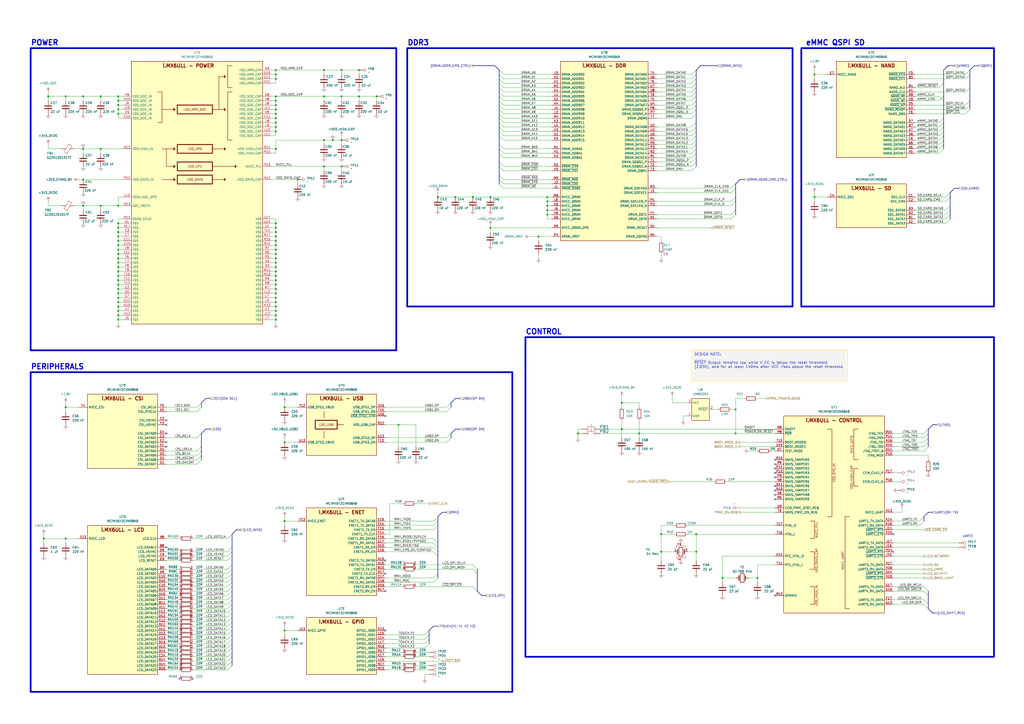
<source format=kicad_sch>
(kicad_sch (version 20250114) (generator "eeschema") (generator_version "9.0")
  (paper "A2")
  (title_block (title "i.MX6 Demo Board") (date "2026-02-16") (rev "01") (company "ts-manuel"))
  (bus_alias "DRAM_ADDR_CMD_CTRL" (members "DRAM_A[0..15]" "DRAM_BA[0..2]" "~{DRAM_CS[0..1]}" "~{DRAM_RAS}" "~{DRAM_CAS}" "~{DRAM_WE}" "DRAM_CLK_P" "DRAM_CLK_N" "DRAM_ODT[0..1]" "DRAM_CLK_EN[0..1]"))
  (bus_alias "DRAM_DATA" (members "DRAM_DATA[0..15]" "DRAM_DQSL_N" "DRAM_DQSL_P" "DRAM_DML" "DRAM_DQSU_N" "DRAM_DQSU_P" "DRAM_DMU"))
  (bus_alias "I2S" (members "I2S_MCLK" "I2S_LRCLK" "I2S_BCLK" "I2S_ADCDAT" "I2S_DACDAT"))
  (bus_alias "JTAG" (members "JTAG_TCK" "JTAG_TMS" "JTAG_TDI" "JTAG_TDO" "~{JTAG_TRST}"))
  (bus_alias "LCD_DATA" (members "LCD_DOTCLK" "LCD_HSYNC" "LCD_VSYNC" "LCD_RESET" "LCD_DATA[0..23]"))
  (bus_alias "LCD_SPI" (members "LCD_SPI_SCLK" "LCD_SPI_MOSI" "~{LCD_SPI_CS}"))
  (bus_alias "QSPI" (members "QSPI_DATA[0..3]" "QSPI_SCLK" "~{QSPI_CS}"))
  (bus_alias "SD_CARD" (members "SD_CARD_SCLK" "SD_CARD_CMD" "SD_CARD_DATA[0..3]"))
  (bus_alias "eMMC" (members "~{eMMC_RESET}" "eMMC_CLK" "eMMC_CMD" "eMMC_DATA[0..7]"))
  (rectangle (start 464.82 27.94) (end 576.58 177.8) (stroke (width 1)))
  (rectangle (start 17.78 27.94) (end 229.87 203.2) (stroke (width 1)))
  (rectangle (start 17.78 215.9) (end 297.18 401.32) (stroke (width 1)))
  (rectangle (start 304.8 195.58) (end 576.58 381) (stroke (width 1)))
  (rectangle (start 236.22 27.94) (end 459.74 177.8) (stroke (width 1)))
  (text "POWER" (at 17.78 26.67 0) (effects (font (size 3.048 3.048) (bold yes)) (justify left bottom)))
  (text "eMMC QSPI SD" (at 467.36 26.67 0) (effects (font (size 3.048 3.048) (bold yes)) (justify left bottom)))
  (text "CONTROL" (at 304.8 194.31 0) (effects (font (size 3.048 3.048) (bold yes)) (justify left bottom)))
  (text "DDR3" (at 236.22 26.67 0) (effects (font (size 3.048 3.048) (bold yes)) (justify left bottom)))
  (text "PERIPHERALS" (at 17.78 214.63 0) (effects (font (size 3.048 3.048) (bold yes)) (justify left bottom)))
  (text "UART2" (at 561.34 311.15 0) (effects (font (size 1.27 1.27))))
  (text_box "DESIGN NOTE:\n\n~{RESET} Output remains low while V CC is below the reset threshold [2.63V], and for at least 140ms after VCC rises above the reset threshold" (at 401.32 203.2 0) (size 90.17 17.78) (margins 1.375 1.375 1.375 1.375) (stroke (width 0.5) (color 255 229 153 1)) (fill (type color) (color 243 243 243 1)) (effects (font (size 1.5 1.5)) (justify left top)))
  (junction (at 360.68 248.92))
  (junction (at 284.48 132.08))
  (junction (at 58.42 86.36))
  (junction (at 383.54 320.04))
  (junction (at 187.96 96.52))
  (junction (at 274.32 114.3))
  (junction (at 68.58 58.42))
  (junction (at 403.86 309.88))
  (junction (at 160.02 175.26))
  (junction (at 160.02 63.5))
  (junction (at 68.58 185.42))
  (junction (at 198.12 81.28))
  (junction (at 68.58 165.1))
  (junction (at 68.58 182.88))
  (junction (at 68.58 167.64))
  (junction (at 38.1 236.22))
  (junction (at 160.02 149.86))
  (junction (at 426.72 251.46))
  (junction (at 160.02 45.72))
  (junction (at 160.02 182.88))
  (junction (at 160.02 157.48))
  (junction (at 160.02 68.58))
  (junction (at 312.42 137.16))
  (junction (at 68.58 66.04))
  (junction (at 160.02 58.42))
  (junction (at 370.84 251.46))
  (junction (at 58.42 119.38))
  (junction (at 160.02 170.18))
  (junction (at 160.02 162.56))
  (junction (at 198.12 96.52))
  (junction (at 403.86 320.04))
  (junction (at 68.58 177.8))
  (junction (at 160.02 139.7))
  (junction (at 38.1 312.42))
  (junction (at 68.58 157.48))
  (junction (at 160.02 147.32))
  (junction (at 160.02 43.18))
  (junction (at 187.96 40.64))
  (junction (at 68.58 154.94))
  (junction (at 160.02 172.72))
  (junction (at 198.12 40.64))
  (junction (at 27.94 55.88))
  (junction (at 383.54 309.88))
  (junction (at 68.58 170.18))
  (junction (at 58.42 55.88))
  (junction (at 317.5 116.84))
  (junction (at 254 114.3))
  (junction (at 68.58 129.54))
  (junction (at 317.5 119.38))
  (junction (at 160.02 76.2))
  (junction (at 160.02 165.1))
  (junction (at 68.58 142.24))
  (junction (at 160.02 152.4))
  (junction (at 68.58 180.34))
  (junction (at 68.58 175.26))
  (junction (at 317.5 124.46))
  (junction (at 472.44 114.3))
  (junction (at 160.02 73.66))
  (junction (at 68.58 147.32))
  (junction (at 160.02 134.62))
  (junction (at 68.58 55.88))
  (junction (at 208.28 40.64))
  (junction (at 25.4 312.42))
  (junction (at 160.02 66.04))
  (junction (at 284.48 114.3))
  (junction (at 231.14 246.38))
  (junction (at 160.02 144.78))
  (junction (at 68.58 60.96))
  (junction (at 68.58 144.78))
  (junction (at 68.58 162.56))
  (junction (at 160.02 160.02))
  (junction (at 165.1 236.22))
  (junction (at 160.02 177.8))
  (junction (at 165.1 302.26))
  (junction (at 360.68 233.68))
  (junction (at 160.02 180.34))
  (junction (at 193.04 81.28))
  (junction (at 38.1 55.88))
  (junction (at 264.16 114.3))
  (junction (at 165.1 256.54))
  (junction (at 68.58 149.86))
  (junction (at 160.02 137.16))
  (junction (at 172.72 104.14))
  (junction (at 160.02 55.88))
  (junction (at 68.58 152.4))
  (junction (at 48.26 86.36))
  (junction (at 68.58 137.16))
  (junction (at 317.5 114.3))
  (junction (at 68.58 63.5))
  (junction (at 160.02 60.96))
  (junction (at 48.26 55.88))
  (junction (at 218.44 55.88))
  (junction (at 335.28 251.46))
  (junction (at 68.58 132.08))
  (junction (at 160.02 154.94))
  (junction (at 160.02 71.12))
  (junction (at 48.26 104.14))
  (junction (at 68.58 134.62))
  (junction (at 160.02 86.36))
  (junction (at 68.58 172.72))
  (junction (at 198.12 55.88))
  (junction (at 208.28 55.88))
  (junction (at 419.1 335.28))
  (junction (at 439.42 335.28))
  (junction (at 160.02 132.08))
  (junction (at 165.1 365.76))
  (junction (at 160.02 167.64))
  (junction (at 160.02 185.42))
  (junction (at 48.26 119.38))
  (junction (at 426.72 237.49))
  (junction (at 160.02 40.64))
  (junction (at 68.58 160.02))
  (junction (at 472.44 43.18))
  (junction (at 160.02 129.54))
  (junction (at 160.02 142.24))
  (junction (at 187.96 55.88))
  (junction (at 68.58 119.38))
  (junction (at 187.96 81.28))
  (junction (at 68.58 139.7))
  (junction (at 317.5 121.92))
  (no_connect (at 449.58 266.7))
  (no_connect (at 449.58 287.02))
  (no_connect (at 518.16 320.04))
  (no_connect (at 449.58 271.78))
  (no_connect (at 96.52 317.5))
  (no_connect (at 223.52 325.12))
  (no_connect (at 96.52 243.84))
  (no_connect (at 96.52 246.38))
  (no_connect (at 449.58 345.44))
  (no_connect (at 449.58 276.86))
  (no_connect (at 518.16 309.88))
  (no_connect (at 449.58 274.32))
  (no_connect (at 449.58 289.56))
  (no_connect (at 449.58 281.94))
  (no_connect (at 104.14 393.7))
  (no_connect (at 449.58 269.24))
  (no_connect (at 96.52 259.08))
  (no_connect (at 223.52 342.9))
  (no_connect (at 111.76 393.7))
  (no_connect (at 96.52 256.54))
  (no_connect (at 223.52 241.3))
  (no_connect (at 223.52 365.76))
  (no_connect (at 96.52 251.46))
  (no_connect (at 223.52 332.74))
  (no_connect (at 449.58 284.48))
  (bus_entry (at 251.46 314.96) (size 2.54 2.54))
  (bus_entry (at 251.46 312.42) (size 2.54 2.54))
  (bus_entry (at 403.86 88.9) (size -2.54 2.54))
  (bus_entry (at 132.08 347.98) (size 2.54 -2.54))
  (bus_entry (at 132.08 370.84) (size 2.54 -2.54))
  (bus_entry (at 132.08 381) (size 2.54 -2.54))
  (bus_entry (at 544.83 81.28) (size 2.54 -2.54))
  (bus_entry (at 132.08 330.2) (size 2.54 -2.54))
  (bus_entry (at 251.46 337.82) (size 2.54 -2.54))
  (bus_entry (at 259.08 238.76) (size 2.54 -2.54))
  (bus_entry (at 132.08 373.38) (size 2.54 -2.54))
  (bus_entry (at 132.08 312.42) (size 2.54 -2.54))
  (bus_entry (at 403.86 40.64) (size -2.54 2.54))
  (bus_entry (at 560.07 45.72) (size 2.54 -2.54))
  (bus_entry (at 538.48 350.52) (size -2.54 -2.54))
  (bus_entry (at 114.3 238.76) (size 2.54 -2.54))
  (bus_entry (at 403.86 50.8) (size -2.54 2.54))
  (bus_entry (at 114.3 264.16) (size 2.54 -2.54))
  (bus_entry (at 535.94 259.08) (size 2.54 -2.54))
  (bus_entry (at 132.08 360.68) (size 2.54 -2.54))
  (bus_entry (at 535.94 254) (size 2.54 -2.54))
  (bus_entry (at 403.86 91.44) (size -2.54 2.54))
  (bus_entry (at 289.56 68.58) (size 2.54 2.54))
  (bus_entry (at 132.08 363.22) (size 2.54 -2.54))
  (bus_entry (at 544.83 86.36) (size 2.54 -2.54))
  (bus_entry (at 274.32 327.66) (size 2.54 2.54))
  (bus_entry (at 403.86 83.82) (size -2.54 2.54))
  (bus_entry (at 289.56 63.5) (size 2.54 2.54))
  (bus_entry (at 289.56 43.18) (size 2.54 2.54))
  (bus_entry (at 289.56 73.66) (size 2.54 2.54))
  (bus_entry (at 132.08 378.46) (size 2.54 -2.54))
  (bus_entry (at 251.46 335.28) (size 2.54 -2.54))
  (bus_entry (at 259.08 254) (size 2.54 -2.54))
  (bus_entry (at 289.56 58.42) (size 2.54 2.54))
  (bus_entry (at 289.56 93.98) (size 2.54 2.54))
  (bus_entry (at 426.72 124.46) (size -2.54 2.54))
  (bus_entry (at 403.86 63.5) (size -2.54 2.54))
  (bus_entry (at 544.83 50.8) (size 2.54 -2.54))
  (bus_entry (at 403.86 48.26) (size -2.54 2.54))
  (bus_entry (at 548.64 129.54) (size 2.54 -2.54))
  (bus_entry (at 544.83 71.12) (size 2.54 -2.54))
  (bus_entry (at 403.86 73.66) (size -2.54 2.54))
  (bus_entry (at 132.08 320.04) (size 2.54 -2.54))
  (bus_entry (at 289.56 104.14) (size 2.54 2.54))
  (bus_entry (at 535.94 261.62) (size 2.54 -2.54))
  (bus_entry (at 544.83 88.9) (size 2.54 -2.54))
  (bus_entry (at 132.08 386.08) (size 2.54 -2.54))
  (bus_entry (at 548.64 114.3) (size 2.54 -2.54))
  (bus_entry (at 426.72 121.92) (size -2.54 2.54))
  (bus_entry (at 544.83 55.88) (size 2.54 2.54))
  (bus_entry (at 548.64 124.46) (size 2.54 -2.54))
  (bus_entry (at 289.56 101.6) (size 2.54 2.54))
  (bus_entry (at 560.07 43.18) (size 2.54 -2.54))
  (bus_entry (at 548.64 116.84) (size 2.54 -2.54))
  (bus_entry (at 289.56 40.64) (size 2.54 2.54))
  (bus_entry (at 403.86 76.2) (size -2.54 2.54))
  (bus_entry (at 289.56 76.2) (size 2.54 2.54))
  (bus_entry (at 560.07 66.04) (size 2.54 -2.54))
  (bus_entry (at 289.56 86.36) (size 2.54 2.54))
  (bus_entry (at 533.4 302.26) (size 2.54 -2.54))
  (bus_entry (at 132.08 353.06) (size 2.54 -2.54))
  (bus_entry (at 132.08 375.92) (size 2.54 -2.54))
  (bus_entry (at 132.08 322.58) (size 2.54 -2.54))
  (bus_entry (at 289.56 71.12) (size 2.54 2.54))
  (bus_entry (at 251.46 317.5) (size 2.54 2.54))
  (bus_entry (at 274.32 330.2) (size 2.54 2.54))
  (bus_entry (at 289.56 48.26) (size 2.54 2.54))
  (bus_entry (at 132.08 332.74) (size 2.54 -2.54))
  (bus_entry (at 560.07 63.5) (size 2.54 -2.54))
  (bus_entry (at 246.38 368.3) (size 2.54 -2.54))
  (bus_entry (at 114.3 261.62) (size 2.54 -2.54))
  (bus_entry (at 289.56 53.34) (size 2.54 2.54))
  (bus_entry (at 403.86 60.96) (size -2.54 2.54))
  (bus_entry (at 132.08 337.82) (size 2.54 -2.54))
  (bus_entry (at 132.08 345.44) (size 2.54 -2.54))
  (bus_entry (at 403.86 58.42) (size -2.54 2.54))
  (bus_entry (at 289.56 106.68) (size 2.54 2.54))
  (bus_entry (at 426.72 116.84) (size -2.54 2.54))
  (bus_entry (at 403.86 43.18) (size -2.54 2.54))
  (bus_entry (at 403.86 96.52) (size -2.54 2.54))
  (bus_entry (at 246.38 375.92) (size 2.54 -2.54))
  (bus_entry (at 548.64 121.92) (size 2.54 -2.54))
  (bus_entry (at 544.83 73.66) (size 2.54 -2.54))
  (bus_entry (at 251.46 320.04) (size 2.54 2.54))
  (bus_entry (at 560.07 60.96) (size 2.54 -2.54))
  (bus_entry (at 246.38 370.84) (size 2.54 -2.54))
  (bus_entry (at 251.46 304.8) (size 2.54 -2.54))
  (bus_entry (at 132.08 325.12) (size 2.54 -2.54))
  (bus_entry (at 132.08 368.3) (size 2.54 -2.54))
  (bus_entry (at 251.46 307.34) (size 2.54 -2.54))
  (bus_entry (at 259.08 256.54) (size 2.54 -2.54))
  (bus_entry (at 289.56 60.96) (size 2.54 2.54))
  (bus_entry (at 403.86 53.34) (size -2.54 2.54))
  (bus_entry (at 544.83 58.42) (size 2.54 -2.54))
  (bus_entry (at 114.3 269.24) (size 2.54 -2.54))
  (bus_entry (at 289.56 96.52) (size 2.54 2.54))
  (bus_entry (at 426.72 109.22) (size -2.54 2.54))
  (bus_entry (at 132.08 355.6) (size 2.54 -2.54))
  (bus_entry (at 132.08 358.14) (size 2.54 -2.54))
  (bus_entry (at 544.83 83.82) (size 2.54 -2.54))
  (bus_entry (at 403.86 93.98) (size -2.54 2.54))
  (bus_entry (at 533.4 304.8) (size 2.54 -2.54))
  (bus_entry (at 403.86 86.36) (size -2.54 2.54))
  (bus_entry (at 538.48 345.44) (size -2.54 -2.54))
  (bus_entry (at 259.08 236.22) (size 2.54 -2.54))
  (bus_entry (at 544.83 76.2) (size 2.54 -2.54))
  (bus_entry (at 289.56 55.88) (size 2.54 2.54))
  (bus_entry (at 114.3 254) (size 2.54 -2.54))
  (bus_entry (at 289.56 66.04) (size 2.54 2.54))
  (bus_entry (at 132.08 340.36) (size 2.54 -2.54))
  (bus_entry (at 403.86 81.28) (size -2.54 2.54))
  (bus_entry (at 274.32 340.36) (size 2.54 2.54))
  (bus_entry (at 538.48 353.06) (size -2.54 -2.54))
  (bus_entry (at 426.72 106.68) (size -2.54 2.54))
  (bus_entry (at 548.64 127) (size 2.54 -2.54))
  (bus_entry (at 403.86 66.04) (size -2.54 2.54))
  (bus_entry (at 289.56 45.72) (size 2.54 2.54))
  (bus_entry (at 403.86 78.74) (size -2.54 2.54))
  (bus_entry (at 132.08 365.76) (size 2.54 -2.54))
  (bus_entry (at 289.56 88.9) (size 2.54 2.54))
  (bus_entry (at 132.08 388.62) (size 2.54 -2.54))
  (bus_entry (at 289.56 50.8) (size 2.54 2.54))
  (bus_entry (at 538.48 342.9) (size -2.54 -2.54))
  (bus_entry (at 251.46 302.26) (size 2.54 -2.54))
  (bus_entry (at 246.38 373.38) (size 2.54 -2.54))
  (bus_entry (at 289.56 83.82) (size 2.54 2.54))
  (bus_entry (at 403.86 45.72) (size -2.54 2.54))
  (bus_entry (at 403.86 55.88) (size -2.54 2.54))
  (bus_entry (at 114.3 236.22) (size 2.54 -2.54))
  (bus_entry (at 535.94 256.54) (size 2.54 -2.54))
  (bus_entry (at 544.83 78.74) (size 2.54 -2.54))
  (bus_entry (at 403.86 71.12) (size -2.54 2.54))
  (bus_entry (at 535.94 251.46) (size 2.54 -2.54))
  (bus_entry (at 560.07 53.34) (size 2.54 -2.54))
  (bus_entry (at 114.3 266.7) (size 2.54 -2.54))
  (bus_entry (at 132.08 350.52) (size 2.54 -2.54))
  (bus_entry (at 132.08 383.54) (size 2.54 -2.54))
  (bus_entry (at 132.08 335.28) (size 2.54 -2.54))
  (bus_entry (at 289.56 78.74) (size 2.54 2.54))
  (bus_entry (at 132.08 342.9) (size 2.54 -2.54))
  (bus_entry (at 426.72 114.3) (size -2.54 2.54))
  (wire (pts (xy 241.3 330.2) (xy 274.32 330.2)))
  (wire (pts (xy 292.1 71.12) (xy 320.04 71.12)))
  (bus (pts (xy 289.56 71.12) (xy 289.56 73.66)))
  (wire (pts (xy 381 43.18) (xy 401.32 43.18)))
  (wire (pts (xy 360.68 233.68) (xy 370.84 233.68)))
  (wire (pts (xy 530.86 63.5) (xy 560.07 63.5)))
  (bus (pts (xy 254 304.8) (xy 254 302.26)))
  (wire (pts (xy 538.48 264.16) (xy 538.48 266.7)))
  (wire (pts (xy 370.84 251.46) (xy 370.84 254)))
  (wire (pts (xy 68.58 58.42) (xy 68.58 60.96)))
  (wire (pts (xy 381 132.08) (xy 412.75 132.08)))
  (wire (pts (xy 434.34 261.62) (xy 439.42 261.62)))
  (bus (pts (xy 426.72 116.84) (xy 426.72 114.3)))
  (wire (pts (xy 518.16 332.74) (xy 535.94 332.74)))
  (wire (pts (xy 439.42 327.66) (xy 439.42 335.28)))
  (wire (pts (xy 111.76 360.68) (xy 132.08 360.68)))
  (wire (pts (xy 165.1 233.68) (xy 165.1 236.22)))
  (wire (pts (xy 96.52 350.52) (xy 104.14 350.52)))
  (wire (pts (xy 165.1 365.76) (xy 165.1 368.3)))
  (wire (pts (xy 111.76 368.3) (xy 132.08 368.3)))
  (wire (pts (xy 523.24 297.18) (xy 518.16 297.18)))
  (wire (pts (xy 292.1 81.28) (xy 320.04 81.28)))
  (bus (pts (xy 547.37 73.66) (xy 547.37 71.12)))
  (wire (pts (xy 96.52 238.76) (xy 114.3 238.76)))
  (bus (pts (xy 551.18 124.46) (xy 551.18 121.92)))
  (wire (pts (xy 360.68 229.87) (xy 360.68 233.68)))
  (wire (pts (xy 317.5 116.84) (xy 320.04 116.84)))
  (bus (pts (xy 134.62 330.2) (xy 134.62 327.66)))
  (wire (pts (xy 223.52 381) (xy 233.68 381)))
  (wire (pts (xy 68.58 147.32) (xy 68.58 149.86)))
  (wire (pts (xy 447.04 261.62) (xy 449.58 261.62)))
  (bus (pts (xy 547.37 86.36) (xy 547.37 83.82)))
  (bus (pts (xy 289.56 40.64) (xy 287.02 38.1)))
  (wire (pts (xy 160.02 139.7) (xy 160.02 142.24)))
  (wire (pts (xy 241.3 327.66) (xy 274.32 327.66)))
  (wire (pts (xy 381 81.28) (xy 401.32 81.28)))
  (wire (pts (xy 426.72 231.14) (xy 426.72 237.49)))
  (wire (pts (xy 198.12 96.52) (xy 198.12 99.06)))
  (bus (pts (xy 562.61 40.64) (xy 562.61 43.18)))
  (bus (pts (xy 403.86 40.64) (xy 403.86 43.18)))
  (wire (pts (xy 381 45.72) (xy 401.32 45.72)))
  (wire (pts (xy 223.52 238.76) (xy 259.08 238.76)))
  (bus (pts (xy 538.48 297.18) (xy 541.02 297.18)))
  (bus (pts (xy 254 302.26) (xy 254 299.72)))
  (wire (pts (xy 38.1 312.42) (xy 45.72 312.42)))
  (wire (pts (xy 68.58 149.86) (xy 71.12 149.86)))
  (bus (pts (xy 134.62 378.46) (xy 134.62 375.92)))
  (wire (pts (xy 530.86 127) (xy 548.64 127)))
  (wire (pts (xy 223.52 254) (xy 259.08 254)))
  (bus (pts (xy 254 335.28) (xy 254 332.74)))
  (bus (pts (xy 403.86 81.28) (xy 403.86 83.82)))
  (wire (pts (xy 284.48 114.3) (xy 317.5 114.3)))
  (wire (pts (xy 68.58 165.1) (xy 71.12 165.1)))
  (wire (pts (xy 292.1 88.9) (xy 320.04 88.9)))
  (wire (pts (xy 187.96 96.52) (xy 198.12 96.52)))
  (wire (pts (xy 530.86 50.8) (xy 544.83 50.8)))
  (wire (pts (xy 157.48 66.04) (xy 160.02 66.04)))
  (bus (pts (xy 551.18 127) (xy 551.18 124.46)))
  (wire (pts (xy 160.02 167.64) (xy 160.02 170.18)))
  (wire (pts (xy 96.52 342.9) (xy 104.14 342.9)))
  (wire (pts (xy 157.48 55.88) (xy 160.02 55.88)))
  (wire (pts (xy 68.58 177.8) (xy 68.58 180.34)))
  (wire (pts (xy 223.52 236.22) (xy 259.08 236.22)))
  (wire (pts (xy 160.02 45.72) (xy 160.02 48.26)))
  (bus (pts (xy 289.56 96.52) (xy 289.56 101.6)))
  (bus (pts (xy 134.62 347.98) (xy 134.62 345.44)))
  (bus (pts (xy 289.56 55.88) (xy 289.56 58.42)))
  (bus (pts (xy 134.62 320.04) (xy 134.62 317.5)))
  (bus (pts (xy 403.86 60.96) (xy 403.86 63.5)))
  (wire (pts (xy 157.48 45.72) (xy 160.02 45.72)))
  (wire (pts (xy 530.86 121.92) (xy 548.64 121.92)))
  (wire (pts (xy 383.54 304.8) (xy 391.16 304.8)))
  (bus (pts (xy 274.32 38.1) (xy 287.02 38.1)))
  (wire (pts (xy 157.48 40.64) (xy 160.02 40.64)))
  (bus (pts (xy 134.62 345.44) (xy 134.62 342.9)))
  (wire (pts (xy 292.1 78.74) (xy 320.04 78.74)))
  (wire (pts (xy 58.42 86.36) (xy 71.12 86.36)))
  (wire (pts (xy 231.14 246.38) (xy 231.14 259.08)))
  (bus (pts (xy 248.92 368.3) (xy 248.92 370.84)))
  (wire (pts (xy 518.16 307.34) (xy 535.94 307.34)))
  (wire (pts (xy 254 111.76) (xy 254 114.3)))
  (wire (pts (xy 388.62 279.4) (xy 414.02 279.4)))
  (wire (pts (xy 96.52 320.04) (xy 104.14 320.04)))
  (wire (pts (xy 96.52 266.7) (xy 114.3 266.7)))
  (wire (pts (xy 518.16 314.96) (xy 556.26 314.96)))
  (wire (pts (xy 96.52 355.6) (xy 104.14 355.6)))
  (wire (pts (xy 518.16 342.9) (xy 535.94 342.9)))
  (wire (pts (xy 383.54 320.04) (xy 383.54 325.12)))
  (bus (pts (xy 403.86 43.18) (xy 403.86 45.72)))
  (bus (pts (xy 565.15 38.1) (xy 562.61 40.64)))
  (wire (pts (xy 223.52 307.34) (xy 251.46 307.34)))
  (wire (pts (xy 68.58 142.24) (xy 68.58 144.78)))
  (bus (pts (xy 535.94 299.72) (xy 538.48 297.18)))
  (bus (pts (xy 562.61 50.8) (xy 562.61 58.42)))
  (wire (pts (xy 383.54 147.32) (xy 383.54 149.86)))
  (wire (pts (xy 381 68.58) (xy 401.32 68.58)))
  (wire (pts (xy 68.58 114.3) (xy 68.58 119.38)))
  (wire (pts (xy 111.76 378.46) (xy 132.08 378.46)))
  (bus (pts (xy 538.48 350.52) (xy 538.48 345.44)))
  (wire (pts (xy 68.58 157.48) (xy 71.12 157.48)))
  (bus (pts (xy 403.86 86.36) (xy 403.86 88.9)))
  (wire (pts (xy 381 53.34) (xy 401.32 53.34)))
  (wire (pts (xy 48.26 55.88) (xy 48.26 58.42)))
  (wire (pts (xy 68.58 134.62) (xy 68.58 137.16)))
  (wire (pts (xy 160.02 134.62) (xy 157.48 134.62)))
  (wire (pts (xy 381 86.36) (xy 401.32 86.36)))
  (bus (pts (xy 134.62 340.36) (xy 134.62 337.82)))
  (wire (pts (xy 68.58 170.18) (xy 68.58 172.72)))
  (wire (pts (xy 160.02 160.02) (xy 160.02 162.56)))
  (wire (pts (xy 383.54 304.8) (xy 383.54 309.88)))
  (wire (pts (xy 381 60.96) (xy 401.32 60.96)))
  (wire (pts (xy 160.02 137.16) (xy 157.48 137.16)))
  (wire (pts (xy 223.52 314.96) (xy 251.46 314.96)))
  (bus (pts (xy 261.62 251.46) (xy 264.16 248.92)))
  (wire (pts (xy 111.76 350.52) (xy 132.08 350.52)))
  (wire (pts (xy 68.58 172.72) (xy 71.12 172.72)))
  (wire (pts (xy 68.58 162.56) (xy 71.12 162.56)))
  (wire (pts (xy 523.24 297.18) (xy 523.24 294.64)))
  (wire (pts (xy 68.58 63.5) (xy 71.12 63.5)))
  (wire (pts (xy 165.1 236.22) (xy 172.72 236.22)))
  (wire (pts (xy 370.84 243.84) (xy 370.84 251.46)))
  (wire (pts (xy 160.02 132.08) (xy 160.02 134.62)))
  (wire (pts (xy 160.02 172.72) (xy 160.02 175.26)))
  (bus (pts (xy 406.4 38.1) (xy 416.56 38.1)))
  (wire (pts (xy 111.76 312.42) (xy 132.08 312.42)))
  (wire (pts (xy 317.5 119.38) (xy 320.04 119.38)))
  (wire (pts (xy 335.28 248.92) (xy 335.28 251.46)))
  (bus (pts (xy 429.26 104.14) (xy 431.8 104.14)))
  (bus (pts (xy 279.4 345.44) (xy 281.94 345.44)))
  (wire (pts (xy 96.52 363.22) (xy 104.14 363.22)))
  (wire (pts (xy 439.42 327.66) (xy 449.58 327.66)))
  (wire (pts (xy 530.86 66.04) (xy 560.07 66.04)))
  (wire (pts (xy 160.02 170.18) (xy 157.48 170.18)))
  (wire (pts (xy 472.44 43.18) (xy 472.44 45.72)))
  (wire (pts (xy 172.72 104.14) (xy 172.72 106.68)))
  (wire (pts (xy 27.94 119.38) (xy 35.56 119.38)))
  (wire (pts (xy 198.12 78.74) (xy 198.12 81.28)))
  (bus (pts (xy 289.56 78.74) (xy 289.56 83.82)))
  (wire (pts (xy 27.94 83.82) (xy 27.94 86.36)))
  (wire (pts (xy 335.28 248.92) (xy 337.82 248.92)))
  (wire (pts (xy 68.58 152.4) (xy 71.12 152.4)))
  (wire (pts (xy 223.52 375.92) (xy 246.38 375.92)))
  (wire (pts (xy 426.72 237.49) (xy 426.72 251.46)))
  (wire (pts (xy 111.76 386.08) (xy 132.08 386.08)))
  (bus (pts (xy 426.72 106.68) (xy 429.26 104.14)))
  (wire (pts (xy 292.1 91.44) (xy 320.04 91.44)))
  (wire (pts (xy 96.52 360.68) (xy 104.14 360.68)))
  (wire (pts (xy 160.02 167.64) (xy 157.48 167.64)))
  (wire (pts (xy 157.48 96.52) (xy 187.96 96.52)))
  (wire (pts (xy 96.52 373.38) (xy 104.14 373.38)))
  (wire (pts (xy 160.02 129.54) (xy 157.48 129.54)))
  (wire (pts (xy 223.52 378.46) (xy 233.68 378.46)))
  (wire (pts (xy 312.42 137.16) (xy 312.42 139.7)))
  (wire (pts (xy 27.94 55.88) (xy 38.1 55.88)))
  (bus (pts (xy 289.56 40.64) (xy 289.56 43.18)))
  (wire (pts (xy 518.16 256.54) (xy 535.94 256.54)))
  (wire (pts (xy 38.1 236.22) (xy 38.1 238.76)))
  (wire (pts (xy 27.94 53.34) (xy 27.94 55.88)))
  (wire (pts (xy 381 127) (xy 424.18 127)))
  (wire (pts (xy 429.26 259.08) (xy 449.58 259.08)))
  (bus (pts (xy 403.86 76.2) (xy 403.86 78.74)))
  (wire (pts (xy 160.02 134.62) (xy 160.02 137.16)))
  (wire (pts (xy 292.1 50.8) (xy 320.04 50.8)))
  (wire (pts (xy 419.1 335.28) (xy 426.72 335.28)))
  (bus (pts (xy 426.72 109.22) (xy 426.72 114.3)))
  (bus (pts (xy 256.54 297.18) (xy 259.08 297.18)))
  (bus (pts (xy 261.62 233.68) (xy 261.62 236.22)))
  (wire (pts (xy 347.98 251.46) (xy 370.84 251.46)))
  (wire (pts (xy 317.5 124.46) (xy 317.5 127)))
  (wire (pts (xy 530.86 78.74) (xy 544.83 78.74)))
  (wire (pts (xy 111.76 388.62) (xy 132.08 388.62)))
  (wire (pts (xy 48.26 119.38) (xy 48.26 121.92)))
  (bus (pts (xy 116.84 233.68) (xy 116.84 236.22)))
  (wire (pts (xy 241.3 388.62) (xy 248.92 388.62)))
  (wire (pts (xy 530.86 86.36) (xy 544.83 86.36)))
  (wire (pts (xy 292.1 43.18) (xy 320.04 43.18)))
  (bus (pts (xy 426.72 109.22) (xy 426.72 106.68)))
  (wire (pts (xy 160.02 60.96) (xy 160.02 63.5)))
  (wire (pts (xy 25.4 312.42) (xy 38.1 312.42)))
  (wire (pts (xy 43.18 86.36) (xy 48.26 86.36)))
  (bus (pts (xy 116.84 259.08) (xy 116.84 261.62)))
  (bus (pts (xy 547.37 78.74) (xy 547.37 76.2)))
  (bus (pts (xy 134.62 337.82) (xy 134.62 335.28)))
  (wire (pts (xy 383.54 309.88) (xy 383.54 320.04)))
  (wire (pts (xy 68.58 137.16) (xy 68.58 139.7)))
  (bus (pts (xy 134.62 360.68) (xy 134.62 358.14)))
  (wire (pts (xy 383.54 137.16) (xy 383.54 139.7)))
  (wire (pts (xy 58.42 121.92) (xy 58.42 119.38)))
  (wire (pts (xy 292.1 63.5) (xy 320.04 63.5)))
  (wire (pts (xy 317.5 121.92) (xy 320.04 121.92)))
  (wire (pts (xy 160.02 170.18) (xy 160.02 172.72)))
  (wire (pts (xy 160.02 55.88) (xy 187.96 55.88)))
  (bus (pts (xy 261.62 251.46) (xy 261.62 254)))
  (wire (pts (xy 160.02 147.32) (xy 160.02 149.86)))
  (wire (pts (xy 317.5 114.3) (xy 317.5 116.84)))
  (wire (pts (xy 223.52 256.54) (xy 259.08 256.54)))
  (wire (pts (xy 292.1 86.36) (xy 320.04 86.36)))
  (wire (pts (xy 160.02 177.8) (xy 157.48 177.8)))
  (wire (pts (xy 157.48 104.14) (xy 172.72 104.14)))
  (wire (pts (xy 226.06 292.1) (xy 233.68 292.1)))
  (wire (pts (xy 381 99.06) (xy 401.32 99.06)))
  (wire (pts (xy 223.52 309.88) (xy 226.06 309.88)))
  (wire (pts (xy 187.96 40.64) (xy 198.12 40.64)))
  (wire (pts (xy 292.1 58.42) (xy 320.04 58.42)))
  (wire (pts (xy 284.48 132.08) (xy 284.48 134.62)))
  (wire (pts (xy 68.58 66.04) (xy 68.58 68.58)))
  (wire (pts (xy 96.52 381) (xy 104.14 381)))
  (wire (pts (xy 160.02 165.1) (xy 160.02 167.64)))
  (wire (pts (xy 160.02 66.04) (xy 160.02 68.58)))
  (bus (pts (xy 547.37 81.28) (xy 547.37 78.74)))
  (bus (pts (xy 289.56 73.66) (xy 289.56 76.2)))
  (wire (pts (xy 381 88.9) (xy 401.32 88.9)))
  (wire (pts (xy 165.1 302.26) (xy 165.1 304.8)))
  (wire (pts (xy 381 63.5) (xy 401.32 63.5)))
  (wire (pts (xy 111.76 347.98) (xy 132.08 347.98)))
  (wire (pts (xy 530.86 116.84) (xy 548.64 116.84)))
  (wire (pts (xy 68.58 129.54) (xy 71.12 129.54)))
  (wire (pts (xy 518.16 317.5) (xy 556.26 317.5)))
  (bus (pts (xy 251.46 363.22) (xy 254 363.22)))
  (wire (pts (xy 68.58 127) (xy 71.12 127)))
  (wire (pts (xy 27.94 55.88) (xy 27.94 58.42)))
  (wire (pts (xy 518.16 330.2) (xy 535.94 330.2)))
  (bus (pts (xy 289.56 68.58) (xy 289.56 71.12)))
  (wire (pts (xy 317.5 119.38) (xy 317.5 121.92)))
  (bus (pts (xy 276.86 342.9) (xy 279.4 345.44)))
  (bus (pts (xy 547.37 76.2) (xy 547.37 73.66)))
  (wire (pts (xy 48.26 119.38) (xy 58.42 119.38)))
  (bus (pts (xy 289.56 58.42) (xy 289.56 60.96)))
  (bus (pts (xy 403.86 66.04) (xy 403.86 71.12)))
  (bus (pts (xy 562.61 43.18) (xy 562.61 50.8)))
  (bus (pts (xy 549.91 38.1) (xy 553.72 38.1)))
  (bus (pts (xy 134.62 383.54) (xy 134.62 381)))
  (wire (pts (xy 96.52 368.3) (xy 104.14 368.3)))
  (wire (pts (xy 530.86 124.46) (xy 548.64 124.46)))
  (bus (pts (xy 535.94 302.26) (xy 535.94 299.72)))
  (wire (pts (xy 223.52 386.08) (xy 233.68 386.08)))
  (wire (pts (xy 160.02 149.86) (xy 160.02 152.4)))
  (bus (pts (xy 551.18 114.3) (xy 551.18 111.76)))
  (bus (pts (xy 403.86 50.8) (xy 403.86 53.34)))
  (wire (pts (xy 274.32 114.3) (xy 284.48 114.3)))
  (wire (pts (xy 424.18 237.49) (xy 426.72 237.49)))
  (wire (pts (xy 246.38 391.16) (xy 248.92 391.16)))
  (wire (pts (xy 292.1 45.72) (xy 320.04 45.72)))
  (wire (pts (xy 68.58 132.08) (xy 71.12 132.08)))
  (wire (pts (xy 518.16 327.66) (xy 535.94 327.66)))
  (wire (pts (xy 426.72 251.46) (xy 449.58 251.46)))
  (bus (pts (xy 547.37 68.58) (xy 547.37 58.42)))
  (bus (pts (xy 289.56 48.26) (xy 289.56 50.8)))
  (wire (pts (xy 381 76.2) (xy 401.32 76.2)))
  (wire (pts (xy 160.02 137.16) (xy 160.02 139.7)))
  (wire (pts (xy 223.52 320.04) (xy 251.46 320.04)))
  (bus (pts (xy 134.62 365.76) (xy 134.62 363.22)))
  (wire (pts (xy 68.58 175.26) (xy 68.58 177.8)))
  (wire (pts (xy 96.52 325.12) (xy 104.14 325.12)))
  (bus (pts (xy 289.56 76.2) (xy 289.56 78.74)))
  (wire (pts (xy 111.76 365.76) (xy 132.08 365.76)))
  (bus (pts (xy 538.48 256.54) (xy 538.48 259.08)))
  (wire (pts (xy 96.52 254) (xy 114.3 254)))
  (wire (pts (xy 241.3 246.38) (xy 241.3 259.08)))
  (wire (pts (xy 68.58 139.7) (xy 71.12 139.7)))
  (bus (pts (xy 119.38 248.92) (xy 121.92 248.92)))
  (wire (pts (xy 68.58 119.38) (xy 71.12 119.38)))
  (wire (pts (xy 419.1 322.58) (xy 449.58 322.58)))
  (wire (pts (xy 111.76 353.06) (xy 132.08 353.06)))
  (wire (pts (xy 68.58 147.32) (xy 71.12 147.32)))
  (wire (pts (xy 198.12 81.28) (xy 198.12 83.82)))
  (wire (pts (xy 68.58 66.04) (xy 71.12 66.04)))
  (wire (pts (xy 223.52 304.8) (xy 251.46 304.8)))
  (wire (pts (xy 68.58 152.4) (xy 68.58 154.94)))
  (wire (pts (xy 160.02 71.12) (xy 160.02 73.66)))
  (bus (pts (xy 538.48 345.44) (xy 538.48 342.9)))
  (wire (pts (xy 335.28 251.46) (xy 337.82 251.46)))
  (wire (pts (xy 292.1 106.68) (xy 320.04 106.68)))
  (wire (pts (xy 96.52 337.82) (xy 104.14 337.82)))
  (wire (pts (xy 398.78 309.88) (xy 403.86 309.88)))
  (bus (pts (xy 542.29 355.6) (xy 541.02 355.6)))
  (wire (pts (xy 530.86 83.82) (xy 544.83 83.82)))
  (bus (pts (xy 248.92 365.76) (xy 251.46 363.22)))
  (wire (pts (xy 370.84 251.46) (xy 426.72 251.46)))
  (wire (pts (xy 292.1 48.26) (xy 320.04 48.26)))
  (bus (pts (xy 403.86 91.44) (xy 403.86 93.98)))
  (wire (pts (xy 111.76 355.6) (xy 132.08 355.6)))
  (wire (pts (xy 421.64 279.4) (xy 449.58 279.4)))
  (wire (pts (xy 160.02 154.94) (xy 157.48 154.94)))
  (wire (pts (xy 165.1 365.76) (xy 172.72 365.76)))
  (bus (pts (xy 289.56 66.04) (xy 289.56 68.58)))
  (bus (pts (xy 551.18 121.92) (xy 551.18 119.38)))
  (bus (pts (xy 403.86 45.72) (xy 403.86 48.26)))
  (wire (pts (xy 68.58 170.18) (xy 71.12 170.18)))
  (wire (pts (xy 518.16 259.08) (xy 535.94 259.08)))
  (wire (pts (xy 160.02 55.88) (xy 160.02 58.42)))
  (wire (pts (xy 347.98 248.92) (xy 360.68 248.92)))
  (wire (pts (xy 429.26 294.64) (xy 449.58 294.64)))
  (wire (pts (xy 472.44 111.76) (xy 472.44 114.3)))
  (wire (pts (xy 96.52 353.06) (xy 104.14 353.06)))
  (wire (pts (xy 165.1 299.72) (xy 165.1 302.26)))
  (wire (pts (xy 396.24 241.3) (xy 398.78 241.3)))
  (wire (pts (xy 530.86 60.96) (xy 560.07 60.96)))
  (wire (pts (xy 389.89 229.87) (xy 389.89 233.68)))
  (wire (pts (xy 38.1 55.88) (xy 38.1 58.42)))
  (wire (pts (xy 160.02 63.5) (xy 160.02 66.04)))
  (wire (pts (xy 96.52 236.22) (xy 114.3 236.22)))
  (wire (pts (xy 396.24 241.3) (xy 396.24 243.84)))
  (wire (pts (xy 111.76 363.22) (xy 132.08 363.22)))
  (bus (pts (xy 289.56 43.18) (xy 289.56 45.72)))
  (wire (pts (xy 335.28 251.46) (xy 335.28 254)))
  (wire (pts (xy 284.48 130.81) (xy 284.48 132.08)))
  (wire (pts (xy 292.1 66.04) (xy 320.04 66.04)))
  (wire (pts (xy 370.84 233.68) (xy 370.84 236.22)))
  (wire (pts (xy 518.16 304.8) (xy 533.4 304.8)))
  (wire (pts (xy 292.1 104.14) (xy 320.04 104.14)))
  (bus (pts (xy 134.62 335.28) (xy 134.62 332.74)))
  (bus (pts (xy 426.72 121.92) (xy 426.72 116.84)))
  (wire (pts (xy 160.02 142.24) (xy 160.02 144.78)))
  (wire (pts (xy 96.52 322.58) (xy 104.14 322.58)))
  (wire (pts (xy 241.3 381) (xy 248.92 381)))
  (wire (pts (xy 68.58 55.88) (xy 71.12 55.88)))
  (bus (pts (xy 403.86 53.34) (xy 403.86 55.88)))
  (wire (pts (xy 187.96 81.28) (xy 193.04 81.28)))
  (wire (pts (xy 518.16 264.16) (xy 538.48 264.16)))
  (bus (pts (xy 403.86 58.42) (xy 403.86 60.96)))
  (wire (pts (xy 403.86 309.88) (xy 449.58 309.88)))
  (wire (pts (xy 439.42 231.14) (xy 444.5 231.14)))
  (wire (pts (xy 223.52 337.82) (xy 251.46 337.82)))
  (wire (pts (xy 111.76 340.36) (xy 132.08 340.36)))
  (wire (pts (xy 68.58 182.88) (xy 71.12 182.88)))
  (wire (pts (xy 381 78.74) (xy 401.32 78.74)))
  (wire (pts (xy 208.28 55.88) (xy 208.28 58.42)))
  (wire (pts (xy 160.02 187.96) (xy 160.02 185.42)))
  (wire (pts (xy 58.42 86.36) (xy 58.42 88.9)))
  (wire (pts (xy 317.5 127) (xy 320.04 127)))
  (wire (pts (xy 187.96 40.64) (xy 187.96 43.18)))
  (wire (pts (xy 530.86 81.28) (xy 544.83 81.28)))
  (wire (pts (xy 96.52 264.16) (xy 114.3 264.16)))
  (wire (pts (xy 68.58 167.64) (xy 71.12 167.64)))
  (wire (pts (xy 111.76 381) (xy 132.08 381)))
  (wire (pts (xy 429.26 256.54) (xy 449.58 256.54)))
  (bus (pts (xy 538.48 254) (xy 538.48 256.54)))
  (wire (pts (xy 472.44 114.3) (xy 472.44 116.84)))
  (wire (pts (xy 160.02 58.42) (xy 160.02 60.96)))
  (bus (pts (xy 403.86 88.9) (xy 403.86 91.44)))
  (wire (pts (xy 160.02 81.28) (xy 187.96 81.28)))
  (bus (pts (xy 289.56 60.96) (xy 289.56 63.5)))
  (bus (pts (xy 134.62 368.3) (xy 134.62 365.76)))
  (wire (pts (xy 96.52 378.46) (xy 104.14 378.46)))
  (wire (pts (xy 25.4 309.88) (xy 25.4 312.42)))
  (wire (pts (xy 68.58 144.78) (xy 68.58 147.32)))
  (bus (pts (xy 134.62 317.5) (xy 134.62 309.88)))
  (wire (pts (xy 111.76 375.92) (xy 132.08 375.92)))
  (bus (pts (xy 134.62 373.38) (xy 134.62 370.84)))
  (wire (pts (xy 518.16 350.52) (xy 535.94 350.52)))
  (wire (pts (xy 307.34 137.16) (xy 312.42 137.16)))
  (bus (pts (xy 403.86 73.66) (xy 403.86 76.2)))
  (wire (pts (xy 381 116.84) (xy 424.18 116.84)))
  (wire (pts (xy 160.02 157.48) (xy 160.02 160.02)))
  (bus (pts (xy 541.02 246.38) (xy 543.56 246.38)))
  (wire (pts (xy 96.52 330.2) (xy 104.14 330.2)))
  (wire (pts (xy 312.42 147.32) (xy 312.42 149.86)))
  (wire (pts (xy 160.02 147.32) (xy 157.48 147.32)))
  (wire (pts (xy 160.02 180.34) (xy 157.48 180.34)))
  (bus (pts (xy 403.86 93.98) (xy 403.86 96.52)))
  (wire (pts (xy 530.86 58.42) (xy 544.83 58.42)))
  (wire (pts (xy 381 111.76) (xy 424.18 111.76)))
  (bus (pts (xy 547.37 71.12) (xy 547.37 68.58)))
  (wire (pts (xy 381 137.16) (xy 383.54 137.16)))
  (wire (pts (xy 96.52 347.98) (xy 104.14 347.98)))
  (wire (pts (xy 160.02 160.02) (xy 157.48 160.02)))
  (wire (pts (xy 96.52 340.36) (xy 104.14 340.36)))
  (wire (pts (xy 111.76 358.14) (xy 132.08 358.14)))
  (bus (pts (xy 538.48 248.92) (xy 538.48 251.46)))
  (wire (pts (xy 187.96 96.52) (xy 187.96 99.06)))
  (wire (pts (xy 68.58 154.94) (xy 71.12 154.94)))
  (wire (pts (xy 160.02 127) (xy 160.02 129.54)))
  (wire (pts (xy 68.58 160.02) (xy 71.12 160.02)))
  (wire (pts (xy 160.02 127) (xy 157.48 127)))
  (bus (pts (xy 116.84 264.16) (xy 116.84 266.7)))
  (bus (pts (xy 254 299.72) (xy 256.54 297.18)))
  (bus (pts (xy 289.56 50.8) (xy 289.56 53.34)))
  (bus (pts (xy 134.62 322.58) (xy 134.62 320.04)))
  (wire (pts (xy 111.76 320.04) (xy 132.08 320.04)))
  (wire (pts (xy 27.94 116.84) (xy 27.94 119.38)))
  (wire (pts (xy 254 114.3) (xy 264.16 114.3)))
  (bus (pts (xy 541.02 355.6) (xy 538.48 353.06)))
  (wire (pts (xy 157.48 86.36) (xy 160.02 86.36)))
  (wire (pts (xy 292.1 73.66) (xy 320.04 73.66)))
  (wire (pts (xy 160.02 144.78) (xy 160.02 147.32)))
  (wire (pts (xy 96.52 312.42) (xy 104.14 312.42)))
  (wire (pts (xy 38.1 55.88) (xy 48.26 55.88)))
  (wire (pts (xy 68.58 60.96) (xy 68.58 63.5)))
  (wire (pts (xy 160.02 177.8) (xy 160.02 180.34)))
  (wire (pts (xy 530.86 129.54) (xy 548.64 129.54)))
  (wire (pts (xy 96.52 261.62) (xy 114.3 261.62)))
  (wire (pts (xy 317.5 116.84) (xy 317.5 119.38)))
  (wire (pts (xy 96.52 345.44) (xy 104.14 345.44)))
  (bus (pts (xy 562.61 60.96) (xy 562.61 63.5)))
  (wire (pts (xy 223.52 373.38) (xy 246.38 373.38)))
  (bus (pts (xy 116.84 251.46) (xy 116.84 259.08)))
  (wire (pts (xy 25.4 312.42) (xy 25.4 314.96)))
  (wire (pts (xy 111.76 342.9) (xy 132.08 342.9)))
  (wire (pts (xy 381 73.66) (xy 401.32 73.66)))
  (wire (pts (xy 223.52 370.84) (xy 246.38 370.84)))
  (wire (pts (xy 381 119.38) (xy 424.18 119.38)))
  (wire (pts (xy 530.86 43.18) (xy 560.07 43.18)))
  (wire (pts (xy 160.02 162.56) (xy 160.02 165.1)))
  (wire (pts (xy 360.68 248.92) (xy 360.68 254)))
  (wire (pts (xy 68.58 134.62) (xy 71.12 134.62)))
  (wire (pts (xy 160.02 81.28) (xy 160.02 86.36)))
  (bus (pts (xy 426.72 124.46) (xy 426.72 121.92)))
  (wire (pts (xy 68.58 185.42) (xy 68.58 187.96)))
  (wire (pts (xy 111.76 373.38) (xy 132.08 373.38)))
  (wire (pts (xy 48.26 104.14) (xy 71.12 104.14)))
  (wire (pts (xy 157.48 73.66) (xy 160.02 73.66)))
  (wire (pts (xy 68.58 137.16) (xy 71.12 137.16)))
  (wire (pts (xy 381 96.52) (xy 401.32 96.52)))
  (wire (pts (xy 160.02 132.08) (xy 157.48 132.08)))
  (wire (pts (xy 68.58 154.94) (xy 68.58 157.48)))
  (bus (pts (xy 254 322.58) (xy 254 320.04)))
  (bus (pts (xy 551.18 119.38) (xy 551.18 114.3)))
  (bus (pts (xy 134.62 309.88) (xy 137.16 307.34)))
  (wire (pts (xy 429.26 297.18) (xy 449.58 297.18)))
  (wire (pts (xy 530.86 76.2) (xy 544.83 76.2)))
  (wire (pts (xy 292.1 76.2) (xy 320.04 76.2)))
  (wire (pts (xy 198.12 55.88) (xy 198.12 58.42)))
  (bus (pts (xy 254 320.04) (xy 254 317.5)))
  (bus (pts (xy 403.86 63.5) (xy 403.86 66.04)))
  (wire (pts (xy 48.26 86.36) (xy 48.26 88.9)))
  (wire (pts (xy 68.58 60.96) (xy 71.12 60.96)))
  (wire (pts (xy 439.42 335.28) (xy 439.42 337.82)))
  (bus (pts (xy 547.37 58.42) (xy 547.37 55.88)))
  (wire (pts (xy 160.02 182.88) (xy 157.48 182.88)))
  (wire (pts (xy 160.02 86.36) (xy 160.02 88.9)))
  (wire (pts (xy 96.52 365.76) (xy 104.14 365.76)))
  (wire (pts (xy 157.48 60.96) (xy 160.02 60.96)))
  (wire (pts (xy 518.16 251.46) (xy 535.94 251.46)))
  (wire (pts (xy 187.96 81.28) (xy 187.96 83.82)))
  (bus (pts (xy 264.16 248.92) (xy 266.7 248.92)))
  (wire (pts (xy 241.3 292.1) (xy 248.92 292.1)))
  (wire (pts (xy 43.18 119.38) (xy 48.26 119.38)))
  (wire (pts (xy 68.58 160.02) (xy 68.58 162.56)))
  (wire (pts (xy 223.52 368.3) (xy 246.38 368.3)))
  (wire (pts (xy 208.28 55.88) (xy 218.44 55.88)))
  (bus (pts (xy 134.62 350.52) (xy 134.62 347.98)))
  (wire (pts (xy 157.48 88.9) (xy 160.02 88.9)))
  (wire (pts (xy 223.52 383.54) (xy 256.54 383.54)))
  (wire (pts (xy 292.1 96.52) (xy 320.04 96.52)))
  (wire (pts (xy 58.42 119.38) (xy 68.58 119.38)))
  (bus (pts (xy 248.92 365.76) (xy 248.92 368.3)))
  (wire (pts (xy 292.1 68.58) (xy 320.04 68.58)))
  (bus (pts (xy 134.62 342.9) (xy 134.62 340.36)))
  (wire (pts (xy 157.48 58.42) (xy 160.02 58.42)))
  (wire (pts (xy 360.68 248.92) (xy 449.58 248.92)))
  (wire (pts (xy 403.86 309.88) (xy 403.86 320.04)))
  (wire (pts (xy 381 109.22) (xy 424.18 109.22)))
  (wire (pts (xy 530.86 114.3) (xy 548.64 114.3)))
  (wire (pts (xy 111.76 345.44) (xy 132.08 345.44)))
  (wire (pts (xy 414.02 237.49) (xy 416.56 237.49)))
  (wire (pts (xy 292.1 99.06) (xy 320.04 99.06)))
  (bus (pts (xy 538.48 353.06) (xy 538.48 350.52)))
  (wire (pts (xy 223.52 335.28) (xy 251.46 335.28)))
  (wire (pts (xy 160.02 152.4) (xy 160.02 154.94)))
  (wire (pts (xy 111.76 383.54) (xy 132.08 383.54)))
  (wire (pts (xy 48.26 55.88) (xy 58.42 55.88)))
  (wire (pts (xy 292.1 53.34) (xy 320.04 53.34)))
  (bus (pts (xy 137.16 307.34) (xy 139.7 307.34)))
  (wire (pts (xy 68.58 114.3) (xy 71.12 114.3)))
  (wire (pts (xy 96.52 335.28) (xy 104.14 335.28)))
  (wire (pts (xy 157.48 63.5) (xy 160.02 63.5)))
  (bus (pts (xy 254 317.5) (xy 254 314.96)))
  (wire (pts (xy 68.58 175.26) (xy 71.12 175.26)))
  (bus (pts (xy 116.84 251.46) (xy 119.38 248.92)))
  (wire (pts (xy 96.52 383.54) (xy 104.14 383.54)))
  (wire (pts (xy 68.58 172.72) (xy 68.58 175.26)))
  (wire (pts (xy 518.16 347.98) (xy 535.94 347.98)))
  (wire (pts (xy 223.52 327.66) (xy 233.68 327.66)))
  (wire (pts (xy 157.48 71.12) (xy 160.02 71.12)))
  (wire (pts (xy 111.76 370.84) (xy 132.08 370.84)))
  (wire (pts (xy 381 124.46) (xy 424.18 124.46)))
  (bus (pts (xy 562.61 58.42) (xy 562.61 60.96)))
  (wire (pts (xy 157.48 78.74) (xy 160.02 78.74)))
  (bus (pts (xy 547.37 48.26) (xy 547.37 40.64)))
  (wire (pts (xy 68.58 165.1) (xy 68.58 167.64)))
  (wire (pts (xy 96.52 375.92) (xy 104.14 375.92)))
  (bus (pts (xy 289.56 101.6) (xy 289.56 104.14)))
  (bus (pts (xy 289.56 63.5) (xy 289.56 66.04)))
  (wire (pts (xy 530.86 73.66) (xy 544.83 73.66)))
  (wire (pts (xy 226.06 292.1) (xy 226.06 309.88)))
  (wire (pts (xy 160.02 182.88) (xy 160.02 185.42)))
  (bus (pts (xy 134.62 370.84) (xy 134.62 368.3)))
  (wire (pts (xy 419.1 335.28) (xy 419.1 337.82)))
  (wire (pts (xy 403.86 320.04) (xy 403.86 325.12)))
  (wire (pts (xy 45.72 104.14) (xy 48.26 104.14)))
  (wire (pts (xy 530.86 53.34) (xy 560.07 53.34)))
  (wire (pts (xy 389.89 233.68) (xy 398.78 233.68)))
  (wire (pts (xy 223.52 388.62) (xy 233.68 388.62)))
  (bus (pts (xy 254 332.74) (xy 254 322.58)))
  (bus (pts (xy 134.62 332.74) (xy 134.62 330.2)))
  (wire (pts (xy 264.16 114.3) (xy 274.32 114.3)))
  (wire (pts (xy 68.58 149.86) (xy 68.58 152.4)))
  (bus (pts (xy 538.48 248.92) (xy 541.02 246.38)))
  (wire (pts (xy 157.48 76.2) (xy 160.02 76.2)))
  (wire (pts (xy 312.42 137.16) (xy 320.04 137.16)))
  (wire (pts (xy 160.02 185.42) (xy 157.48 185.42)))
  (wire (pts (xy 383.54 309.88) (xy 391.16 309.88)))
  (wire (pts (xy 317.5 114.3) (xy 320.04 114.3)))
  (wire (pts (xy 241.3 378.46) (xy 248.92 378.46)))
  (bus (pts (xy 264.16 231.14) (xy 266.7 231.14)))
  (wire (pts (xy 160.02 40.64) (xy 160.02 43.18)))
  (bus (pts (xy 403.86 83.82) (xy 403.86 86.36)))
  (wire (pts (xy 530.86 55.88) (xy 544.83 55.88)))
  (wire (pts (xy 160.02 157.48) (xy 157.48 157.48)))
  (bus (pts (xy 254 314.96) (xy 254 304.8)))
  (wire (pts (xy 68.58 132.08) (xy 68.58 134.62)))
  (wire (pts (xy 160.02 43.18) (xy 160.02 45.72)))
  (wire (pts (xy 48.26 86.36) (xy 58.42 86.36)))
  (bus (pts (xy 547.37 40.64) (xy 549.91 38.1)))
  (bus (pts (xy 134.62 386.08) (xy 134.62 383.54)))
  (wire (pts (xy 68.58 177.8) (xy 71.12 177.8)))
  (wire (pts (xy 218.44 55.88) (xy 218.44 58.42)))
  (wire (pts (xy 160.02 129.54) (xy 160.02 132.08)))
  (bus (pts (xy 116.84 261.62) (xy 116.84 264.16)))
  (wire (pts (xy 160.02 172.72) (xy 157.48 172.72)))
  (wire (pts (xy 38.1 312.42) (xy 38.1 314.96)))
  (wire (pts (xy 160.02 40.64) (xy 187.96 40.64)))
  (bus (pts (xy 119.38 231.14) (xy 121.92 231.14)))
  (wire (pts (xy 434.34 335.28) (xy 439.42 335.28)))
  (wire (pts (xy 160.02 76.2) (xy 160.02 78.74)))
  (wire (pts (xy 96.52 386.08) (xy 104.14 386.08)))
  (wire (pts (xy 160.02 142.24) (xy 157.48 142.24)))
  (wire (pts (xy 381 91.44) (xy 401.32 91.44)))
  (wire (pts (xy 193.04 81.28) (xy 198.12 81.28)))
  (wire (pts (xy 160.02 68.58) (xy 160.02 71.12)))
  (wire (pts (xy 518.16 335.28) (xy 535.94 335.28)))
  (wire (pts (xy 165.1 254) (xy 165.1 256.54)))
  (wire (pts (xy 381 48.26) (xy 401.32 48.26)))
  (wire (pts (xy 160.02 73.66) (xy 160.02 76.2)))
  (wire (pts (xy 360.68 243.84) (xy 360.68 248.92)))
  (wire (pts (xy 68.58 180.34) (xy 68.58 182.88)))
  (wire (pts (xy 160.02 139.7) (xy 157.48 139.7)))
  (wire (pts (xy 284.48 132.08) (xy 320.04 132.08)))
  (wire (pts (xy 520.7 279.4) (xy 518.16 279.4)))
  (bus (pts (xy 403.86 71.12) (xy 403.86 73.66)))
  (wire (pts (xy 381 50.8) (xy 401.32 50.8)))
  (bus (pts (xy 403.86 40.64) (xy 406.4 38.1)))
  (bus (pts (xy 276.86 330.2) (xy 276.86 332.74)))
  (wire (pts (xy 58.42 55.88) (xy 68.58 55.88)))
  (wire (pts (xy 223.52 330.2) (xy 233.68 330.2)))
  (bus (pts (xy 565.15 38.1) (xy 567.69 38.1)))
  (wire (pts (xy 381 55.88) (xy 401.32 55.88)))
  (wire (pts (xy 383.54 320.04) (xy 391.16 320.04)))
  (wire (pts (xy 111.76 337.82) (xy 132.08 337.82)))
  (wire (pts (xy 68.58 139.7) (xy 68.58 142.24)))
  (wire (pts (xy 530.86 88.9) (xy 544.83 88.9)))
  (bus (pts (xy 289.56 104.14) (xy 289.56 106.68)))
  (bus (pts (xy 289.56 83.82) (xy 289.56 86.36)))
  (wire (pts (xy 187.96 55.88) (xy 198.12 55.88)))
  (bus (pts (xy 403.86 55.88) (xy 403.86 58.42)))
  (wire (pts (xy 472.44 43.18) (xy 480.06 43.18)))
  (wire (pts (xy 160.02 144.78) (xy 157.48 144.78)))
  (wire (pts (xy 198.12 40.64) (xy 198.12 43.18)))
  (wire (pts (xy 68.58 63.5) (xy 68.58 66.04)))
  (wire (pts (xy 160.02 180.34) (xy 160.02 182.88)))
  (wire (pts (xy 520.7 274.32) (xy 518.16 274.32)))
  (wire (pts (xy 518.16 254) (xy 535.94 254)))
  (wire (pts (xy 68.58 144.78) (xy 71.12 144.78)))
  (wire (pts (xy 208.28 40.64) (xy 208.28 43.18)))
  (bus (pts (xy 547.37 83.82) (xy 547.37 81.28)))
  (wire (pts (xy 317.5 121.92) (xy 317.5 124.46)))
  (wire (pts (xy 68.58 157.48) (xy 68.58 160.02)))
  (bus (pts (xy 289.56 88.9) (xy 289.56 93.98)))
  (wire (pts (xy 165.1 302.26) (xy 172.72 302.26)))
  (wire (pts (xy 58.42 55.88) (xy 58.42 58.42)))
  (bus (pts (xy 134.62 327.66) (xy 134.62 322.58)))
  (wire (pts (xy 38.1 236.22) (xy 45.72 236.22)))
  (wire (pts (xy 472.44 40.64) (xy 472.44 43.18)))
  (wire (pts (xy 68.58 68.58) (xy 71.12 68.58)))
  (wire (pts (xy 96.52 269.24) (xy 114.3 269.24)))
  (bus (pts (xy 403.86 78.74) (xy 403.86 81.28)))
  (wire (pts (xy 96.52 358.14) (xy 104.14 358.14)))
  (wire (pts (xy 160.02 149.86) (xy 157.48 149.86)))
  (wire (pts (xy 223.52 340.36) (xy 233.68 340.36)))
  (bus (pts (xy 134.62 375.92) (xy 134.62 373.38)))
  (wire (pts (xy 165.1 363.22) (xy 165.1 365.76)))
  (wire (pts (xy 68.58 55.88) (xy 68.58 58.42)))
  (bus (pts (xy 276.86 332.74) (xy 276.86 342.9)))
  (wire (pts (xy 518.16 322.58) (xy 535.94 322.58)))
  (wire (pts (xy 187.96 55.88) (xy 187.96 58.42)))
  (wire (pts (xy 68.58 58.42) (xy 71.12 58.42)))
  (wire (pts (xy 419.1 322.58) (xy 419.1 335.28)))
  (bus (pts (xy 538.48 251.46) (xy 538.48 254)))
  (wire (pts (xy 68.58 167.64) (xy 68.58 170.18)))
  (bus (pts (xy 134.62 363.22) (xy 134.62 360.68)))
  (wire (pts (xy 68.58 180.34) (xy 71.12 180.34)))
  (bus (pts (xy 403.86 48.26) (xy 403.86 50.8)))
  (bus (pts (xy 116.84 233.68) (xy 119.38 231.14)))
  (wire (pts (xy 472.44 114.3) (xy 480.06 114.3)))
  (wire (pts (xy 381 58.42) (xy 401.32 58.42)))
  (wire (pts (xy 518.16 302.26) (xy 533.4 302.26)))
  (wire (pts (xy 96.52 370.84) (xy 104.14 370.84)))
  (wire (pts (xy 68.58 162.56) (xy 68.58 165.1)))
  (wire (pts (xy 160.02 154.94) (xy 160.02 157.48)))
  (wire (pts (xy 198.12 55.88) (xy 208.28 55.88)))
  (wire (pts (xy 157.48 68.58) (xy 160.02 68.58)))
  (wire (pts (xy 292.1 109.22) (xy 320.04 109.22)))
  (wire (pts (xy 241.3 386.08) (xy 248.92 386.08)))
  (bus (pts (xy 134.62 381) (xy 134.62 378.46)))
  (wire (pts (xy 223.52 246.38) (xy 231.14 246.38)))
  (wire (pts (xy 530.86 71.12) (xy 544.83 71.12)))
  (wire (pts (xy 68.58 142.24) (xy 71.12 142.24)))
  (wire (pts (xy 223.52 312.42) (xy 251.46 312.42)))
  (wire (pts (xy 111.76 322.58) (xy 132.08 322.58)))
  (bus (pts (xy 289.56 93.98) (xy 289.56 96.52)))
  (wire (pts (xy 68.58 185.42) (xy 71.12 185.42)))
  (wire (pts (xy 160.02 175.26) (xy 160.02 177.8)))
  (wire (pts (xy 96.52 388.62) (xy 104.14 388.62)))
  (wire (pts (xy 38.1 233.68) (xy 38.1 236.22)))
  (wire (pts (xy 157.48 43.18) (xy 160.02 43.18)))
  (wire (pts (xy 381 93.98) (xy 401.32 93.98)))
  (bus (pts (xy 551.18 111.76) (xy 553.72 109.22)))
  (wire (pts (xy 111.76 325.12) (xy 132.08 325.12)))
  (wire (pts (xy 518.16 340.36) (xy 535.94 340.36)))
  (bus (pts (xy 289.56 53.34) (xy 289.56 55.88)))
  (bus (pts (xy 261.62 233.68) (xy 264.16 231.14)))
  (wire (pts (xy 223.52 317.5) (xy 251.46 317.5)))
  (wire (pts (xy 160.02 165.1) (xy 157.48 165.1)))
  (wire (pts (xy 317.5 124.46) (xy 320.04 124.46)))
  (wire (pts (xy 530.86 45.72) (xy 560.07 45.72)))
  (wire (pts (xy 241.3 340.36) (xy 274.32 340.36)))
  (bus (pts (xy 248.92 370.84) (xy 248.92 373.38)))
  (wire (pts (xy 360.68 233.68) (xy 360.68 236.22)))
  (wire (pts (xy 96.52 332.74) (xy 104.14 332.74)))
  (bus (pts (xy 289.56 86.36) (xy 289.56 88.9)))
  (wire (pts (xy 223.52 302.26) (xy 251.46 302.26)))
  (wire (pts (xy 198.12 40.64) (xy 208.28 40.64)))
  (wire (pts (xy 518.16 261.62) (xy 535.94 261.62)))
  (wire (pts (xy 381 83.82) (xy 401.32 83.82)))
  (wire (pts (xy 160.02 175.26) (xy 157.48 175.26)))
  (bus (pts (xy 547.37 55.88) (xy 547.37 48.26)))
  (wire (pts (xy 157.48 48.26) (xy 160.02 48.26)))
  (wire (pts (xy 165.1 256.54) (xy 172.72 256.54)))
  (wire (pts (xy 398.78 320.04) (xy 403.86 320.04)))
  (bus (pts (xy 553.72 109.22) (xy 556.26 109.22)))
  (wire (pts (xy 68.58 129.54) (xy 68.58 132.08)))
  (bus (pts (xy 134.62 355.6) (xy 134.62 353.06)))
  (wire (pts (xy 231.14 246.38) (xy 241.3 246.38)))
  (wire (pts (xy 381 66.04) (xy 401.32 66.04)))
  (wire (pts (xy 426.72 231.14) (xy 431.8 231.14)))
  (wire (pts (xy 246.38 391.16) (xy 246.38 393.7)))
  (wire (pts (xy 111.76 330.2) (xy 132.08 330.2)))
  (wire (pts (xy 68.58 182.88) (xy 68.58 185.42)))
  (bus (pts (xy 134.62 353.06) (xy 134.62 350.52)))
  (wire (pts (xy 68.58 127) (xy 68.58 129.54)))
  (wire (pts (xy 160.02 162.56) (xy 157.48 162.56)))
  (bus (pts (xy 289.56 45.72) (xy 289.56 48.26)))
  (wire (pts (xy 111.76 332.74) (xy 132.08 332.74)))
  (bus (pts (xy 134.62 358.14) (xy 134.62 355.6)))
  (wire (pts (xy 160.02 152.4) (xy 157.48 152.4)))
  (wire (pts (xy 111.76 335.28) (xy 132.08 335.28)))
  (wire (pts (xy 398.78 304.8) (xy 449.58 304.8)))
  (wire (pts (xy 292.1 55.88) (xy 320.04 55.88)))
  (wire (pts (xy 27.94 86.36) (xy 35.56 86.36)))
  (wire (pts (xy 292.1 60.96) (xy 320.04 60.96)))
  (label "RMII_TXD1" (at 228.6 304.8 0))
  (label "USB2.DN" (at 246.38 256.54 0))
  (label "eMMC_DATA1" (at 532.13 73.66 0))
  (label "DRAM_DMU" (at 386.08 99.06 0))
  (label "eMMC_DATA3" (at 532.13 78.74 0))
  (label "DRAM_DATA8" (at 386.08 73.66 0))
  (label "LCD_DATA17" (at 119.38 373.38 0))
  (label "DRAM_A6" (at 302.26 58.42 0))
  (label "~{DRAM_RAS}" (at 302.26 104.14 0))
  (label "LCD_DATA21" (at 119.38 383.54 0))
  (label "USB1.DP" (at 246.38 236.22 0))
  (label "TOUCH.X1" (at 231.14 373.38 0))
  (label "UART1.TX" (at 523.24 302.26 0))
  (label "~{QSPI_CS}" (at 548.64 66.04 0))
  (label "~{DRAM_CAS}" (at 302.26 106.68 0))
  (label "JTAG_TMS" (at 523.24 254 0))
  (label "DRAM_A2" (at 302.26 48.26 0))
  (label "LCD_DATA23" (at 119.38 388.62 0))
  (label "LCD_DOTCLK" (at 119.38 312.42 0))
  (label "~{eMMC_RESET}" (at 532.13 50.8 0))
  (label "I2C1.SCL" (at 101.6 238.76 0))
  (label "DRAM_DATA14" (at 386.08 88.9 0))
  (label "I2S_BCLK" (at 101.6 264.16 0))
  (label "LCD_DATA15" (at 119.38 368.3 0))
  (label "ONOFF" (at 431.8 248.92 0))
  (label "DRAM_A9" (at 302.26 66.04 0))
  (label "eMMC_CMD" (at 532.13 58.42 0))
  (label "SD_CARD_CMD" (at 532.13 116.84 0))
  (label "RMII_MDIO" (at 228.6 335.28 0))
  (label "~{DRAM_CS0}" (at 302.26 96.52 0))
  (label "I2S_LRCLK" (at 101.6 261.62 0))
  (label "JTAG_TCK" (at 523.24 251.46 0))
  (label "DRAM_BA0" (at 302.26 86.36 0))
  (label "RMII_MDC" (at 228.6 337.82 0))
  (label "eMMC_CLK" (at 532.13 55.88 0))
  (label "DRAM_DATA2" (at 386.08 48.26 0))
  (label "eMMC_DATA7" (at 532.13 88.9 0))
  (label "LCD_DATA22" (at 119.38 386.08 0))
  (label "DRAM_A13" (at 302.26 76.2 0))
  (label "RMII_TXEN" (at 228.6 307.34 0))
  (label "DRAM_A5" (at 302.26 55.88 0))
  (label "DRAM_ODT1" (at 419.1 124.46 180))
  (label "DRAM_DATA3" (at 386.08 50.8 0))
  (label "LED_SR_RCLK" (at 534.67 340.36 180))
  (label "DRAM_A3" (at 302.26 50.8 0))
  (label "DRAM_DATA4" (at 386.08 53.34 0))
  (label "LCD_DATA6" (at 119.38 345.44 0))
  (label "SD_CARD_DATA0" (at 532.13 121.92 0))
  (label "DRAM_A7" (at 302.26 60.96 0))
  (label "eMMC_DATA4" (at 532.13 81.28 0))
  (label "QSPI_DATA0" (at 548.64 63.5 0))
  (label "TOUCH.X2" (at 231.14 375.92 0))
  (label "DRAM_BA1" (at 302.26 88.9 0))
  (label "LCD_DATA9" (at 119.38 353.06 0))
  (label "LCD_RESET" (at 119.38 325.12 0))
  (label "LCD_DATA0" (at 119.38 330.2 0))
  (label "RMII_RXD1{slash}PHYAD2" (at 228.6 314.96 0))
  (label "DRAM_DATA7" (at 386.08 60.96 0))
  (label "QSPI_DATA1" (at 548.64 43.18 0))
  (label "DRAM_DATA5" (at 386.08 55.88 0))
  (label "DRAM_A0" (at 302.26 43.18 0))
  (label "LCD_DATA3" (at 119.38 337.82 0))
  (label "LCD_HSYNC" (at 119.38 320.04 0))
  (label "DRAM_DQSL_N" (at 386.08 66.04 0))
  (label "LCD_DATA5" (at 119.38 342.9 0))
  (label "~{LED_SR_SRCLR}" (at 534.67 342.9 180))
  (label "DRAM_A10" (at 302.26 68.58 0))
  (label "eMMC_DATA2" (at 532.13 76.2 0))
  (label "DRAM_CLK_EN1" (at 422.91 111.76 180))
  (label "~{LCD_SPI_CS}" (at 256.54 340.36 0))
  (label "~{DRAM_CS1}" (at 302.26 99.06 0))
  (label "DRAM_CLK_P" (at 420.37 116.84 180))
  (label "I2C1.SDA" (at 101.6 236.22 0))
  (label "RMII_CRS_DV{slash}CONFIG2" (at 228.6 320.04 0))
  (label "USB1.DN" (at 246.38 238.76 0))
  (label "SD_CARD_DATA3" (at 532.13 129.54 0))
  (label "VDD_SOC_CAP" (at 162.56 55.88 0))
  (label "LED_SR_SER" (at 534.67 350.52 180))
  (label "RMII_RXD0{slash}DUPLEX" (at 228.6 312.42 0))
  (label "VDD_SNVS_CAP" (at 160.02 104.14 0))
  (label "eMMC_DATA5" (at 532.13 83.82 0))
  (label "DRAM_A14" (at 302.26 78.74 0))
  (label "DRAM_DATA12" (at 386.08 83.82 0))
  (label "LCD_SPI_MOSI" (at 256.54 330.2 0))
  (label "LCD_DATA2" (at 119.38 335.28 0))
  (label "DRAM_DATA9" (at 386.08 91.44 0))
  (label "LCD_DATA19" (at 119.38 378.46 0))
  (label "eMMC_DATA0" (at 532.13 71.12 0))
  (label "LCD_DATA1" (at 119.38 332.74 0))
  (label "LED_SR_SRCLK" (at 534.67 347.98 180))
  (label "RMII_RXER{slash}ISO" (at 228.6 317.5 0))
  (label "I2S_ADCDAT" (at 101.6 266.7 0))
  (label "LCD_DATA13" (at 119.38 363.22 0))
  (label "SD_CARD_DATA1" (at 532.13 124.46 0))
  (label "DRAM_DML" (at 386.08 68.58 0))
  (label "RMII_TXD0" (at 228.6 302.26 0))
  (label "LCD_DATA8" (at 119.38 350.52 0))
  (label "SD_CARD_SCLK" (at 532.13 114.3 0))
  (label "DRAM_DQSL_P" (at 386.08 63.5 0))
  (label "LCD_DATA12" (at 119.38 360.68 0))
  (label "USB2.DP" (at 246.38 254 0))
  (label "JTAG_TDO" (at 523.24 259.08 0))
  (label "DRAM_A15" (at 302.26 81.28 0))
  (label "SD_CARD_DATA2" (at 532.13 127 0))
  (label "DRAM_DATA11" (at 386.08 86.36 0))
  (label "DRAM_A11" (at 302.26 71.12 0))
  (label "DRAM_CLK_N" (at 420.37 119.38 180))
  (label "DRAM_DQSU_P" (at 386.08 93.98 0))
  (label "DRAM_DATA1" (at 386.08 45.72 0))
  (label "LCD_DATA16" (at 119.38 370.84 0))
  (label "LCD_VSYNC" (at 119.38 322.58 0))
  (label "DRAM_DATA6" (at 386.08 58.42 0))
  (label "QSPI_SCLK" (at 548.64 60.96 0))
  (label "DRAM_DQSU_N" (at 386.08 96.52 0))
  (label "DRAM_A8" (at 302.26 63.5 0))
  (label "JTAG_TDI" (at 523.24 256.54 0))
  (label "DRAM_A1" (at 302.26 45.72 0))
  (label "DRAM_A4" (at 302.26 53.34 0))
  (label "QSPI_DATA3" (at 548.64 53.34 0))
  (label "LCD_DATA20" (at 119.38 381 0))
  (label "I2S_DACDAT" (at 101.6 269.24 0))
  (label "VDD_ARM_CAP" (at 162.56 40.64 0))
  (label "UART1.RX" (at 523.24 304.8 0))
  (label "~{POWER_ON_RESET}" (at 431.8 251.46 0))
  (label "LCD_DATA4" (at 119.38 340.36 0))
  (label "DRAM_ODT0" (at 419.1 127 180))
  (label "LCD_DATA14" (at 119.38 365.76 0))
  (label "I2S_MCLK" (at 101.6 254 0))
  (label "QSPI_DATA2" (at 548.64 45.72 0))
  (label "DRAM_DATA0" (at 386.08 43.18 0))
  (label "DRAM_DATA13" (at 386.08 81.28 0))
  (label "eMMC_DATA6" (at 532.13 86.36 0))
  (label "DRAM_CLK_EN0" (at 422.91 109.22 180))
  (label "DRAM_BA2" (at 302.26 91.44 0))
  (label "DRAM_A12" (at 302.26 73.66 0))
  (label "LCD_SPI_SCLK" (at 256.54 327.66 0))
  (label "~{DRAM_WE}" (at 302.26 109.22 0))
  (label "DRAM_DATA15" (at 386.08 76.2 0))
  (label "TOUCH.Y2" (at 231.14 370.84 0))
  (label "TOUCH.Y1" (at 231.14 368.3 0))
  (label "LCD_DATA7" (at 119.38 347.98 0))
  (label "DRAM_DATA10" (at 386.08 78.74 0))
  (label "LCD_DATA11" (at 119.38 358.14 0))
  (label "LCD_DATA10" (at 119.38 355.6 0))
  (label "NVCC_PLL" (at 160.02 96.52 0))
  (label "LCD_DATA18" (at 119.38 375.92 0))
  (label "~{JTAG_TRST}" (at 523.24 261.62 0))
  (hierarchical_label "{RMII}" (shape passive) (at 259.08 297.18 0))
  (hierarchical_label "{JTAG}" (shape input) (at 543.56 246.38 0))
  (hierarchical_label "PMIC_ON_REQ" (shape output) (at 429.26 297.18 180))
  (hierarchical_label "{LCD_SPI}" (shape output) (at 281.94 345.44 0))
  (hierarchical_label "PMIC_POWER_GOOD" (shape input) (at 444.5 231.14 0))
  (hierarchical_label "BOOT_MODE_1" (shape output) (at 429.26 259.08 180))
  (hierarchical_label "{eMMC}" (shape passive) (at 553.72 38.1 0))
  (hierarchical_label "BOOT_MODE_0" (shape output) (at 429.26 256.54 180))
  (hierarchical_label "LCD_BACK_LIGHT" (shape output) (at 535.94 335.28 0))
  (hierarchical_label "{I2S}" (shape passive) (at 121.92 248.92 0))
  (hierarchical_label "{QSPI}" (shape passive) (at 567.69 38.1 0))
  (hierarchical_label "{LCD_DATA}" (shape passive) (at 139.7 307.34 0))
  (hierarchical_label "TOUCH{X1 Y1 X2 Y2}" (shape input) (at 254 363.22 0))
  (hierarchical_label "~{DRAM_RESET}" (shape input) (at 412.75 132.08 0))
  (hierarchical_label "ENET_INTRP{slash}~{NAND_TREE}" (shape input) (at 388.62 279.4 180))
  (hierarchical_label "I2C1{SDA SCL}" (shape passive) (at 121.92 231.14 0))
  (hierarchical_label "{DRAM_ADDR_CMD_CTRL}" (shape output) (at 431.8 104.14 0))
  (hierarchical_label "{SD_CARD}" (shape passive) (at 556.26 109.22 0))
  (hierarchical_label "{DRAM_ADDR_CMD_CTRL}" (shape output) (at 274.32 38.1 180))
  (hierarchical_label "UART1{RX TX}" (shape passive) (at 541.02 297.18 0))
  (hierarchical_label "USB1{DP DN}" (shape passive) (at 266.7 231.14 0))
  (hierarchical_label "~{ENET_RST}" (shape output) (at 256.54 383.54 0))
  (hierarchical_label "LED_EMMC" (shape output) (at 535.94 330.2 0))
  (hierarchical_label "ENET_CLK" (shape output) (at 248.92 292.1 0))
  (hierarchical_label "LED_NETWORK" (shape output) (at 535.94 322.58 0))
  (hierarchical_label "LED_SD" (shape output) (at 535.94 327.66 0))
  (hierarchical_label "{LED_SHIFT_REG}" (shape input) (at 542.29 355.6 0))
  (hierarchical_label "USB2{DP DN}" (shape passive) (at 266.7 248.92 0))
  (hierarchical_label "~{SD_CARD_CD}" (shape input) (at 535.94 307.34 0))
  (hierarchical_label "{DRAM_DATA}" (shape passive) (at 416.56 38.1 0))
  (hierarchical_label "LED_ACTIVITY" (shape output) (at 535.94 332.74 0))
  (symbol (lib_id "power:GNDREF") (at 58.42 66.04 0) (mirror y) (unit 1)
    (property "Reference" "#PWR045" (effects (hide yes)))
    (property "Value" "GNDREF" (effects (hide yes)))
    (property "Description" "Power symbol creates a global label with name \"GNDREF\" , reference supply ground" (effects (hide yes)))
  )
  (symbol (lib_id "-- database:Capacitors/CAP_0402-220n-16V-X7R-10%") (at 165.1 240.03 0) (unit 1)
    (property "Reference" "C55" (at 168.91 238.7599 0) (effects (justify left)))
    (property "Value" "220 nF" (at 168.91 241.2999 0) (effects (justify left)))
    (property "Footprint" "ts_Passives:CAP-0402" (effects (hide yes)))
    (property "Description" "MLCC - SMD 0402 220nF 16V X7R 10%" (effects (hide yes)))
    (property "Voltage" "16 V" (effects (hide yes)))
    (property "Dielectric" "X7R" (effects (hide yes)))
    (property "Tollerance" "10 %" (effects (hide yes)))
    (property "Manufacturer" "Generic" (effects (hide yes)))
    (property "LCSC" "C192432" (effects (hide yes)))
  )
  (symbol (lib_id "-- database:Capacitors/CAP_0402-220n-16V-X7R-10%") (at 38.1 242.57 0) (unit 1)
    (property "Reference" "C56" (at 41.91 241.2999 0) (effects (justify left)))
    (property "Value" "220 nF" (at 41.91 243.8399 0) (effects (justify left)))
    (property "Footprint" "ts_Passives:CAP-0402" (effects (hide yes)))
    (property "Description" "MLCC - SMD 0402 220nF 16V X7R 10%" (effects (hide yes)))
    (property "Voltage" "16 V" (effects (hide yes)))
    (property "Dielectric" "X7R" (effects (hide yes)))
    (property "Tollerance" "10 %" (effects (hide yes)))
    (property "Manufacturer" "Generic" (effects (hide yes)))
    (property "LCSC" "C192432" (effects (hide yes)))
  )
  (symbol (lib_id "-- database:Resistors/RES-SMD-0402-4x22R-1/16W-5%_2") (at 107.95 378.46 270) (unit 2)
    (property "Reference" "RN11" (at 100.33 377.19 90))
    (property "Value" "22R" (at 115.57 377.19 90))
    (property "Footprint" "ts_Passives:R_Array_Convex_4x0402" (effects (hide yes)))
    (property "Description" "Thick Film Resistor Array - SMD 0402 4x22R 5% 1/16W" (effects (hide yes)))
    (property "Tollerance" "5%" (effects (hide yes)))
    (property "Power" "1/16W" (effects (hide yes)))
    (property "Manufacturer" "Generic" (effects (hide yes)))
    (property "Mouser" "303-4D02WGJ0220TCE" (effects (hide yes)))
    (property "LCSC" "C25499" (effects (hide yes)))
    (property "Stock" "0" (effects (hide yes)))
  )
  (symbol (lib_id "-- database:Integrated/INT-MCIMX6Y2CVM08AB") (at 50.8 304.8 0) (unit 7)
    (property "Reference" "U7" (at 71.12 299.72 0))
    (property "Value" "MCIMX6Y2CVM08AB" (at 71.12 302.26 0))
    (property "Footprint" "ts_Integrated:BGA-289P08L17x17_14.0x14.0mm_Ball0.35mm_Pad0.30mm" (effects (hide yes)))
    (property "Description" "BGA289 - i.MX6ULL, 32-bit MPU, ARM Cortex-A7 core, 800MHz, 289BGA" (effects (hide yes)))
    (property "LCSC" "C414042" (effects (hide yes)))
    (property "Mouser" "771-MCIMX6Y2CVM08AB" (effects (hide yes)))
    (property "Manufacturer" "NXP" (effects (hide yes)))
    (property "MPN" "MCIMX6Y2CVM08AB" (effects (hide yes)))
    (property "Stock" "0" (effects (hide yes)))
  )
  (symbol (lib_id "power:GNDREF") (at 198.12 106.68 0) (mirror y) (unit 1)
    (property "Reference" "#PWR058" (effects (hide yes)))
    (property "Value" "GNDREF" (effects (hide yes)))
    (property "Description" "Power symbol creates a global label with name \"GNDREF\" , reference supply ground" (effects (hide yes)))
  )
  (symbol (lib_id "-- database:Capacitors/CAP_0603-22u-6.3V-X5R-20%") (at 241.3 262.89 0) (unit 1)
    (property "Reference" "C61" (at 242.57 260.35 0) (effects (justify left)))
    (property "Value" "22 uF" (at 242.57 265.43 0) (effects (justify left)))
    (property "Footprint" "ts_Passives:CAP-0603" (effects (hide yes)))
    (property "Description" "MLCC - SMD 0603 22uF 6.3V X5R 20%" (effects (hide yes)))
    (property "Voltage" "6.3 V" (effects (hide yes)))
    (property "Dielectric" "X5R" (effects (hide yes)))
    (property "Tollerance" "20 %" (effects (hide yes)))
    (property "Manufacturer" "Generic" (effects (hide yes)))
    (property "Mouser" "81-GRM21BR61E226ME4L" (effects (hide yes)))
    (property "LCSC" "C93926" (effects (hide yes)))
    (property "Stock" "0" (effects (hide yes)))
  )
  (symbol (lib_id "-- database:Resistors/RES-SMD-0402-4x22R-1/16W-5%_2") (at 107.95 342.9 90) (unit 4)
    (property "Reference" "RN14" (at 100.33 341.63 90))
    (property "Value" "22R" (at 115.57 341.63 90))
    (property "Footprint" "ts_Passives:R_Array_Convex_4x0402" (effects (hide yes)))
    (property "Description" "Thick Film Resistor Array - SMD 0402 4x22R 5% 1/16W" (effects (hide yes)))
    (property "Tollerance" "5%" (effects (hide yes)))
    (property "Power" "1/16W" (effects (hide yes)))
    (property "Manufacturer" "Generic" (effects (hide yes)))
    (property "Mouser" "303-4D02WGJ0220TCE" (effects (hide yes)))
    (property "LCSC" "C25499" (effects (hide yes)))
    (property "Stock" "0" (effects (hide yes)))
  )
  (symbol (lib_id "power:GNDREF") (at 198.12 66.04 0) (mirror y) (unit 1)
    (property "Reference" "#PWR047" (effects (hide yes)))
    (property "Value" "GNDREF" (effects (hide yes)))
    (property "Description" "Power symbol creates a global label with name \"GNDREF\" , reference supply ground" (effects (hide yes)))
  )
  (symbol (lib_id "power:GNDREF") (at 264.16 121.92 0) (mirror y) (unit 1)
    (property "Reference" "#PWR065" (effects (hide yes)))
    (property "Value" "GNDREF" (effects (hide yes)))
    (property "Description" "Power symbol creates a global label with name \"GNDREF\" , reference supply ground" (effects (hide yes)))
  )
  (symbol (lib_id "-- database:Resistors/RES-SMD-0402-4x22R-1/16W-5%_2") (at 107.95 360.68 270) (mirror x) (unit 4)
    (property "Reference" "RN15" (at 100.33 359.41 90))
    (property "Value" "22R" (at 115.57 359.41 90))
    (property "Footprint" "ts_Passives:R_Array_Convex_4x0402" (effects (hide yes)))
    (property "Description" "Thick Film Resistor Array - SMD 0402 4x22R 5% 1/16W" (effects (hide yes)))
    (property "Tollerance" "5%" (effects (hide yes)))
    (property "Power" "1/16W" (effects (hide yes)))
    (property "Manufacturer" "Generic" (effects (hide yes)))
    (property "Mouser" "303-4D02WGJ0220TCE" (effects (hide yes)))
    (property "LCSC" "C25499" (effects (hide yes)))
    (property "Stock" "0" (effects (hide yes)))
  )
  (symbol (lib_id "power:+9VA") (at 360.68 229.87 0) (unit 1)
    (property "Reference" "#PWR0100" (effects (hide yes)))
    (property "Value" "+3V3_STAND_BY" (at 360.68 224.79 0))
    (property "Description" "Power symbol creates a global label with name \"+9VA\"" (effects (hide yes)))
  )
  (symbol (lib_id "power:GNDREF") (at 472.44 53.34 0) (mirror y) (unit 1)
    (property "Reference" "#PWR041" (effects (hide yes)))
    (property "Value" "GNDREF" (effects (hide yes)))
    (property "Description" "Power symbol creates a global label with name \"GNDREF\" , reference supply ground" (effects (hide yes)))
  )
  (symbol (lib_id "power:GNDREF") (at 231.14 266.7 0) (mirror y) (unit 1)
    (property "Reference" "#PWR096" (effects (hide yes)))
    (property "Value" "GNDREF" (effects (hide yes)))
    (property "Description" "Power symbol creates a global label with name \"GNDREF\" , reference supply ground" (effects (hide yes)))
  )
  (symbol (lib_id "-- database:Capacitors/CAP_0402-220n-16V-X7R-10%") (at 472.44 120.65 0) (unit 1)
    (property "Reference" "C50" (at 476.25 119.3799 0) (effects (justify left)))
    (property "Value" "220 nF" (at 476.25 121.9199 0) (effects (justify left)))
    (property "Footprint" "ts_Passives:CAP-0402" (effects (hide yes)))
    (property "Description" "MLCC - SMD 0402 220nF 16V X7R 10%" (effects (hide yes)))
    (property "Voltage" "16 V" (effects (hide yes)))
    (property "Dielectric" "X7R" (effects (hide yes)))
    (property "Tollerance" "10 %" (effects (hide yes)))
    (property "Manufacturer" "Generic" (effects (hide yes)))
    (property "LCSC" "C192432" (effects (hide yes)))
  )
  (symbol (lib_id "power:GNDREF") (at 360.68 261.62 0) (mirror y) (unit 1)
    (property "Reference" "#PWR092" (effects (hide yes)))
    (property "Value" "GNDREF" (effects (hide yes)))
    (property "Description" "Power symbol creates a global label with name \"GNDREF\" , reference supply ground" (effects (hide yes)))
  )
  (symbol (lib_id "power:+9VA") (at 27.94 83.82 0) (unit 1)
    (property "Reference" "#PWR051" (effects (hide yes)))
    (property "Value" "+3V3_DCDC" (at 27.94 78.74 0))
    (property "Description" "Power symbol creates a global label with name \"+9VA\"" (effects (hide yes)))
  )
  (symbol (lib_id "-- database:Resistors/RES-SMD-0402-22R-1/16W-1%") (at 417.83 279.4 90) (unit 1)
    (property "Reference" "R26" (at 411.48 278.13 90))
    (property "Value" "22R" (at 424.18 278.13 90))
    (property "Footprint" "ts_Passives:RES-0402" (effects (hide yes)))
    (property "Description" "Thick Film Resistor - SMD 0402 22R 1% 1/16W" (effects (hide yes)))
    (property "Tollerance" "1%" (effects (hide yes)))
    (property "Power" "1/16W" (effects (hide yes)))
    (property "Manufacturer" "Generic" (effects (hide yes)))
    (property "Mouser" "603-RC0402FR-0722RL" (effects (hide yes)))
    (property "LCSC" "C25092" (effects (hide yes)))
    (property "Stock" "0" (effects (hide yes)))
  )
  (symbol (lib_id "power:GNDREF") (at 48.26 129.54 0) (mirror y) (unit 1)
    (property "Reference" "#PWR072" (effects (hide yes)))
    (property "Value" "GNDREF" (effects (hide yes)))
    (property "Description" "Power symbol creates a global label with name \"GNDREF\" , reference supply ground" (effects (hide yes)))
  )
  (symbol (lib_id "-- database:Capacitors/CAP_0402-220n-16V-X7R-10%") (at 172.72 110.49 0) (unit 1)
    (property "Reference" "C42" (at 173.355 107.95 0) (effects (justify left)))
    (property "Value" "220 nF" (at 173.355 113.03 0) (effects (justify left)))
    (property "Footprint" "ts_Passives:CAP-0402" (effects (hide yes)))
    (property "Description" "MLCC - SMD 0402 220nF 16V X7R 10%" (effects (hide yes)))
    (property "Voltage" "16 V" (effects (hide yes)))
    (property "Dielectric" "X7R" (effects (hide yes)))
    (property "Tollerance" "10 %" (effects (hide yes)))
    (property "Manufacturer" "Generic" (effects (hide yes)))
    (property "LCSC" "C192432" (effects (hide yes)))
  )
  (symbol (lib_id "-- database:Integrated/INT-MCIMX6Y2CVM08AB") (at 485.14 106.68 0) (unit 9)
    (property "Reference" "U7" (at 505.46 101.6 0))
    (property "Value" "MCIMX6Y2CVM08AB" (at 505.46 104.14 0))
    (property "Footprint" "ts_Integrated:BGA-289P08L17x17_14.0x14.0mm_Ball0.35mm_Pad0.30mm" (effects (hide yes)))
    (property "Description" "BGA289 - i.MX6ULL, 32-bit MPU, ARM Cortex-A7 core, 800MHz, 289BGA" (effects (hide yes)))
    (property "LCSC" "C414042" (effects (hide yes)))
    (property "Mouser" "771-MCIMX6Y2CVM08AB" (effects (hide yes)))
    (property "Manufacturer" "NXP" (effects (hide yes)))
    (property "MPN" "MCIMX6Y2CVM08AB" (effects (hide yes)))
    (property "Stock" "0" (effects (hide yes)))
  )
  (symbol (lib_id "power:GNDREF") (at 434.34 261.62 270) (mirror x) (unit 1)
    (property "Reference" "#PWR094" (effects (hide yes)))
    (property "Value" "GNDREF" (effects (hide yes)))
    (property "Description" "Power symbol creates a global label with name \"GNDREF\" , reference supply ground" (effects (hide yes)))
  )
  (symbol (lib_id "-- database:Resistors/RES-SMD-0402-4x22R-1/16W-5%_2") (at 107.95 363.22 90) (unit 4)
    (property "Reference" "RN16" (at 100.33 361.95 90))
    (property "Value" "22R" (at 115.57 361.95 90))
    (property "Footprint" "ts_Passives:R_Array_Convex_4x0402" (effects (hide yes)))
    (property "Description" "Thick Film Resistor Array - SMD 0402 4x22R 5% 1/16W" (effects (hide yes)))
    (property "Tollerance" "5%" (effects (hide yes)))
    (property "Power" "1/16W" (effects (hide yes)))
    (property "Manufacturer" "Generic" (effects (hide yes)))
    (property "Mouser" "303-4D02WGJ0220TCE" (effects (hide yes)))
    (property "LCSC" "C25499" (effects (hide yes)))
    (property "Stock" "0" (effects (hide yes)))
  )
  (symbol (lib_id "-- database:Integrated/INT-MCIMX6Y2CVM08AB") (at 177.8 228.6 0) (unit 8)
    (property "Reference" "U7" (at 198.12 223.52 0))
    (property "Value" "MCIMX6Y2CVM08AB" (at 198.12 226.06 0))
    (property "Footprint" "ts_Integrated:BGA-289P08L17x17_14.0x14.0mm_Ball0.35mm_Pad0.30mm" (effects (hide yes)))
    (property "Description" "BGA289 - i.MX6ULL, 32-bit MPU, ARM Cortex-A7 core, 800MHz, 289BGA" (effects (hide yes)))
    (property "LCSC" "C414042" (effects (hide yes)))
    (property "Mouser" "771-MCIMX6Y2CVM08AB" (effects (hide yes)))
    (property "Manufacturer" "NXP" (effects (hide yes)))
    (property "MPN" "MCIMX6Y2CVM08AB" (effects (hide yes)))
    (property "Stock" "0" (effects (hide yes)))
  )
  (symbol (lib_id "-- database:Resistors/RES-SMD-0402-4x22R-1/16W-5%_2") (at 237.49 386.08 270) (unit 4)
    (property "Reference" "RN1" (at 229.87 384.81 90))
    (property "Value" "22R" (at 245.11 384.81 90))
    (property "Footprint" "ts_Passives:R_Array_Convex_4x0402" (effects (hide yes)))
    (property "Description" "Thick Film Resistor Array - SMD 0402 4x22R 5% 1/16W" (effects (hide yes)))
    (property "Tollerance" "5%" (effects (hide yes)))
    (property "Power" "1/16W" (effects (hide yes)))
    (property "Manufacturer" "Generic" (effects (hide yes)))
    (property "Mouser" "303-4D02WGJ0220TCE" (effects (hide yes)))
    (property "LCSC" "C25499" (effects (hide yes)))
    (property "Stock" "0" (effects (hide yes)))
  )
  (symbol (lib_id "power:GNDREF") (at 472.44 124.46 0) (mirror y) (unit 1)
    (property "Reference" "#PWR071" (effects (hide yes)))
    (property "Value" "GNDREF" (effects (hide yes)))
    (property "Description" "Power symbol creates a global label with name \"GNDREF\" , reference supply ground" (effects (hide yes)))
  )
  (symbol (lib_id "-- database:Resistors/RES-SMD-0402-4x22R-1/16W-5%_2") (at 107.95 370.84 270) (mirror x) (unit 2)
    (property "Reference" "RN15" (at 100.33 369.57 90))
    (property "Value" "22R" (at 115.57 369.57 90))
    (property "Footprint" "ts_Passives:R_Array_Convex_4x0402" (effects (hide yes)))
    (property "Description" "Thick Film Resistor Array - SMD 0402 4x22R 5% 1/16W" (effects (hide yes)))
    (property "Tollerance" "5%" (effects (hide yes)))
    (property "Power" "1/16W" (effects (hide yes)))
    (property "Manufacturer" "Generic" (effects (hide yes)))
    (property "Mouser" "303-4D02WGJ0220TCE" (effects (hide yes)))
    (property "LCSC" "C25499" (effects (hide yes)))
    (property "Stock" "0" (effects (hide yes)))
  )
  (symbol (lib_id "power:+9VA") (at 523.24 294.64 0) (unit 1)
    (property "Reference" "#PWR0101" (effects (hide yes)))
    (property "Value" "+3V3_DCDC" (at 523.24 290.83 0))
    (property "Description" "Power symbol creates a global label with name \"+9VA\"" (effects (hide yes)))
  )
  (symbol (lib_id "power:GNDREF") (at 187.96 106.68 0) (mirror y) (unit 1)
    (property "Reference" "#PWR057" (effects (hide yes)))
    (property "Value" "GNDREF" (effects (hide yes)))
    (property "Description" "Power symbol creates a global label with name \"GNDREF\" , reference supply ground" (effects (hide yes)))
  )
  (symbol (lib_id "-- database:Resistors/RES-SMD-0402-220R-1/16W-1%") (at 394.97 304.8 90) (unit 1)
    (property "Reference" "R39" (at 388.62 303.53 90))
    (property "Value" "220R" (at 401.32 303.53 90))
    (property "Footprint" "ts_Passives:RES-0402" (effects (hide yes)))
    (property "Description" "Thick Film Resistor - SMD 0402 220R 1% 1/16W" (effects (hide yes)))
    (property "Tollerance" "1%" (effects (hide yes)))
    (property "Power" "1/16W" (effects (hide yes)))
    (property "Manufacturer" "Generic" (effects (hide yes)))
    (property "Mouser" "303-0402WGF2200TCE" (effects (hide yes)))
    (property "LCSC" "C25091" (effects (hide yes)))
    (property "Stock" "0" (effects (hide yes)))
  )
  (symbol (lib_id "power:+9VA") (at 165.1 299.72 0) (unit 1)
    (property "Reference" "#PWR0102" (effects (hide yes)))
    (property "Value" "+3V3_DCDC" (at 165.1 294.64 0))
    (property "Description" "Power symbol creates a global label with name \"+9VA\"" (effects (hide yes)))
  )
  (symbol (lib_id "power:GNDREF") (at 160.02 187.96 0) (mirror y) (unit 1)
    (property "Reference" "#PWR083" (effects (hide yes)))
    (property "Value" "GNDREF" (effects (hide yes)))
    (property "Description" "Power symbol creates a global label with name \"GNDREF\" , reference supply ground" (effects (hide yes)))
  )
  (symbol (lib_id "-- database:Capacitors/CAP_0402-220n-16V-X7R-10%") (at 312.42 143.51 0) (unit 1)
    (property "Reference" "C54" (at 316.23 142.2399 0) (effects (justify left)))
    (property "Value" "220 nF" (at 316.23 144.7799 0) (effects (justify left)))
    (property "Footprint" "ts_Passives:CAP-0402" (effects (hide yes)))
    (property "Description" "MLCC - SMD 0402 220nF 16V X7R 10%" (effects (hide yes)))
    (property "Voltage" "16 V" (effects (hide yes)))
    (property "Dielectric" "X7R" (effects (hide yes)))
    (property "Tollerance" "10 %" (effects (hide yes)))
    (property "Manufacturer" "Generic" (effects (hide yes)))
    (property "LCSC" "C192432" (effects (hide yes)))
  )
  (symbol (lib_id "power:GNDREF") (at 208.28 66.04 0) (mirror y) (unit 1)
    (property "Reference" "#PWR048" (effects (hide yes)))
    (property "Value" "GNDREF" (effects (hide yes)))
    (property "Description" "Power symbol creates a global label with name \"GNDREF\" , reference supply ground" (effects (hide yes)))
  )
  (symbol (lib_id "power:GNDREF") (at 403.86 332.74 0) (mirror y) (unit 1)
    (property "Reference" "#PWR0111" (effects (hide yes)))
    (property "Value" "GNDREF" (effects (hide yes)))
    (property "Description" "Power symbol creates a global label with name \"GNDREF\" , reference supply ground" (effects (hide yes)))
  )
  (symbol (lib_id "-- database:Generic/XTAL_SC-32S32.768kHz20PPM12.5pF") (at 430.53 335.28 0) (unit 1)
    (property "Reference" "Y2" (at 430.53 328.93 0))
    (property "Value" "32.768 KHz" (at 430.53 331.47 0))
    (property "Footprint" "ts_Passives:QUARTZ-SC-32S32.768kHz20PPM12.5pF" (effects (hide yes)))
    (property "Description" "Quartz Crystal 3.2x1.5mm - 2 Termianls 32.768KHz 20PPM" (effects (hide yes)))
    (property "Manufacturer" "Seiko" (effects (hide yes)))
    (property "MPN" "SC-32S32.768kHz20PPM12.5pF" (effects (hide yes)))
    (property "LCSC" "C97606" (effects (hide yes)))
    (property "Stock" "0" (effects (hide yes)))
  )
  (symbol (lib_id "-- database:Generic/TP_ROUND-1PAD") (at 520.7 274.32 270) (unit 1) (in_bom no)
    (property "Reference" "TP13" (at 525.78 273.6849 90) (effects (justify left)))
    (property "Value" "~" (at 525.78 275.59 90) (effects (justify left)))
    (property "Footprint" "ts_Mechanical:TestPoint_Pad_D0.5mm" (effects (hide yes)))
    (property "Description" "Test Point Round" (effects (hide yes)))
  )
  (symbol (lib_id "power:GNDREF") (at 246.38 393.7 0) (mirror y) (unit 1)
    (property "Reference" "#PWR0116" (effects (hide yes)))
    (property "Value" "GNDREF" (effects (hide yes)))
    (property "Description" "Power symbol creates a global label with name \"GNDREF\" , reference supply ground" (effects (hide yes)))
  )
  (symbol (lib_id "-- database:Generic/TP_ROUND-1PAD") (at 172.72 104.14 270) (unit 1) (in_bom no)
    (property "Reference" "TP12" (at 177.8 103.5049 90) (effects (justify left)))
    (property "Value" "~" (at 177.8 105.41 90) (effects (justify left)))
    (property "Footprint" "ts_Mechanical:TestPoint_Pad_D0.5mm" (effects (hide yes)))
    (property "Description" "Test Point Round" (effects (hide yes)))
  )
  (symbol (lib_id "-- database:Capacitors/CAP_0402-220n-16V-X7R-10%") (at 187.96 87.63 0) (unit 1)
    (property "Reference" "C35" (at 188.595 85.09 0) (effects (justify left)))
    (property "Value" "220 nF" (at 188.595 90.17 0) (effects (justify left)))
    (property "Footprint" "ts_Passives:CAP-0402" (effects (hide yes)))
    (property "Description" "MLCC - SMD 0402 220nF 16V X7R 10%" (effects (hide yes)))
    (property "Voltage" "16 V" (effects (hide yes)))
    (property "Dielectric" "X7R" (effects (hide yes)))
    (property "Tollerance" "10 %" (effects (hide yes)))
    (property "Manufacturer" "Generic" (effects (hide yes)))
    (property "LCSC" "C192432" (effects (hide yes)))
  )
  (symbol (lib_id "-- database:Capacitors/CAP_0603-2.2u-16V-X5R-10%") (at 48.26 125.73 0) (unit 1)
    (property "Reference" "C51" (at 49.53 123.19 0) (effects (justify left)))
    (property "Value" "2.2 uF" (at 48.895 128.27 0) (effects (justify left)))
    (property "Footprint" "ts_Passives:CAP-0603" (effects (hide yes)))
    (property "Description" "MLCC - SMD 0603 2.2uF 16V X5R 10%" (effects (hide yes)))
    (property "Voltage" "16 V" (effects (hide yes)))
    (property "Dielectric" "X5R" (effects (hide yes)))
    (property "Tollerance" "10 %" (effects (hide yes)))
    (property "Manufacturer" "Generic" (effects (hide yes)))
    (property "Mouser" "187-CL21A225KBQNNNE" (effects (hide yes)))
    (property "LCSC" "C23630" (effects (hide yes)))
    (property "Stock" "0" (effects (hide yes)))
  )
  (symbol (lib_id "power:GNDREF") (at 396.24 243.84 0) (mirror y) (unit 1)
    (property "Reference" "#PWR088" (effects (hide yes)))
    (property "Value" "GNDREF" (effects (hide yes)))
    (property "Description" "Power symbol creates a global label with name \"GNDREF\" , reference supply ground" (effects (hide yes)))
  )
  (symbol (lib_id "-- database:Capacitors/CAP_0402-220n-16V-X7R-10%") (at 284.48 138.43 0) (unit 1)
    (property "Reference" "C53" (at 285.75 135.89 0) (effects (justify left)))
    (property "Value" "220 nF" (at 285.115 140.97 0) (effects (justify left)))
    (property "Footprint" "ts_Passives:CAP-0402" (effects (hide yes)))
    (property "Description" "MLCC - SMD 0402 220nF 16V X7R 10%" (effects (hide yes)))
    (property "Voltage" "16 V" (effects (hide yes)))
    (property "Dielectric" "X7R" (effects (hide yes)))
    (property "Tollerance" "10 %" (effects (hide yes)))
    (property "Manufacturer" "Generic" (effects (hide yes)))
    (property "LCSC" "C192432" (effects (hide yes)))
  )
  (symbol (lib_id "-- database:Resistors/RES-SMD-0402-4x22R-1/16W-5%_2") (at 107.95 358.14 270) (mirror x) (unit 1)
    (property "Reference" "RN15" (at 100.33 356.87 90))
    (property "Value" "22R" (at 115.57 356.87 90))
    (property "Footprint" "ts_Passives:R_Array_Convex_4x0402" (effects (hide yes)))
    (property "Description" "Thick Film Resistor Array - SMD 0402 4x22R 5% 1/16W" (effects (hide yes)))
    (property "Tollerance" "5%" (effects (hide yes)))
    (property "Power" "1/16W" (effects (hide yes)))
    (property "Manufacturer" "Generic" (effects (hide yes)))
    (property "Mouser" "303-4D02WGJ0220TCE" (effects (hide yes)))
    (property "LCSC" "C25499" (effects (hide yes)))
    (property "Stock" "0" (effects (hide yes)))
  )
  (symbol (lib_id "-- database:Generic/TP_ROUND-1PAD") (at 218.44 55.88 270) (unit 1) (in_bom no)
    (property "Reference" "TP9" (at 223.52 55.2449 90) (effects (justify left)))
    (property "Value" "~" (at 223.52 57.15 90) (effects (justify left)))
    (property "Footprint" "ts_Mechanical:TestPoint_Pad_D0.5mm" (effects (hide yes)))
    (property "Description" "Test Point Round" (effects (hide yes)))
  )
  (symbol (lib_id "power:GNDREF") (at 312.42 149.86 0) (mirror y) (unit 1)
    (property "Reference" "#PWR077" (effects (hide yes)))
    (property "Value" "GNDREF" (effects (hide yes)))
    (property "Description" "Power symbol creates a global label with name \"GNDREF\" , reference supply ground" (effects (hide yes)))
  )
  (symbol (lib_id "power:GNDREF") (at 27.94 66.04 0) (mirror y) (unit 1)
    (property "Reference" "#PWR042" (effects (hide yes)))
    (property "Value" "GNDREF" (effects (hide yes)))
    (property "Description" "Power symbol creates a global label with name \"GNDREF\" , reference supply ground" (effects (hide yes)))
  )
  (symbol (lib_id "power:GNDREF") (at 198.12 50.8 0) (mirror y) (unit 1)
    (property "Reference" "#PWR038" (effects (hide yes)))
    (property "Value" "GNDREF" (effects (hide yes)))
    (property "Description" "Power symbol creates a global label with name \"GNDREF\" , reference supply ground" (effects (hide yes)))
  )
  (symbol (lib_id "power:GNDREF") (at 208.28 50.8 0) (mirror y) (unit 1)
    (property "Reference" "#PWR039" (effects (hide yes)))
    (property "Value" "GNDREF" (effects (hide yes)))
    (property "Description" "Power symbol creates a global label with name \"GNDREF\" , reference supply ground" (effects (hide yes)))
  )
  (symbol (lib_id "-- database:Resistors/RES-SMD-0402-4x22R-1/16W-5%_2") (at 107.95 373.38 90) (unit 2)
    (property "Reference" "RN16" (at 100.33 372.11 90))
    (property "Value" "22R" (at 115.57 372.11 90))
    (property "Footprint" "ts_Passives:R_Array_Convex_4x0402" (effects (hide yes)))
    (property "Description" "Thick Film Resistor Array - SMD 0402 4x22R 5% 1/16W" (effects (hide yes)))
    (property "Tollerance" "5%" (effects (hide yes)))
    (property "Power" "1/16W" (effects (hide yes)))
    (property "Manufacturer" "Generic" (effects (hide yes)))
    (property "Mouser" "303-4D02WGJ0220TCE" (effects (hide yes)))
    (property "LCSC" "C25499" (effects (hide yes)))
    (property "Stock" "0" (effects (hide yes)))
  )
  (symbol (lib_id "-- database:Generic/TP_ROUND-1PAD") (at 520.7 284.48 270) (unit 1) (in_bom no)
    (property "Reference" "TP15" (at 525.78 283.8449 90) (effects (justify left)))
    (property "Value" "~" (at 525.78 285.75 90) (effects (justify left)))
    (property "Footprint" "ts_Mechanical:TestPoint_Pad_D0.5mm" (effects (hide yes)))
    (property "Description" "Test Point Round" (effects (hide yes)))
  )
  (symbol (lib_id "power:GNDREF") (at 38.1 246.38 0) (mirror y) (unit 1)
    (property "Reference" "#PWR089" (effects (hide yes)))
    (property "Value" "GNDREF" (effects (hide yes)))
    (property "Description" "Power symbol creates a global label with name \"GNDREF\" , reference supply ground" (effects (hide yes)))
  )
  (symbol (lib_id "power:+9VA") (at 284.48 130.81 0) (unit 1)
    (property "Reference" "#PWR074" (effects (hide yes)))
    (property "Value" "+VDD_HIGH_CAP" (at 284.48 127 0))
    (property "Description" "Power symbol creates a global label with name \"+9VA\"" (effects (hide yes)))
  )
  (symbol (lib_id "-- database:Capacitors/CAP_0603-10u-10V-X5R-20%") (at 198.12 102.87 0) (unit 1)
    (property "Reference" "C40" (at 198.755 100.33 0) (effects (justify left)))
    (property "Value" "10 uF" (at 198.755 105.41 0) (effects (justify left)))
    (property "Footprint" "ts_Passives:CAP-0603" (effects (hide yes)))
    (property "Description" "MLCC - SMD 0603 10uF 10V X5R 20%" (effects (hide yes)))
    (property "Voltage" "10 V" (effects (hide yes)))
    (property "Dielectric" "X5R" (effects (hide yes)))
    (property "Tollerance" "10 %" (effects (hide yes)))
    (property "Manufacturer" "Generic" (effects (hide yes)))
    (property "Mouser" "187-CL21A106KAYNNNE" (effects (hide yes)))
    (property "LCSC" "C19702" (effects (hide yes)))
    (property "Stock" "0" (effects (hide yes)))
  )
  (symbol (lib_id "-- database:Capacitors/CAP_0402-220n-16V-X7R-10%") (at 472.44 49.53 0) (unit 1)
    (property "Reference" "C26" (at 476.25 48.2599 0) (effects (justify left)))
    (property "Value" "220 nF" (at 476.25 50.7999 0) (effects (justify left)))
    (property "Footprint" "ts_Passives:CAP-0402" (effects (hide yes)))
    (property "Description" "MLCC - SMD 0402 220nF 16V X7R 10%" (effects (hide yes)))
    (property "Voltage" "16 V" (effects (hide yes)))
    (property "Dielectric" "X7R" (effects (hide yes)))
    (property "Tollerance" "10 %" (effects (hide yes)))
    (property "Manufacturer" "Generic" (effects (hide yes)))
    (property "LCSC" "C192432" (effects (hide yes)))
  )
  (symbol (lib_id "power:GNDREF") (at 172.72 114.3 0) (mirror y) (unit 1)
    (property "Reference" "#PWR062" (effects (hide yes)))
    (property "Value" "GNDREF" (effects (hide yes)))
    (property "Description" "Power symbol creates a global label with name \"GNDREF\" , reference supply ground" (effects (hide yes)))
  )
  (symbol (lib_id "-- database:Resistors/RES-SMD-0402-4x22R-1/16W-5%_2") (at 107.95 312.42 270) (mirror x) (unit 4)
    (property "Reference" "RN10" (at 100.33 311.15 90))
    (property "Value" "22R" (at 115.57 311.15 90))
    (property "Footprint" "ts_Passives:R_Array_Convex_4x0402" (effects (hide yes)))
    (property "Description" "Thick Film Resistor Array - SMD 0402 4x22R 5% 1/16W" (effects (hide yes)))
    (property "Tollerance" "5%" (effects (hide yes)))
    (property "Power" "1/16W" (effects (hide yes)))
    (property "Manufacturer" "Generic" (effects (hide yes)))
    (property "Mouser" "303-4D02WGJ0220TCE" (effects (hide yes)))
    (property "LCSC" "C25499" (effects (hide yes)))
    (property "Stock" "0" (effects (hide yes)))
  )
  (symbol (lib_id "-- database:Resistors/RES-SMD-0402-4x22R-1/16W-5%_2") (at 107.95 393.7 90) (unit 4)
    (property "Reference" "RN9" (at 100.33 392.43 90))
    (property "Value" "22R" (at 115.57 392.43 90))
    (property "Footprint" "ts_Passives:R_Array_Convex_4x0402" (effects (hide yes)))
    (property "Description" "Thick Film Resistor Array - SMD 0402 4x22R 5% 1/16W" (effects (hide yes)))
    (property "Tollerance" "5%" (effects (hide yes)))
    (property "Power" "1/16W" (effects (hide yes)))
    (property "Manufacturer" "Generic" (effects (hide yes)))
    (property "Mouser" "303-4D02WGJ0220TCE" (effects (hide yes)))
    (property "LCSC" "C25499" (effects (hide yes)))
    (property "Stock" "0" (effects (hide yes)))
  )
  (symbol (lib_id "-- database:Resistors/RES-SMD-0402-22R-1/16W-1%") (at 237.49 292.1 90) (unit 1)
    (property "Reference" "R38" (at 231.14 290.83 90))
    (property "Value" "22R" (at 243.84 290.83 90))
    (property "Footprint" "ts_Passives:RES-0402" (effects (hide yes)))
    (property "Description" "Thick Film Resistor - SMD 0402 22R 1% 1/16W" (effects (hide yes)))
    (property "Tollerance" "1%" (effects (hide yes)))
    (property "Power" "1/16W" (effects (hide yes)))
    (property "Manufacturer" "Generic" (effects (hide yes)))
    (property "Mouser" "603-RC0402FR-0722RL" (effects (hide yes)))
    (property "LCSC" "C25092" (effects (hide yes)))
    (property "Stock" "0" (effects (hide yes)))
  )
  (symbol (lib_id "-- database:Resistors/RES-SMD-0402-4x22R-1/16W-5%_2") (at 107.95 325.12 270) (mirror x) (unit 2)
    (property "Reference" "RN10" (at 100.33 323.85 90))
    (property "Value" "22R" (at 115.57 323.85 90))
    (property "Footprint" "ts_Passives:R_Array_Convex_4x0402" (effects (hide yes)))
    (property "Description" "Thick Film Resistor Array - SMD 0402 4x22R 5% 1/16W" (effects (hide yes)))
    (property "Tollerance" "5%" (effects (hide yes)))
    (property "Power" "1/16W" (effects (hide yes)))
    (property "Manufacturer" "Generic" (effects (hide yes)))
    (property "Mouser" "303-4D02WGJ0220TCE" (effects (hide yes)))
    (property "LCSC" "C25499" (effects (hide yes)))
    (property "Stock" "0" (effects (hide yes)))
  )
  (symbol (lib_id "power:GNDREF") (at 335.28 254 0) (mirror y) (unit 1)
    (property "Reference" "#PWR091" (effects (hide yes)))
    (property "Value" "GNDREF" (effects (hide yes)))
    (property "Description" "Power symbol creates a global label with name \"GNDREF\" , reference supply ground" (effects (hide yes)))
  )
  (symbol (lib_id "power:GNDREF") (at 38.1 322.58 0) (mirror y) (unit 1)
    (property "Reference" "#PWR0108" (effects (hide yes)))
    (property "Value" "GNDREF" (effects (hide yes)))
    (property "Description" "Power symbol creates a global label with name \"GNDREF\" , reference supply ground" (effects (hide yes)))
  )
  (symbol (lib_id "power:+9VA") (at 165.1 254 0) (unit 1)
    (property "Reference" "#PWR090" (effects (hide yes)))
    (property "Value" "+5V_VBUS_USB2" (at 165.1 248.92 0))
    (property "Description" "Power symbol creates a global label with name \"+9VA\"" (effects (hide yes)))
  )
  (symbol (lib_id "-- database:Resistors/RES-SMD-0402-4x22R-1/16W-5%_2") (at 107.95 381 270) (unit 4)
    (property "Reference" "RN11" (at 100.33 379.73 90))
    (property "Value" "22R" (at 115.57 379.73 90))
    (property "Footprint" "ts_Passives:R_Array_Convex_4x0402" (effects (hide yes)))
    (property "Description" "Thick Film Resistor Array - SMD 0402 4x22R 5% 1/16W" (effects (hide yes)))
    (property "Tollerance" "5%" (effects (hide yes)))
    (property "Power" "1/16W" (effects (hide yes)))
    (property "Manufacturer" "Generic" (effects (hide yes)))
    (property "Mouser" "303-4D02WGJ0220TCE" (effects (hide yes)))
    (property "LCSC" "C25499" (effects (hide yes)))
    (property "Stock" "0" (effects (hide yes)))
  )
  (symbol (lib_id "-- database:Generic/FB_GZ2012D101TF") (at 39.37 86.36 90) (unit 1)
    (property "Reference" "FB1" (at 29.21 88.9 90))
    (property "Value" "GZ2012D101TF" (at 34.29 91.44 90))
    (property "Footprint" "ts_Passives:FB-0805" (effects (hide yes)))
    (property "Description" "Multilayer Chip Ferrite Bead SMD 0805 100Ohm @100MHz 500mA 150mOhm 25%" (effects (hide yes)))
    (property "Manufacturer" "Sunlord" (effects (hide yes)))
    (property "MPN" "GZ2012D101TF" (effects (hide yes)))
    (property "LCSC" "C1015" (effects (hide yes)))
  )
  (symbol (lib_id "-- database:Resistors/RES-SMD-0402-4x22R-1/16W-5%_2") (at 107.95 368.3 270) (unit 3)
    (property "Reference" "RN11" (at 100.33 367.03 90))
    (property "Value" "22R" (at 115.57 367.03 90))
    (property "Footprint" "ts_Passives:R_Array_Convex_4x0402" (effects (hide yes)))
    (property "Description" "Thick Film Resistor Array - SMD 0402 4x22R 5% 1/16W" (effects (hide yes)))
    (property "Tollerance" "5%" (effects (hide yes)))
    (property "Power" "1/16W" (effects (hide yes)))
    (property "Manufacturer" "Generic" (effects (hide yes)))
    (property "Mouser" "303-4D02WGJ0220TCE" (effects (hide yes)))
    (property "LCSC" "C25499" (effects (hide yes)))
    (property "Stock" "0" (effects (hide yes)))
  )
  (symbol (lib_id "-- database:Capacitors/CAP_0402-220n-16V-X7R-10%") (at 58.42 62.23 0) (unit 1)
    (property "Reference" "C30" (at 59.69 59.69 0) (effects (justify left)))
    (property "Value" "220 nF" (at 59.69 64.77 0) (effects (justify left)))
    (property "Footprint" "ts_Passives:CAP-0402" (effects (hide yes)))
    (property "Description" "MLCC - SMD 0402 220nF 16V X7R 10%" (effects (hide yes)))
    (property "Voltage" "16 V" (effects (hide yes)))
    (property "Dielectric" "X7R" (effects (hide yes)))
    (property "Tollerance" "10 %" (effects (hide yes)))
    (property "Manufacturer" "Generic" (effects (hide yes)))
    (property "LCSC" "C192432" (effects (hide yes)))
  )
  (symbol (lib_id "-- database:Capacitors/CAP_0603-1u-50V-X7R-10%") (at 25.4 318.77 0) (unit 1)
    (property "Reference" "C63" (at 29.21 317.4999 0) (effects (justify left)))
    (property "Value" "1 uF" (at 29.21 320.0399 0) (effects (justify left)))
    (property "Footprint" "ts_Passives:CAP-0603" (effects (hide yes)))
    (property "Description" "MLCC - SMD 0603 1uF 50V X7R 10%" (effects (hide yes)))
    (property "Voltage" "50 V" (effects (hide yes)))
    (property "Dielectric" "X7R" (effects (hide yes)))
    (property "Tollerance" "10 %" (effects (hide yes)))
    (property "Manufacturer" "Generic" (effects (hide yes)))
    (property "LCSC" "C90540" (effects (hide yes)))
  )
  (symbol (lib_id "-- database:Resistors/RES-SMD-0402-4x22R-1/16W-5%_2") (at 107.95 322.58 270) (mirror x) (unit 3)
    (property "Reference" "RN10" (at 100.33 321.31 90))
    (property "Value" "22R" (at 115.57 321.31 90))
    (property "Footprint" "ts_Passives:R_Array_Convex_4x0402" (effects (hide yes)))
    (property "Description" "Thick Film Resistor Array - SMD 0402 4x22R 5% 1/16W" (effects (hide yes)))
    (property "Tollerance" "5%" (effects (hide yes)))
    (property "Power" "1/16W" (effects (hide yes)))
    (property "Manufacturer" "Generic" (effects (hide yes)))
    (property "Mouser" "303-4D02WGJ0220TCE" (effects (hide yes)))
    (property "LCSC" "C25499" (effects (hide yes)))
    (property "Stock" "0" (effects (hide yes)))
  )
  (symbol (lib_id "-- database:Resistors/RES-SMD-0402-4x22R-1/16W-5%_2") (at 107.95 335.28 270) (mirror x) (unit 2)
    (property "Reference" "RN13" (at 100.33 334.01 90))
    (property "Value" "22R" (at 115.57 334.01 90))
    (property "Footprint" "ts_Passives:R_Array_Convex_4x0402" (effects (hide yes)))
    (property "Description" "Thick Film Resistor Array - SMD 0402 4x22R 5% 1/16W" (effects (hide yes)))
    (property "Tollerance" "5%" (effects (hide yes)))
    (property "Power" "1/16W" (effects (hide yes)))
    (property "Manufacturer" "Generic" (effects (hide yes)))
    (property "Mouser" "303-4D02WGJ0220TCE" (effects (hide yes)))
    (property "LCSC" "C25499" (effects (hide yes)))
    (property "Stock" "0" (effects (hide yes)))
  )
  (symbol (lib_id "-- database:Generic/TP_ROUND-1PAD") (at 248.92 381 270) (unit 1) (in_bom no)
    (property "Reference" "TP21" (at 254 380.3649 90) (effects (justify left)))
    (property "Value" "~" (at 254 382.27 90) (effects (justify left)))
    (property "Footprint" "ts_Mechanical:TestPoint_Pad_D0.5mm" (effects (hide yes)))
    (property "Description" "Test Point Round" (effects (hide yes)))
  )
  (symbol (lib_id "power:+9VA") (at 198.12 78.74 0) (unit 1)
    (property "Reference" "#PWR050" (effects (hide yes)))
    (property "Value" "+VDD_HIGH_CAP" (at 198.12 74.93 0))
    (property "Description" "Power symbol creates a global label with name \"+9VA\"" (effects (hide yes)))
  )
  (symbol (lib_id "power:GNDREF") (at 165.1 243.84 0) (mirror y) (unit 1)
    (property "Reference" "#PWR087" (effects (hide yes)))
    (property "Value" "GNDREF" (effects (hide yes)))
    (property "Description" "Power symbol creates a global label with name \"GNDREF\" , reference supply ground" (effects (hide yes)))
  )
  (symbol (lib_id "-- database:Resistors/RES-SMD-0402-4x22R-1/16W-5%_2") (at 237.49 381 270) (unit 1)
    (property "Reference" "RN1" (at 229.87 379.73 90))
    (property "Value" "22R" (at 245.11 379.73 90))
    (property "Footprint" "ts_Passives:R_Array_Convex_4x0402" (effects (hide yes)))
    (property "Description" "Thick Film Resistor Array - SMD 0402 4x22R 5% 1/16W" (effects (hide yes)))
    (property "Tollerance" "5%" (effects (hide yes)))
    (property "Power" "1/16W" (effects (hide yes)))
    (property "Manufacturer" "Generic" (effects (hide yes)))
    (property "Mouser" "303-4D02WGJ0220TCE" (effects (hide yes)))
    (property "LCSC" "C25499" (effects (hide yes)))
    (property "Stock" "0" (effects (hide yes)))
  )
  (symbol (lib_id "-- database:Capacitors/CAP_0402-220n-16V-X7R-10%") (at 58.42 125.73 0) (unit 1)
    (property "Reference" "C52" (at 59.69 123.19 0) (effects (justify left)))
    (property "Value" "220 nF" (at 59.055 128.27 0) (effects (justify left)))
    (property "Footprint" "ts_Passives:CAP-0402" (effects (hide yes)))
    (property "Description" "MLCC - SMD 0402 220nF 16V X7R 10%" (effects (hide yes)))
    (property "Voltage" "16 V" (effects (hide yes)))
    (property "Dielectric" "X7R" (effects (hide yes)))
    (property "Tollerance" "10 %" (effects (hide yes)))
    (property "Manufacturer" "Generic" (effects (hide yes)))
    (property "LCSC" "C192432" (effects (hide yes)))
  )
  (symbol (lib_id "-- database:Capacitors/CAP_0402-22p-50V-NP0-5%") (at 419.1 341.63 0) (unit 1)
    (property "Reference" "C67" (at 422.91 340.3599 0) (effects (justify left)))
    (property "Value" "22 pF" (at 422.91 342.8999 0) (effects (justify left)))
    (property "Footprint" "ts_Passives:CAP-0402" (effects (hide yes)))
    (property "Description" "MLCC - SMD 0402 22pF 50V NP0 5%" (effects (hide yes)))
    (property "Voltage" "50 V" (effects (hide yes)))
    (property "Dielectric" "NP0" (effects (hide yes)))
    (property "Tollerance" "5 %" (effects (hide yes)))
    (property "Manufacturer" "Generic" (effects (hide yes)))
    (property "LCSC" "C5137569" (effects (hide yes)))
  )
  (symbol (lib_id "-- database:Generic/FB_GZ2012D101TF") (at 39.37 119.38 90) (unit 1)
    (property "Reference" "FB2" (at 27.94 121.92 90))
    (property "Value" "GZ2012D101TF" (at 33.02 124.46 90))
    (property "Footprint" "ts_Passives:FB-0805" (effects (hide yes)))
    (property "Description" "Multilayer Chip Ferrite Bead SMD 0805 100Ohm @100MHz 500mA 150mOhm 25%" (effects (hide yes)))
    (property "Manufacturer" "Sunlord" (effects (hide yes)))
    (property "MPN" "GZ2012D101TF" (effects (hide yes)))
    (property "LCSC" "C1015" (effects (hide yes)))
  )
  (symbol (lib_id "-- database:Generic/TP_ROUND-1PAD") (at 556.26 314.96 270) (unit 1) (in_bom no)
    (property "Reference" "TP17" (at 561.34 314.3249 90) (effects (justify left)))
    (property "Value" "~" (at 561.34 316.23 90) (effects (justify left)))
    (property "Footprint" "ts_Mechanical:TestPoint_Pad_D0.5mm" (effects (hide yes)))
    (property "Description" "Test Point Round" (effects (hide yes)))
  )
  (symbol (lib_id "-- database:Integrated/INT-MCIMX6Y2CVM08AB") (at 325.12 35.56 0) (unit 2)
    (property "Reference" "U7" (at 350.52 30.48 0))
    (property "Value" "MCIMX6Y2CVM08AB" (at 350.52 33.02 0))
    (property "Footprint" "ts_Integrated:BGA-289P08L17x17_14.0x14.0mm_Ball0.35mm_Pad0.30mm" (effects (hide yes)))
    (property "Description" "BGA289 - i.MX6ULL, 32-bit MPU, ARM Cortex-A7 core, 800MHz, 289BGA" (effects (hide yes)))
    (property "LCSC" "C414042" (effects (hide yes)))
    (property "Mouser" "771-MCIMX6Y2CVM08AB" (effects (hide yes)))
    (property "Manufacturer" "NXP" (effects (hide yes)))
    (property "MPN" "MCIMX6Y2CVM08AB" (effects (hide yes)))
    (property "Stock" "0" (effects (hide yes)))
  )
  (symbol (lib_id "-- database:Resistors/RES-SMD-0402-4x22R-1/16W-5%_2") (at 107.95 365.76 90) (unit 1)
    (property "Reference" "RN14" (at 100.33 364.49 90))
    (property "Value" "22R" (at 115.57 364.49 90))
    (property "Footprint" "ts_Passives:R_Array_Convex_4x0402" (effects (hide yes)))
    (property "Description" "Thick Film Resistor Array - SMD 0402 4x22R 5% 1/16W" (effects (hide yes)))
    (property "Tollerance" "5%" (effects (hide yes)))
    (property "Power" "1/16W" (effects (hide yes)))
    (property "Manufacturer" "Generic" (effects (hide yes)))
    (property "Mouser" "303-4D02WGJ0220TCE" (effects (hide yes)))
    (property "LCSC" "C25499" (effects (hide yes)))
    (property "Stock" "0" (effects (hide yes)))
  )
  (symbol (lib_id "power:PWR_FLAG") (at 48.26 119.38 0) (unit 1)
    (property "Reference" "#FLG07" (effects (hide yes)))
    (property "Value" "PWR_FLAG" (effects (hide yes)))
    (property "Description" "Special symbol for telling ERC where power comes from" (effects (hide yes)))
  )
  (symbol (lib_id "-- database:Resistors/RES-SMD-0402-4x22R-1/16W-5%_2") (at 107.95 350.52 90) (unit 2)
    (property "Reference" "RN14" (at 100.33 349.25 90))
    (property "Value" "22R" (at 115.57 349.25 90))
    (property "Footprint" "ts_Passives:R_Array_Convex_4x0402" (effects (hide yes)))
    (property "Description" "Thick Film Resistor Array - SMD 0402 4x22R 5% 1/16W" (effects (hide yes)))
    (property "Tollerance" "5%" (effects (hide yes)))
    (property "Power" "1/16W" (effects (hide yes)))
    (property "Manufacturer" "Generic" (effects (hide yes)))
    (property "Mouser" "303-4D02WGJ0220TCE" (effects (hide yes)))
    (property "LCSC" "C25499" (effects (hide yes)))
    (property "Stock" "0" (effects (hide yes)))
  )
  (symbol (lib_id "power:GNDREF") (at 198.12 91.44 0) (mirror y) (unit 1)
    (property "Reference" "#PWR053" (effects (hide yes)))
    (property "Value" "GNDREF" (effects (hide yes)))
    (property "Description" "Power symbol creates a global label with name \"GNDREF\" , reference supply ground" (effects (hide yes)))
  )
  (symbol (lib_id "-- database:Resistors/RES-SMD-0402-4x22R-1/16W-5%_2") (at 107.95 337.82 270) (mirror x) (unit 3)
    (property "Reference" "RN13" (at 100.33 336.55 90))
    (property "Value" "22R" (at 115.57 336.55 90))
    (property "Footprint" "ts_Passives:R_Array_Convex_4x0402" (effects (hide yes)))
    (property "Description" "Thick Film Resistor Array - SMD 0402 4x22R 5% 1/16W" (effects (hide yes)))
    (property "Tollerance" "5%" (effects (hide yes)))
    (property "Power" "1/16W" (effects (hide yes)))
    (property "Manufacturer" "Generic" (effects (hide yes)))
    (property "Mouser" "303-4D02WGJ0220TCE" (effects (hide yes)))
    (property "LCSC" "C25499" (effects (hide yes)))
    (property "Stock" "0" (effects (hide yes)))
  )
  (symbol (lib_id "power:GNDREF") (at 520.7 284.48 270) (mirror x) (unit 1)
    (property "Reference" "#PWR099" (effects (hide yes)))
    (property "Value" "GNDREF" (effects (hide yes)))
    (property "Description" "Power symbol creates a global label with name \"GNDREF\" , reference supply ground" (effects (hide yes)))
  )
  (symbol (lib_id "-- database:Capacitors/CAP_0603-22u-6.3V-X5R-20%") (at 27.94 62.23 0) (unit 1)
    (property "Reference" "C27" (at 29.21 59.69 0) (effects (justify left)))
    (property "Value" "22 uF" (at 29.21 64.77 0) (effects (justify left)))
    (property "Footprint" "ts_Passives:CAP-0603" (effects (hide yes)))
    (property "Description" "MLCC - SMD 0603 22uF 6.3V X5R 20%" (effects (hide yes)))
    (property "Voltage" "6.3 V" (effects (hide yes)))
    (property "Dielectric" "X5R" (effects (hide yes)))
    (property "Tollerance" "20 %" (effects (hide yes)))
    (property "Manufacturer" "Generic" (effects (hide yes)))
    (property "LCSC" "C93926" (effects (hide yes)))
    (property "Stock" "0" (effects (hide yes)))
  )
  (symbol (lib_id "power:+9VA") (at 472.44 111.76 0) (unit 1)
    (property "Reference" "#PWR061" (effects (hide yes)))
    (property "Value" "+3V3_DCDC" (at 472.44 106.68 0))
    (property "Description" "Power symbol creates a global label with name \"+9VA\"" (effects (hide yes)))
  )
  (symbol (lib_id "-- database:Capacitors/CAP_0402-220n-16V-X7R-10%") (at 187.96 102.87 0) (unit 1)
    (property "Reference" "C39" (at 188.595 100.33 0) (effects (justify left)))
    (property "Value" "220 nF" (at 188.595 105.41 0) (effects (justify left)))
    (property "Footprint" "ts_Passives:CAP-0402" (effects (hide yes)))
    (property "Description" "MLCC - SMD 0402 220nF 16V X7R 10%" (effects (hide yes)))
    (property "Voltage" "16 V" (effects (hide yes)))
    (property "Dielectric" "X7R" (effects (hide yes)))
    (property "Tollerance" "10 %" (effects (hide yes)))
    (property "Manufacturer" "Generic" (effects (hide yes)))
    (property "LCSC" "C192432" (effects (hide yes)))
  )
  (symbol (lib_id "ts_database:Capacitors/CAP_0402-100n-50V-X7R-10%") (at 360.68 257.81 0) (unit 1)
    (property "Reference" "C57" (at 361.95 255.27 0) (effects (justify left)))
    (property "Value" "100 nF" (at 361.95 260.35 0) (effects (justify left)))
    (property "Footprint" "ts_Passives:CAP-0402" (effects (hide yes)))
    (property "Description" "MLCC - SMD 0402 100nF 50V X7R 10%" (effects (hide yes)))
    (property "Voltage" "50 V" (effects (hide yes)))
    (property "Dielectric" "X7R" (effects (hide yes)))
    (property "Tollerance" "10 %" (effects (hide yes)))
    (property "Manufacturer" "Generic" (effects (hide yes)))
    (property "LCSC" "C77020" (effects (hide yes)))
  )
  (symbol (lib_id "-- database:Mechanical/BTN-PTS636-SK25-SMTR-LFS") (at 342.9 251.46 0) (unit 1)
    (property "Reference" "PB2" (at 350.52 250.19 0) (effects (font (size 1.8288 1.8288))))
    (property "Value" "PTS636 SK25 SMTR LFS" (effects (hide yes)))
    (property "Footprint" "ts_Mechanical:BTN_SMD_PTS636-SK25-SMTR-LFS" (effects (hide yes)))
    (property "Description" "Push Button SMD 6x3.5 mm H 2.5 mm" (effects (hide yes)))
    (property "Manufacturer" "C&K" (effects (hide yes)))
    (property "MPN" "PTS636 SK25 SMTR LFS" (effects (hide yes)))
    (property "Stock" "0" (effects (hide yes)))
    (property "LCSC" "C2689642" (effects (hide yes)))
  )
  (symbol (lib_id "power:GNDREF") (at 187.96 66.04 0) (mirror y) (unit 1)
    (property "Reference" "#PWR046" (effects (hide yes)))
    (property "Value" "GNDREF" (effects (hide yes)))
    (property "Description" "Power symbol creates a global label with name \"GNDREF\" , reference supply ground" (effects (hide yes)))
  )
  (symbol (lib_id "-- database:Resistors/RES-SMD-0402-4x22R-1/16W-5%_2") (at 237.49 330.2 90) (unit 3)
    (property "Reference" "RN12" (at 229.87 328.93 90))
    (property "Value" "22R" (at 245.11 328.93 90))
    (property "Footprint" "ts_Passives:R_Array_Convex_4x0402" (effects (hide yes)))
    (property "Description" "Thick Film Resistor Array - SMD 0402 4x22R 5% 1/16W" (effects (hide yes)))
    (property "Tollerance" "5%" (effects (hide yes)))
    (property "Power" "1/16W" (effects (hide yes)))
    (property "Manufacturer" "Generic" (effects (hide yes)))
    (property "Mouser" "303-4D02WGJ0220TCE" (effects (hide yes)))
    (property "LCSC" "C25499" (effects (hide yes)))
    (property "Stock" "0" (effects (hide yes)))
  )
  (symbol (lib_id "-- database:Generic/TP_ROUND-1PAD") (at 429.26 294.64 90) (unit 1) (in_bom no)
    (property "Reference" "TP16" (at 421.64 294.64 90))
    (property "Value" "~" (at 425.958 292.1 90))
    (property "Footprint" "ts_Mechanical:TestPoint_Pad_D0.5mm" (effects (hide yes)))
    (property "Description" "Test Point Round" (effects (hide yes)))
  )
  (symbol (lib_id "-- database:Resistors/RES-SMD-0402-1M-1/16W-1%") (at 394.97 309.88 90) (unit 1)
    (property "Reference" "R40" (at 388.62 308.61 90))
    (property "Value" "1M" (at 400.05 308.61 90))
    (property "Footprint" "ts_Passives:RES-0402" (effects (hide yes)))
    (property "Description" "Thick Film Resistor - SMD 0402 1M 1% 1/16W" (effects (hide yes)))
    (property "Tollerance" "1%" (effects (hide yes)))
    (property "Power" "1/16W" (effects (hide yes)))
    (property "Manufacturer" "Generic" (effects (hide yes)))
    (property "Mouser" "603-RC0402FR-071M07L" (effects (hide yes)))
    (property "LCSC" "C409676" (effects (hide yes)))
    (property "Stock" "0" (effects (hide yes)))
  )
  (symbol (lib_id "-- database:Capacitors/CAP_0402-220n-16V-X7R-10%") (at 198.12 46.99 0) (unit 1)
    (property "Reference" "C24" (at 199.39 44.45 0) (effects (justify left)))
    (property "Value" "220 nF" (at 199.39 49.53 0) (effects (justify left)))
    (property "Footprint" "ts_Passives:CAP-0402" (effects (hide yes)))
    (property "Description" "MLCC - SMD 0402 220nF 16V X7R 10%" (effects (hide yes)))
    (property "Voltage" "16 V" (effects (hide yes)))
    (property "Dielectric" "X7R" (effects (hide yes)))
    (property "Tollerance" "10 %" (effects (hide yes)))
    (property "Manufacturer" "Generic" (effects (hide yes)))
    (property "LCSC" "C192432" (effects (hide yes)))
  )
  (symbol (lib_id "-- database:Generic/XTAL_ECS-3225MV-240-CN-TR") (at 394.97 320.04 0) (unit 1)
    (property "Reference" "Y1" (at 375.92 318.77 0))
    (property "Value" "24 MHz" (at 378.46 321.31 0))
    (property "Footprint" "Crystal:Crystal_SMD_EuroQuartz_MT-4Pin_3.2x2.5mm" (effects (hide yes)))
    (property "Description" "Quartz Crystal 3.2x2.5mm - 4 Terminals 24MHz 15pF 25PPM  " (effects (hide yes)))
    (property "Manufacturer" "ECS" (effects (hide yes)))
    (property "MPN" "ECS-3225MV-240-CN-TR" (effects (hide yes)))
    (property "Mouser" "520-3225MV-240-CNT " (effects (hide yes)))
    (property "LCSC" "C7466181" (effects (hide yes)))
    (property "Stock" "0" (effects (hide yes)))
  )
  (symbol (lib_id "power:PWR_FLAG") (at 193.04 81.28 0) (unit 1)
    (property "Reference" "#FLG09" (effects (hide yes)))
    (property "Value" "PWR_FLAG" (effects (hide yes)))
    (property "Description" "Special symbol for telling ERC where power comes from" (effects (hide yes)))
  )
  (symbol (lib_id "power:GNDREF") (at 58.42 96.52 0) (mirror y) (unit 1)
    (property "Reference" "#PWR055" (effects (hide yes)))
    (property "Value" "GNDREF" (effects (hide yes)))
    (property "Description" "Power symbol creates a global label with name \"GNDREF\" , reference supply ground" (effects (hide yes)))
  )
  (symbol (lib_id "-- database:Mechanical/BTN-PTS636-SK25-SMTR-LFS") (at 342.9 248.92 0) (unit 1)
    (property "Reference" "PB1" (at 350.52 247.65 0) (effects (font (size 1.8288 1.8288))))
    (property "Value" "PTS636 SK25 SMTR LFS" (effects (hide yes)))
    (property "Footprint" "ts_Mechanical:BTN_SMD_PTS636-SK25-SMTR-LFS" (effects (hide yes)))
    (property "Description" "Push Button SMD 6x3.5 mm H 2.5 mm" (effects (hide yes)))
    (property "Manufacturer" "C&K" (effects (hide yes)))
    (property "MPN" "PTS636 SK25 SMTR LFS" (effects (hide yes)))
    (property "Stock" "0" (effects (hide yes)))
    (property "LCSC" "C2689642" (effects (hide yes)))
  )
  (symbol (lib_id "-- database:Integrated/INT-MCIMX6Y2CVM08AB") (at 485.14 35.56 0) (unit 3)
    (property "Reference" "U7" (at 505.46 30.48 0))
    (property "Value" "MCIMX6Y2CVM08AB" (at 505.46 33.02 0))
    (property "Footprint" "ts_Integrated:BGA-289P08L17x17_14.0x14.0mm_Ball0.35mm_Pad0.30mm" (effects (hide yes)))
    (property "Description" "BGA289 - i.MX6ULL, 32-bit MPU, ARM Cortex-A7 core, 800MHz, 289BGA" (effects (hide yes)))
    (property "LCSC" "C414042" (effects (hide yes)))
    (property "Mouser" "771-MCIMX6Y2CVM08AB" (effects (hide yes)))
    (property "Manufacturer" "NXP" (effects (hide yes)))
    (property "MPN" "MCIMX6Y2CVM08AB" (effects (hide yes)))
    (property "Stock" "0" (effects (hide yes)))
  )
  (symbol (lib_id "power:+9VA") (at 472.44 40.64 0) (unit 1)
    (property "Reference" "#PWR036" (effects (hide yes)))
    (property "Value" "+1.8V" (at 472.44 35.56 0))
    (property "Description" "Power symbol creates a global label with name \"+9VA\"" (effects (hide yes)))
  )
  (symbol (lib_id "-- database:Resistors/RES-SMD-0402-10K-1/16W-1%") (at 370.84 240.03 0) (unit 1)
    (property "Reference" "R24" (at 373.38 238.7599 0) (effects (justify left)))
    (property "Value" "10K" (at 373.38 241.2999 0) (effects (justify left)))
    (property "Footprint" "ts_Passives:RES-0402" (effects (hide yes)))
    (property "Description" "Thick Film Resistor - SMD 0402 10K 1% 1/16W" (effects (hide yes)))
    (property "Tollerance" "1%" (effects (hide yes)))
    (property "Power" "1/16W" (effects (hide yes)))
    (property "Manufacturer" "Generic" (effects (hide yes)))
    (property "Mouser" "303-0402WGF1002TCE" (effects (hide yes)))
    (property "LCSC" "C25744" (effects (hide yes)))
    (property "Stock" "0" (effects (hide yes)))
  )
  (symbol (lib_id "-- database:Capacitors/CAP_0603-22u-6.3V-X5R-20%") (at 48.26 92.71 0) (unit 1)
    (property "Reference" "C37" (at 49.53 90.17 0) (effects (justify left)))
    (property "Value" "22 uF" (at 49.53 95.25 0) (effects (justify left)))
    (property "Footprint" "ts_Passives:CAP-0603" (effects (hide yes)))
    (property "Description" "MLCC - SMD 0603 22uF 6.3V X5R 20%" (effects (hide yes)))
    (property "Voltage" "6.3 V" (effects (hide yes)))
    (property "Dielectric" "X5R" (effects (hide yes)))
    (property "Tollerance" "20 %" (effects (hide yes)))
    (property "Manufacturer" "Generic" (effects (hide yes)))
    (property "Mouser" "81-GRM21BR61E226ME4L" (effects (hide yes)))
    (property "LCSC" "C93926" (effects (hide yes)))
    (property "Stock" "0" (effects (hide yes)))
  )
  (symbol (lib_id "-- database:Resistors/RES-SMD-0402-1K5-1/16W-1%") (at 420.37 237.49 90) (unit 1)
    (property "Reference" "R22" (at 420.37 234.95 90))
    (property "Value" "1.5K" (at 420.37 240.03 90))
    (property "Footprint" "ts_Passives:RES-0402" (effects (hide yes)))
    (property "Description" "Thick Film Resistor - SMD 0402 1K 1% 1/16W" (effects (hide yes)))
    (property "Tollerance" "1%" (effects (hide yes)))
    (property "Power" "1/16W" (effects (hide yes)))
    (property "Manufacturer" "Generic" (effects (hide yes)))
    (property "Mouser" "303-0402WGF1501TCE" (effects (hide yes)))
    (property "LCSC" "C25867" (effects (hide yes)))
    (property "Stock" "0" (effects (hide yes)))
  )
  (symbol (lib_id "-- database:Generic/TP_ROUND-1PAD") (at 248.92 386.08 270) (unit 1) (in_bom no)
    (property "Reference" "TP22" (at 254 385.4449 90) (effects (justify left)))
    (property "Value" "~" (at 254 387.35 90) (effects (justify left)))
    (property "Footprint" "ts_Mechanical:TestPoint_Pad_D0.5mm" (effects (hide yes)))
    (property "Description" "Test Point Round" (effects (hide yes)))
  )
  (symbol (lib_id "-- database:Capacitors/CAP_0402-220n-16V-X7R-10%") (at 208.28 62.23 0) (unit 1)
    (property "Reference" "C33" (at 208.915 59.69 0) (effects (justify left)))
    (property "Value" "220 nF" (at 208.915 64.77 0) (effects (justify left)))
    (property "Footprint" "ts_Passives:CAP-0402" (effects (hide yes)))
    (property "Description" "MLCC - SMD 0402 220nF 16V X7R 10%" (effects (hide yes)))
    (property "Voltage" "16 V" (effects (hide yes)))
    (property "Dielectric" "X7R" (effects (hide yes)))
    (property "Tollerance" "10 %" (effects (hide yes)))
    (property "Manufacturer" "Generic" (effects (hide yes)))
    (property "LCSC" "C192432" (effects (hide yes)))
  )
  (symbol (lib_id "-- database:Integrated/INT-MCIMX6Y2CVM08AB") (at 177.8 294.64 0) (unit 6)
    (property "Reference" "U7" (at 198.12 289.56 0))
    (property "Value" "MCIMX6Y2CVM08AB" (at 198.12 292.1 0))
    (property "Footprint" "ts_Integrated:BGA-289P08L17x17_14.0x14.0mm_Ball0.35mm_Pad0.30mm" (effects (hide yes)))
    (property "Description" "BGA289 - i.MX6ULL, 32-bit MPU, ARM Cortex-A7 core, 800MHz, 289BGA" (effects (hide yes)))
    (property "LCSC" "C414042" (effects (hide yes)))
    (property "Mouser" "771-MCIMX6Y2CVM08AB" (effects (hide yes)))
    (property "Manufacturer" "NXP" (effects (hide yes)))
    (property "MPN" "MCIMX6Y2CVM08AB" (effects (hide yes)))
    (property "Stock" "0" (effects (hide yes)))
  )
  (symbol (lib_id "-- database:Integrated/INT-MCIMX6Y2CVM08AB") (at 177.8 358.14 0) (unit 5)
    (property "Reference" "U7" (at 198.12 353.06 0))
    (property "Value" "MCIMX6Y2CVM08AB" (at 198.12 355.6 0))
    (property "Footprint" "ts_Integrated:BGA-289P08L17x17_14.0x14.0mm_Ball0.35mm_Pad0.30mm" (effects (hide yes)))
    (property "Description" "BGA289 - i.MX6ULL, 32-bit MPU, ARM Cortex-A7 core, 800MHz, 289BGA" (effects (hide yes)))
    (property "LCSC" "C414042" (effects (hide yes)))
    (property "Mouser" "771-MCIMX6Y2CVM08AB" (effects (hide yes)))
    (property "Manufacturer" "NXP" (effects (hide yes)))
    (property "MPN" "MCIMX6Y2CVM08AB" (effects (hide yes)))
    (property "Stock" "0" (effects (hide yes)))
  )
  (symbol (lib_id "power:GNDREF") (at 284.48 121.92 0) (mirror y) (unit 1)
    (property "Reference" "#PWR067" (effects (hide yes)))
    (property "Value" "GNDREF" (effects (hide yes)))
    (property "Description" "Power symbol creates a global label with name \"GNDREF\" , reference supply ground" (effects (hide yes)))
  )
  (symbol (lib_id "-- database:Resistors/RES-SMD-0402-10K-1/16W-1%") (at 538.48 270.51 0) (unit 1)
    (property "Reference" "R29" (at 541.02 269.2399 0) (effects (justify left)))
    (property "Value" "10K" (at 541.02 271.7799 0) (effects (justify left)))
    (property "Footprint" "ts_Passives:RES-0402" (effects (hide yes)))
    (property "Description" "Thick Film Resistor - SMD 0402 10K 1% 1/16W" (effects (hide yes)))
    (property "Tollerance" "1%" (effects (hide yes)))
    (property "Power" "1/16W" (effects (hide yes)))
    (property "Manufacturer" "Generic" (effects (hide yes)))
    (property "Mouser" "303-0402WGF1002TCE" (effects (hide yes)))
    (property "LCSC" "C25744" (effects (hide yes)))
    (property "Stock" "0" (effects (hide yes)))
  )
  (symbol (lib_id "-- database:Integrated/INT-MCIMX6Y2CVM08AB") (at 50.8 228.6 0) (unit 4)
    (property "Reference" "U7" (at 71.12 223.52 0))
    (property "Value" "MCIMX6Y2CVM08AB" (at 71.12 226.06 0))
    (property "Footprint" "ts_Integrated:BGA-289P08L17x17_14.0x14.0mm_Ball0.35mm_Pad0.30mm" (effects (hide yes)))
    (property "Description" "BGA289 - i.MX6ULL, 32-bit MPU, ARM Cortex-A7 core, 800MHz, 289BGA" (effects (hide yes)))
    (property "LCSC" "C414042" (effects (hide yes)))
    (property "Mouser" "771-MCIMX6Y2CVM08AB" (effects (hide yes)))
    (property "Manufacturer" "NXP" (effects (hide yes)))
    (property "MPN" "MCIMX6Y2CVM08AB" (effects (hide yes)))
    (property "Stock" "0" (effects (hide yes)))
  )
  (symbol (lib_id "-- database:Resistors/RES-SMD-0402-4x22R-1/16W-5%_2") (at 237.49 327.66 90) (unit 2)
    (property "Reference" "RN12" (at 229.87 326.39 90))
    (property "Value" "22R" (at 245.11 326.39 90))
    (property "Footprint" "ts_Passives:R_Array_Convex_4x0402" (effects (hide yes)))
    (property "Description" "Thick Film Resistor Array - SMD 0402 4x22R 5% 1/16W" (effects (hide yes)))
    (property "Tollerance" "5%" (effects (hide yes)))
    (property "Power" "1/16W" (effects (hide yes)))
    (property "Manufacturer" "Generic" (effects (hide yes)))
    (property "Mouser" "303-4D02WGJ0220TCE" (effects (hide yes)))
    (property "LCSC" "C25499" (effects (hide yes)))
    (property "Stock" "0" (effects (hide yes)))
  )
  (symbol (lib_id "power:+9VA") (at 389.89 229.87 0) (unit 1)
    (property "Reference" "#PWR084" (effects (hide yes)))
    (property "Value" "+3V3_DCDC" (at 389.89 224.79 0))
    (property "Description" "Power symbol creates a global label with name \"+9VA\"" (effects (hide yes)))
  )
  (symbol (lib_id "-- database:Resistors/RES-SMD-0402-4x22R-1/16W-5%_2") (at 107.95 330.2 90) (unit 2)
    (property "Reference" "RN9" (at 100.33 328.93 90))
    (property "Value" "22R" (at 115.57 328.93 90))
    (property "Footprint" "ts_Passives:R_Array_Convex_4x0402" (effects (hide yes)))
    (property "Description" "Thick Film Resistor Array - SMD 0402 4x22R 5% 1/16W" (effects (hide yes)))
    (property "Tollerance" "5%" (effects (hide yes)))
    (property "Power" "1/16W" (effects (hide yes)))
    (property "Manufacturer" "Generic" (effects (hide yes)))
    (property "Mouser" "303-4D02WGJ0220TCE" (effects (hide yes)))
    (property "LCSC" "C25499" (effects (hide yes)))
    (property "Stock" "0" (effects (hide yes)))
  )
  (symbol (lib_id "power:GNDREF") (at 284.48 142.24 0) (mirror y) (unit 1)
    (property "Reference" "#PWR076" (effects (hide yes)))
    (property "Value" "GNDREF" (effects (hide yes)))
    (property "Description" "Power symbol creates a global label with name \"GNDREF\" , reference supply ground" (effects (hide yes)))
  )
  (symbol (lib_id "power:GNDREF") (at 383.54 332.74 0) (mirror y) (unit 1)
    (property "Reference" "#PWR0110" (effects (hide yes)))
    (property "Value" "GNDREF" (effects (hide yes)))
    (property "Description" "Power symbol creates a global label with name \"GNDREF\" , reference supply ground" (effects (hide yes)))
  )
  (symbol (lib_id "-- database:Capacitors/CAP_0402-220n-16V-X7R-10%") (at 165.1 372.11 0) (unit 1)
    (property "Reference" "C69" (at 168.91 370.8399 0) (effects (justify left)))
    (property "Value" "220 nF" (at 168.91 373.3799 0) (effects (justify left)))
    (property "Footprint" "ts_Passives:CAP-0402" (effects (hide yes)))
    (property "Description" "MLCC - SMD 0402 220nF 16V X7R 10%" (effects (hide yes)))
    (property "Voltage" "16 V" (effects (hide yes)))
    (property "Dielectric" "X7R" (effects (hide yes)))
    (property "Tollerance" "10 %" (effects (hide yes)))
    (property "Manufacturer" "Generic" (effects (hide yes)))
    (property "LCSC" "C192432" (effects (hide yes)))
  )
  (symbol (lib_id "power:GNDREF") (at 25.4 322.58 0) (mirror y) (unit 1)
    (property "Reference" "#PWR0107" (effects (hide yes)))
    (property "Value" "GNDREF" (effects (hide yes)))
    (property "Description" "Power symbol creates a global label with name \"GNDREF\" , reference supply ground" (effects (hide yes)))
  )
  (symbol (lib_id "power:GNDREF") (at 439.42 345.44 0) (mirror y) (unit 1)
    (property "Reference" "#PWR0113" (effects (hide yes)))
    (property "Value" "GNDREF" (effects (hide yes)))
    (property "Description" "Power symbol creates a global label with name \"GNDREF\" , reference supply ground" (effects (hide yes)))
  )
  (symbol (lib_id "-- database:Capacitors/CAP_0402-22p-50V-NP0-5%") (at 383.54 328.93 0) (unit 1)
    (property "Reference" "C65" (at 387.35 327.6599 0) (effects (justify left)))
    (property "Value" "22 pF" (at 387.35 330.1999 0) (effects (justify left)))
    (property "Footprint" "ts_Passives:CAP-0402" (effects (hide yes)))
    (property "Description" "MLCC - SMD 0402 22pF 50V NP0 5%" (effects (hide yes)))
    (property "Voltage" "50 V" (effects (hide yes)))
    (property "Dielectric" "NP0" (effects (hide yes)))
    (property "Tollerance" "5 %" (effects (hide yes)))
    (property "Manufacturer" "Generic" (effects (hide yes)))
    (property "LCSC" "C5137569" (effects (hide yes)))
  )
  (symbol (lib_id "-- database:Resistors/RES-SMD-0402-4x22R-1/16W-5%_2") (at 107.95 320.04 270) (mirror x) (unit 4)
    (property "Reference" "RN13" (at 100.33 318.77 90))
    (property "Value" "22R" (at 115.57 318.77 90))
    (property "Footprint" "ts_Passives:R_Array_Convex_4x0402" (effects (hide yes)))
    (property "Description" "Thick Film Resistor Array - SMD 0402 4x22R 5% 1/16W" (effects (hide yes)))
    (property "Tollerance" "5%" (effects (hide yes)))
    (property "Power" "1/16W" (effects (hide yes)))
    (property "Manufacturer" "Generic" (effects (hide yes)))
    (property "Mouser" "303-4D02WGJ0220TCE" (effects (hide yes)))
    (property "LCSC" "C25499" (effects (hide yes)))
    (property "Stock" "0" (effects (hide yes)))
  )
  (symbol (lib_id "-- database:Capacitors/CAP_0603-10u-10V-X5R-20%") (at 198.12 87.63 0) (unit 1)
    (property "Reference" "C36" (at 198.755 85.09 0) (effects (justify left)))
    (property "Value" "10 uF" (at 198.755 90.17 0) (effects (justify left)))
    (property "Footprint" "ts_Passives:CAP-0603" (effects (hide yes)))
    (property "Description" "MLCC - SMD 0603 10uF 10V X5R 20%" (effects (hide yes)))
    (property "Voltage" "10 V" (effects (hide yes)))
    (property "Dielectric" "X5R" (effects (hide yes)))
    (property "Tollerance" "10 %" (effects (hide yes)))
    (property "Manufacturer" "Generic" (effects (hide yes)))
    (property "Mouser" "187-CL21A106KAYNNNE" (effects (hide yes)))
    (property "LCSC" "C19702" (effects (hide yes)))
    (property "Stock" "0" (effects (hide yes)))
  )
  (symbol (lib_id "power:GNDREF") (at 254 121.92 0) (mirror y) (unit 1)
    (property "Reference" "#PWR064" (effects (hide yes)))
    (property "Value" "GNDREF" (effects (hide yes)))
    (property "Description" "Power symbol creates a global label with name \"GNDREF\" , reference supply ground" (effects (hide yes)))
  )
  (symbol (lib_id "power:+9VA") (at 165.1 363.22 0) (unit 1)
    (property "Reference" "#PWR0114" (effects (hide yes)))
    (property "Value" "+3V3_DCDC" (at 165.1 358.14 0))
    (property "Description" "Power symbol creates a global label with name \"+9VA\"" (effects (hide yes)))
  )
  (symbol (lib_id "power:GNDREF") (at 241.3 266.7 0) (mirror y) (unit 1)
    (property "Reference" "#PWR097" (effects (hide yes)))
    (property "Value" "GNDREF" (effects (hide yes)))
    (property "Description" "Power symbol creates a global label with name \"GNDREF\" , reference supply ground" (effects (hide yes)))
  )
  (symbol (lib_id "-- database:Capacitors/CAP_0402-22p-50V-NP0-5%") (at 403.86 328.93 0) (unit 1)
    (property "Reference" "C66" (at 407.67 327.6599 0) (effects (justify left)))
    (property "Value" "22 pF" (at 407.67 330.1999 0) (effects (justify left)))
    (property "Footprint" "ts_Passives:CAP-0402" (effects (hide yes)))
    (property "Description" "MLCC - SMD 0402 22pF 50V NP0 5%" (effects (hide yes)))
    (property "Voltage" "50 V" (effects (hide yes)))
    (property "Dielectric" "NP0" (effects (hide yes)))
    (property "Tollerance" "5 %" (effects (hide yes)))
    (property "Manufacturer" "Generic" (effects (hide yes)))
    (property "LCSC" "C5137569" (effects (hide yes)))
  )
  (symbol (lib_id "power:GNDREF") (at 58.42 129.54 0) (mirror y) (unit 1)
    (property "Reference" "#PWR073" (effects (hide yes)))
    (property "Value" "GNDREF" (effects (hide yes)))
    (property "Description" "Power symbol creates a global label with name \"GNDREF\" , reference supply ground" (effects (hide yes)))
  )
  (symbol (lib_id "power:GNDREF") (at 165.1 312.42 0) (mirror y) (unit 1)
    (property "Reference" "#PWR0104" (effects (hide yes)))
    (property "Value" "GNDREF" (effects (hide yes)))
    (property "Description" "Power symbol creates a global label with name \"GNDREF\" , reference supply ground" (effects (hide yes)))
  )
  (symbol (lib_id "-- database:Capacitors/CAP_0603-22u-6.3V-X5R-20%") (at 208.28 46.99 0) (unit 1)
    (property "Reference" "C25" (at 209.55 44.45 0) (effects (justify left)))
    (property "Value" "22 uF" (at 209.55 49.53 0) (effects (justify left)))
    (property "Footprint" "ts_Passives:CAP-0603" (effects (hide yes)))
    (property "Description" "MLCC - SMD 0603 22uF 6.3V X5R 20%" (effects (hide yes)))
    (property "Voltage" "6.3 V" (effects (hide yes)))
    (property "Dielectric" "X5R" (effects (hide yes)))
    (property "Tollerance" "20 %" (effects (hide yes)))
    (property "Manufacturer" "Generic" (effects (hide yes)))
    (property "LCSC" "C93926" (effects (hide yes)))
    (property "Stock" "0" (effects (hide yes)))
  )
  (symbol (lib_id "-- database:Resistors/RES-SMD-0402-0R-1/16W-1%") (at 435.61 231.14 90) (unit 1)
    (property "Reference" "R21" (at 429.26 228.6 90))
    (property "Value" "0R" (at 439.42 228.6 90))
    (property "Footprint" "ts_Passives:RES-0402" (effects (hide yes)))
    (property "Description" "Thick Film Resistor - SMD 0402 0R 1% 1/16W" (effects (hide yes)))
    (property "Tollerance" "1%" (effects (hide yes)))
    (property "Power" "1/16W" (effects (hide yes)))
    (property "Manufacturer" "Generic" (effects (hide yes)))
    (property "Mouser" "603-RC0402FR-070RL" (effects (hide yes)))
    (property "LCSC" "C17168" (effects (hide yes)))
    (property "Stock" "0" (effects (hide yes)))
  )
  (symbol (lib_id "-- database:Resistors/RES-SMD-0402-4x22R-1/16W-5%_2") (at 237.49 388.62 270) (unit 2)
    (property "Reference" "RN1" (at 229.87 387.35 90))
    (property "Value" "22R" (at 245.11 387.35 90))
    (property "Footprint" "ts_Passives:R_Array_Convex_4x0402" (effects (hide yes)))
    (property "Description" "Thick Film Resistor Array - SMD 0402 4x22R 5% 1/16W" (effects (hide yes)))
    (property "Tollerance" "5%" (effects (hide yes)))
    (property "Power" "1/16W" (effects (hide yes)))
    (property "Manufacturer" "Generic" (effects (hide yes)))
    (property "Mouser" "303-4D02WGJ0220TCE" (effects (hide yes)))
    (property "LCSC" "C25499" (effects (hide yes)))
    (property "Stock" "0" (effects (hide yes)))
  )
  (symbol (lib_id "power:+9VA") (at 45.72 104.14 90) (unit 1)
    (property "Reference" "#PWR056" (effects (hide yes)))
    (property "Value" "+3V3_STAND_BY" (at 41.91 104.1399 90) (effects (justify left)))
    (property "Description" "Power symbol creates a global label with name \"+9VA\"" (effects (hide yes)))
  )
  (symbol (lib_id "power:+9VA") (at 25.4 309.88 0) (unit 1)
    (property "Reference" "#PWR0103" (effects (hide yes)))
    (property "Value" "+3V3_DCDC" (at 25.4 304.8 0))
    (property "Description" "Power symbol creates a global label with name \"+9VA\"" (effects (hide yes)))
  )
  (symbol (lib_id "-- database:Capacitors/CAP_0402-220n-16V-X7R-10%") (at 187.96 46.99 0) (unit 1)
    (property "Reference" "C23" (at 189.23 44.45 0) (effects (justify left)))
    (property "Value" "220 nF" (at 189.23 49.53 0) (effects (justify left)))
    (property "Footprint" "ts_Passives:CAP-0402" (effects (hide yes)))
    (property "Description" "MLCC - SMD 0402 220nF 16V X7R 10%" (effects (hide yes)))
    (property "Voltage" "16 V" (effects (hide yes)))
    (property "Dielectric" "X7R" (effects (hide yes)))
    (property "Tollerance" "10 %" (effects (hide yes)))
    (property "Manufacturer" "Generic" (effects (hide yes)))
    (property "LCSC" "C192432" (effects (hide yes)))
  )
  (symbol (lib_id "-- database:Resistors/RES-SMD-0402-10K-1/16W-1%") (at 360.68 240.03 0) (unit 1)
    (property "Reference" "R23" (at 363.22 238.7599 0) (effects (justify left)))
    (property "Value" "10K" (at 363.22 241.2999 0) (effects (justify left)))
    (property "Footprint" "ts_Passives:RES-0402" (effects (hide yes)))
    (property "Description" "Thick Film Resistor - SMD 0402 10K 1% 1/16W" (effects (hide yes)))
    (property "Tollerance" "1%" (effects (hide yes)))
    (property "Power" "1/16W" (effects (hide yes)))
    (property "Manufacturer" "Generic" (effects (hide yes)))
    (property "Mouser" "303-0402WGF1002TCE" (effects (hide yes)))
    (property "LCSC" "C25744" (effects (hide yes)))
    (property "Stock" "0" (effects (hide yes)))
  )
  (symbol (lib_id "-- database:Capacitors/CAP_0402-22p-50V-NP0-5%") (at 439.42 341.63 0) (unit 1)
    (property "Reference" "C68" (at 443.23 340.3599 0) (effects (justify left)))
    (property "Value" "22 pF" (at 443.23 342.8999 0) (effects (justify left)))
    (property "Footprint" "ts_Passives:CAP-0402" (effects (hide yes)))
    (property "Description" "MLCC - SMD 0402 22pF 50V NP0 5%" (effects (hide yes)))
    (property "Voltage" "50 V" (effects (hide yes)))
    (property "Dielectric" "NP0" (effects (hide yes)))
    (property "Tollerance" "5 %" (effects (hide yes)))
    (property "Manufacturer" "Generic" (effects (hide yes)))
    (property "LCSC" "C5137569" (effects (hide yes)))
  )
  (symbol (lib_id "-- database:Resistors/RES-SMD-0402-4x22R-1/16W-5%_2") (at 107.95 345.44 90) (unit 1)
    (property "Reference" "RN9" (at 100.33 344.17 90))
    (property "Value" "22R" (at 115.57 344.17 90))
    (property "Footprint" "ts_Passives:R_Array_Convex_4x0402" (effects (hide yes)))
    (property "Description" "Thick Film Resistor Array - SMD 0402 4x22R 5% 1/16W" (effects (hide yes)))
    (property "Tollerance" "5%" (effects (hide yes)))
    (property "Power" "1/16W" (effects (hide yes)))
    (property "Manufacturer" "Generic" (effects (hide yes)))
    (property "Mouser" "303-4D02WGJ0220TCE" (effects (hide yes)))
    (property "LCSC" "C25499" (effects (hide yes)))
    (property "Stock" "0" (effects (hide yes)))
  )
  (symbol (lib_id "-- database:Capacitors/CAP_0402-220n-16V-X7R-10%") (at 165.1 260.35 0) (unit 1)
    (property "Reference" "C59" (at 168.91 259.0799 0) (effects (justify left)))
    (property "Value" "220 nF" (at 168.91 261.6199 0) (effects (justify left)))
    (property "Footprint" "ts_Passives:CAP-0402" (effects (hide yes)))
    (property "Description" "MLCC - SMD 0402 220nF 16V X7R 10%" (effects (hide yes)))
    (property "Voltage" "16 V" (effects (hide yes)))
    (property "Dielectric" "X7R" (effects (hide yes)))
    (property "Tollerance" "10 %" (effects (hide yes)))
    (property "Manufacturer" "Generic" (effects (hide yes)))
    (property "LCSC" "C192432" (effects (hide yes)))
  )
  (symbol (lib_id "power:GNDREF") (at 394.97 325.12 0) (mirror y) (unit 1)
    (property "Reference" "#PWR0109" (effects (hide yes)))
    (property "Value" "GNDREF" (effects (hide yes)))
    (property "Description" "Power symbol creates a global label with name \"GNDREF\" , reference supply ground" (effects (hide yes)))
  )
  (symbol (lib_id "-- database:Resistors/RES-SMD-0402-4x22R-1/16W-5%_2") (at 107.95 355.6 270) (mirror x) (unit 3)
    (property "Reference" "RN15" (at 100.33 354.33 90))
    (property "Value" "22R" (at 115.57 354.33 90))
    (property "Footprint" "ts_Passives:R_Array_Convex_4x0402" (effects (hide yes)))
    (property "Description" "Thick Film Resistor Array - SMD 0402 4x22R 5% 1/16W" (effects (hide yes)))
    (property "Tollerance" "5%" (effects (hide yes)))
    (property "Power" "1/16W" (effects (hide yes)))
    (property "Manufacturer" "Generic" (effects (hide yes)))
    (property "Mouser" "303-4D02WGJ0220TCE" (effects (hide yes)))
    (property "LCSC" "C25499" (effects (hide yes)))
    (property "Stock" "0" (effects (hide yes)))
  )
  (symbol (lib_id "-- database:Generic/TP_ROUND-1PAD") (at 198.12 81.28 270) (unit 1) (in_bom no)
    (property "Reference" "TP10" (at 203.2 80.6449 90) (effects (justify left)))
    (property "Value" "~" (at 203.2 82.55 90) (effects (justify left)))
    (property "Footprint" "ts_Mechanical:TestPoint_Pad_D0.5mm" (effects (hide yes)))
    (property "Description" "Test Point Round" (effects (hide yes)))
  )
  (symbol (lib_id "-- database:Resistors/RES-SMD-0402-240R-1/16W-1%") (at 383.54 143.51 0) (unit 1)
    (property "Reference" "R17" (at 384.81 142.24 0) (effects (justify left)))
    (property "Value" "240R" (at 384.81 144.78 0) (effects (justify left)))
    (property "Footprint" "ts_Passives:RES-0402" (effects (hide yes)))
    (property "Description" "Thick Film Resistor - SMD 0402 240R 1% 1/16W" (effects (hide yes)))
    (property "Tollerance" "1%" (at 386.08 147.32 0))
    (property "Power" "1/16W" (effects (hide yes)))
    (property "Manufacturer" "Generic" (effects (hide yes)))
    (property "Mouser" "303-0402WGF2400TCE" (effects (hide yes)))
    (property "LCSC" "C25094" (effects (hide yes)))
    (property "Stock" "0" (effects (hide yes)))
  )
  (symbol (lib_id "-- database:Capacitors/CAP_0402-220n-16V-X7R-10%") (at 198.12 62.23 0) (unit 1)
    (property "Reference" "C32" (at 198.755 59.69 0) (effects (justify left)))
    (property "Value" "220 nF" (at 198.755 64.77 0) (effects (justify left)))
    (property "Footprint" "ts_Passives:CAP-0402" (effects (hide yes)))
    (property "Description" "MLCC - SMD 0402 220nF 16V X7R 10%" (effects (hide yes)))
    (property "Voltage" "16 V" (effects (hide yes)))
    (property "Dielectric" "X7R" (effects (hide yes)))
    (property "Tollerance" "10 %" (effects (hide yes)))
    (property "Manufacturer" "Generic" (effects (hide yes)))
    (property "LCSC" "C192432" (effects (hide yes)))
  )
  (symbol (lib_id "-- database:Generic/TP_ROUND-1PAD") (at 248.92 388.62 270) (unit 1) (in_bom no)
    (property "Reference" "TP23" (at 254 387.9849 90) (effects (justify left)))
    (property "Value" "~" (at 254 389.89 90) (effects (justify left)))
    (property "Footprint" "ts_Mechanical:TestPoint_Pad_D0.5mm" (effects (hide yes)))
    (property "Description" "Test Point Round" (effects (hide yes)))
  )
  (symbol (lib_id "-- database:Integrated/INT-MCIMX6Y2CVM08AB") (at 76.2 35.56 0) (unit 1)
    (property "Reference" "U7" (at 114.3 30.48 0))
    (property "Value" "MCIMX6Y2CVM08AB" (at 114.3 33.02 0))
    (property "Footprint" "ts_Integrated:BGA-289P08L17x17_14.0x14.0mm_Ball0.35mm_Pad0.30mm" (effects (hide yes)))
    (property "Description" "BGA289 - i.MX6ULL, 32-bit MPU, ARM Cortex-A7 core, 800MHz, 289BGA" (effects (hide yes)))
    (property "LCSC" "C414042" (effects (hide yes)))
    (property "Mouser" "771-MCIMX6Y2CVM08AB" (effects (hide yes)))
    (property "Manufacturer" "NXP" (effects (hide yes)))
    (property "MPN" "MCIMX6Y2CVM08AB" (effects (hide yes)))
    (property "Stock" "0" (effects (hide yes)))
  )
  (symbol (lib_id "power:GNDREF") (at 48.26 96.52 0) (mirror y) (unit 1)
    (property "Reference" "#PWR054" (effects (hide yes)))
    (property "Value" "GNDREF" (effects (hide yes)))
    (property "Description" "Power symbol creates a global label with name \"GNDREF\" , reference supply ground" (effects (hide yes)))
  )
  (symbol (lib_id "-- database:Capacitors/CAP_0402-220n-16V-X7R-10%") (at 38.1 62.23 0) (unit 1)
    (property "Reference" "C28" (at 39.37 59.69 0) (effects (justify left)))
    (property "Value" "220 nF" (at 39.37 64.77 0) (effects (justify left)))
    (property "Footprint" "ts_Passives:CAP-0402" (effects (hide yes)))
    (property "Description" "MLCC - SMD 0402 220nF 16V X7R 10%" (effects (hide yes)))
    (property "Voltage" "16 V" (effects (hide yes)))
    (property "Dielectric" "X7R" (effects (hide yes)))
    (property "Tollerance" "10 %" (effects (hide yes)))
    (property "Manufacturer" "Generic" (effects (hide yes)))
    (property "LCSC" "C192432" (effects (hide yes)))
  )
  (symbol (lib_id "-- database:Generic/TP_ROUND-1PAD") (at 248.92 391.16 270) (unit 1) (in_bom no)
    (property "Reference" "TP24" (at 254 390.5249 90) (effects (justify left)))
    (property "Value" "~" (at 254 392.43 90) (effects (justify left)))
    (property "Footprint" "ts_Mechanical:TestPoint_Pad_D0.5mm" (effects (hide yes)))
    (property "Description" "Test Point Round" (effects (hide yes)))
  )
  (symbol (lib_id "-- database:Integrated/INT-MCIMX6Y2CVM08AB") (at 454.66 241.3 0) (unit 10)
    (property "Reference" "U7" (at 483.87 236.22 0))
    (property "Value" "MCIMX6Y2CVM08AB" (at 483.87 238.76 0))
    (property "Footprint" "ts_Integrated:BGA-289P08L17x17_14.0x14.0mm_Ball0.35mm_Pad0.30mm" (effects (hide yes)))
    (property "Description" "BGA289 - i.MX6ULL, 32-bit MPU, ARM Cortex-A7 core, 800MHz, 289BGA" (effects (hide yes)))
    (property "LCSC" "C414042" (effects (hide yes)))
    (property "Mouser" "771-MCIMX6Y2CVM08AB" (effects (hide yes)))
    (property "Manufacturer" "NXP" (effects (hide yes)))
    (property "MPN" "MCIMX6Y2CVM08AB" (effects (hide yes)))
    (property "Stock" "0" (effects (hide yes)))
  )
  (symbol (lib_id "-- database:Resistors/RES-SMD-0402-4x22R-1/16W-5%_2") (at 107.95 347.98 270) (mirror x) (unit 1)
    (property "Reference" "RN13" (at 100.33 346.71 90))
    (property "Value" "22R" (at 115.57 346.71 90))
    (property "Footprint" "ts_Passives:R_Array_Convex_4x0402" (effects (hide yes)))
    (property "Description" "Thick Film Resistor Array - SMD 0402 4x22R 5% 1/16W" (effects (hide yes)))
    (property "Tollerance" "5%" (effects (hide yes)))
    (property "Power" "1/16W" (effects (hide yes)))
    (property "Manufacturer" "Generic" (effects (hide yes)))
    (property "Mouser" "303-4D02WGJ0220TCE" (effects (hide yes)))
    (property "LCSC" "C25499" (effects (hide yes)))
    (property "Stock" "0" (effects (hide yes)))
  )
  (symbol (lib_id "power:GNDREF") (at 187.96 91.44 0) (mirror y) (unit 1)
    (property "Reference" "#PWR052" (effects (hide yes)))
    (property "Value" "GNDREF" (effects (hide yes)))
    (property "Description" "Power symbol creates a global label with name \"GNDREF\" , reference supply ground" (effects (hide yes)))
  )
  (symbol (lib_id "-- database:Resistors/RES-SMD-0402-4x22R-1/16W-5%_2") (at 107.95 340.36 270) (mirror x) (unit 1)
    (property "Reference" "RN10" (at 100.33 339.09 90))
    (property "Value" "22R" (at 115.57 339.09 90))
    (property "Footprint" "ts_Passives:R_Array_Convex_4x0402" (effects (hide yes)))
    (property "Description" "Thick Film Resistor Array - SMD 0402 4x22R 5% 1/16W" (effects (hide yes)))
    (property "Tollerance" "5%" (effects (hide yes)))
    (property "Power" "1/16W" (effects (hide yes)))
    (property "Manufacturer" "Generic" (effects (hide yes)))
    (property "Mouser" "303-4D02WGJ0220TCE" (effects (hide yes)))
    (property "LCSC" "C25499" (effects (hide yes)))
    (property "Stock" "0" (effects (hide yes)))
  )
  (symbol (lib_id "power:+9VA") (at 254 111.76 0) (unit 1)
    (property "Reference" "#PWR060" (effects (hide yes)))
    (property "Value" "+VDD_DRAM" (at 254 107.95 0))
    (property "Description" "Power symbol creates a global label with name \"+9VA\"" (effects (hide yes)))
  )
  (symbol (lib_id "-- database:Resistors/RES-SMD-0402-0R-1/16W-1%") (at 443.23 261.62 90) (unit 1)
    (property "Reference" "R25" (at 436.88 260.35 90))
    (property "Value" "0R" (at 448.31 260.35 90))
    (property "Footprint" "ts_Passives:RES-0402" (effects (hide yes)))
    (property "Description" "Thick Film Resistor - SMD 0402 0R 1% 1/16W" (effects (hide yes)))
    (property "Tollerance" "1%" (effects (hide yes)))
    (property "Power" "1/16W" (effects (hide yes)))
    (property "Manufacturer" "Generic" (effects (hide yes)))
    (property "Mouser" "603-RC0402FR-070RL" (effects (hide yes)))
    (property "LCSC" "C17168" (effects (hide yes)))
    (property "Stock" "0" (effects (hide yes)))
  )
  (symbol (lib_id "-- database:Generic/TP_ROUND-1PAD") (at 198.12 96.52 270) (unit 1) (in_bom no)
    (property "Reference" "TP11" (at 203.2 95.8849 90) (effects (justify left)))
    (property "Value" "~" (at 203.2 97.79 90) (effects (justify left)))
    (property "Footprint" "ts_Mechanical:TestPoint_Pad_D0.5mm" (effects (hide yes)))
    (property "Description" "Test Point Round" (effects (hide yes)))
  )
  (symbol (lib_id "power:GNDREF") (at 48.26 66.04 0) (mirror y) (unit 1)
    (property "Reference" "#PWR044" (effects (hide yes)))
    (property "Value" "GNDREF" (effects (hide yes)))
    (property "Description" "Power symbol creates a global label with name \"GNDREF\" , reference supply ground" (effects (hide yes)))
  )
  (symbol (lib_id "power:GNDREF") (at 419.1 345.44 0) (mirror y) (unit 1)
    (property "Reference" "#PWR0112" (effects (hide yes)))
    (property "Value" "GNDREF" (effects (hide yes)))
    (property "Description" "Power symbol creates a global label with name \"GNDREF\" , reference supply ground" (effects (hide yes)))
  )
  (symbol (lib_id "-- database:Resistors/RES-SMD-0402-4x22R-1/16W-5%_2") (at 107.95 383.54 90) (unit 4)
    (property "Reference" "RN12" (at 100.33 382.27 90))
    (property "Value" "22R" (at 115.57 382.27 90))
    (property "Footprint" "ts_Passives:R_Array_Convex_4x0402" (effects (hide yes)))
    (property "Description" "Thick Film Resistor Array - SMD 0402 4x22R 5% 1/16W" (effects (hide yes)))
    (property "Tollerance" "5%" (effects (hide yes)))
    (property "Power" "1/16W" (effects (hide yes)))
    (property "Manufacturer" "Generic" (effects (hide yes)))
    (property "Mouser" "303-4D02WGJ0220TCE" (effects (hide yes)))
    (property "LCSC" "C25499" (effects (hide yes)))
    (property "Stock" "0" (effects (hide yes)))
  )
  (symbol (lib_id "power:GNDREF") (at 38.1 66.04 0) (mirror y) (unit 1)
    (property "Reference" "#PWR043" (effects (hide yes)))
    (property "Value" "GNDREF" (effects (hide yes)))
    (property "Description" "Power symbol creates a global label with name \"GNDREF\" , reference supply ground" (effects (hide yes)))
  )
  (symbol (lib_id "power:GNDREF") (at 187.96 50.8 0) (mirror y) (unit 1)
    (property "Reference" "#PWR037" (effects (hide yes)))
    (property "Value" "GNDREF" (effects (hide yes)))
    (property "Description" "Power symbol creates a global label with name \"GNDREF\" , reference supply ground" (effects (hide yes)))
  )
  (symbol (lib_id "power:GNDREF") (at 370.84 261.62 0) (mirror y) (unit 1)
    (property "Reference" "#PWR093" (effects (hide yes)))
    (property "Value" "GNDREF" (effects (hide yes)))
    (property "Description" "Power symbol creates a global label with name \"GNDREF\" , reference supply ground" (effects (hide yes)))
  )
  (symbol (lib_id "power:GNDREF") (at 165.1 264.16 0) (mirror y) (unit 1)
    (property "Reference" "#PWR095" (effects (hide yes)))
    (property "Value" "GNDREF" (effects (hide yes)))
    (property "Description" "Power symbol creates a global label with name \"GNDREF\" , reference supply ground" (effects (hide yes)))
  )
  (symbol (lib_id "power:GNDREF") (at 394.97 314.96 0) (mirror x) (unit 1)
    (property "Reference" "#PWR0105" (effects (hide yes)))
    (property "Value" "GNDREF" (effects (hide yes)))
    (property "Description" "Power symbol creates a global label with name \"GNDREF\" , reference supply ground" (effects (hide yes)))
  )
  (symbol (lib_id "power:+9VA") (at 165.1 233.68 0) (unit 1)
    (property "Reference" "#PWR086" (effects (hide yes)))
    (property "Value" "+5V_VBUS_USB1" (at 165.1 228.6 0))
    (property "Description" "Power symbol creates a global label with name \"+9VA\"" (effects (hide yes)))
  )
  (symbol (lib_id "-- database:Generic/TP_ROUND-1PAD") (at 556.26 317.5 270) (unit 1) (in_bom no)
    (property "Reference" "TP18" (at 561.34 316.8649 90) (effects (justify left)))
    (property "Value" "~" (at 561.34 318.77 90) (effects (justify left)))
    (property "Footprint" "ts_Mechanical:TestPoint_Pad_D0.5mm" (effects (hide yes)))
    (property "Description" "Test Point Round" (effects (hide yes)))
  )
  (symbol (lib_id "-- database:Capacitors/CAP_0402-220n-16V-X7R-10%") (at 48.26 62.23 0) (unit 1)
    (property "Reference" "C29" (at 49.53 59.69 0) (effects (justify left)))
    (property "Value" "220 nF" (at 49.53 64.77 0) (effects (justify left)))
    (property "Footprint" "ts_Passives:CAP-0402" (effects (hide yes)))
    (property "Description" "MLCC - SMD 0402 220nF 16V X7R 10%" (effects (hide yes)))
    (property "Voltage" "16 V" (effects (hide yes)))
    (property "Dielectric" "X7R" (effects (hide yes)))
    (property "Tollerance" "10 %" (effects (hide yes)))
    (property "Manufacturer" "Generic" (effects (hide yes)))
    (property "LCSC" "C192432" (effects (hide yes)))
  )
  (symbol (lib_id "power:GNDREF") (at 538.48 274.32 0) (mirror y) (unit 1)
    (property "Reference" "#PWR098" (effects (hide yes)))
    (property "Value" "GNDREF" (effects (hide yes)))
    (property "Description" "Power symbol creates a global label with name \"GNDREF\" , reference supply ground" (effects (hide yes)))
  )
  (symbol (lib_id "-- database:Capacitors/CAP_0402-220n-16V-X7R-10%") (at 284.48 118.11 0) (unit 1)
    (property "Reference" "C46" (at 285.75 115.57 0) (effects (justify left)))
    (property "Value" "220 nF" (at 285.115 120.65 0) (effects (justify left)))
    (property "Footprint" "ts_Passives:CAP-0402" (effects (hide yes)))
    (property "Description" "MLCC - SMD 0402 220nF 16V X7R 10%" (effects (hide yes)))
    (property "Voltage" "16 V" (effects (hide yes)))
    (property "Dielectric" "X7R" (effects (hide yes)))
    (property "Tollerance" "10 %" (effects (hide yes)))
    (property "Manufacturer" "Generic" (effects (hide yes)))
    (property "LCSC" "C192432" (effects (hide yes)))
  )
  (symbol (lib_id "power:GNDREF") (at 383.54 149.86 0) (mirror y) (unit 1)
    (property "Reference" "#PWR078" (effects (hide yes)))
    (property "Value" "GNDREF" (effects (hide yes)))
    (property "Description" "Power symbol creates a global label with name \"GNDREF\" , reference supply ground" (effects (hide yes)))
  )
  (symbol (lib_id "-- database:Capacitors/CAP_0402-220n-16V-X7R-10%") (at 48.26 107.95 0) (unit 1)
    (property "Reference" "C41" (at 49.53 105.41 0) (effects (justify left)))
    (property "Value" "220 nF" (at 48.895 110.49 0) (effects (justify left)))
    (property "Footprint" "ts_Passives:CAP-0402" (effects (hide yes)))
    (property "Description" "MLCC - SMD 0402 220nF 16V X7R 10%" (effects (hide yes)))
    (property "Voltage" "16 V" (effects (hide yes)))
    (property "Dielectric" "X7R" (effects (hide yes)))
    (property "Tollerance" "10 %" (effects (hide yes)))
    (property "Manufacturer" "Generic" (effects (hide yes)))
    (property "LCSC" "C192432" (effects (hide yes)))
  )
  (symbol (lib_id "-- database:Generic/TP_ROUND-1PAD") (at 520.7 279.4 270) (unit 1) (in_bom no)
    (property "Reference" "TP14" (at 525.78 278.7649 90) (effects (justify left)))
    (property "Value" "~" (at 525.78 280.67 90) (effects (justify left)))
    (property "Footprint" "ts_Mechanical:TestPoint_Pad_D0.5mm" (effects (hide yes)))
    (property "Description" "Test Point Round" (effects (hide yes)))
  )
  (symbol (lib_id "-- database:Integrated/INT-UM803RS") (at 401.32 231.14 0) (unit 1)
    (property "Reference" "U8" (at 406.4 226.06 0))
    (property "Value" "UM803RS" (at 406.4 228.6 0))
    (property "Footprint" "ts_Integrated:SOT-23" (effects (hide yes)))
    (property "Datasheet" "https://wmsc.lcsc.com/wmsc/upload/file/pdf/v2/lcsc/2105241312_Union-Semiconductor-UM803RS_C620009.pdf" (effects (hide yes)))
    (property "Description" "SOT23 - Reset Monitor Circuit 2.63V 140ms" (effects (hide yes)))
    (property "LCSC" "C620009" (effects (hide yes)))
    (property "Manufacturer" "Union Semiconductor" (effects (hide yes)))
    (property "MPN" "UM803RS" (effects (hide yes)))
  )
  (symbol (lib_id "-- database:Resistors/RES-SMD-0402-4x22R-1/16W-5%_2") (at 107.95 375.92 90) (unit 3)
    (property "Reference" "RN16" (at 100.33 374.65 90))
    (property "Value" "22R" (at 115.57 374.65 90))
    (property "Footprint" "ts_Passives:R_Array_Convex_4x0402" (effects (hide yes)))
    (property "Description" "Thick Film Resistor Array - SMD 0402 4x22R 5% 1/16W" (effects (hide yes)))
    (property "Tollerance" "5%" (effects (hide yes)))
    (property "Power" "1/16W" (effects (hide yes)))
    (property "Manufacturer" "Generic" (effects (hide yes)))
    (property "Mouser" "303-4D02WGJ0220TCE" (effects (hide yes)))
    (property "LCSC" "C25499" (effects (hide yes)))
    (property "Stock" "0" (effects (hide yes)))
  )
  (symbol (lib_id "-- database:Resistors/RES-SMD-0402-4x22R-1/16W-5%_2") (at 107.95 332.74 90) (unit 3)
    (property "Reference" "RN9" (at 100.33 331.47 90))
    (property "Value" "22R" (at 115.57 331.47 90))
    (property "Footprint" "ts_Passives:R_Array_Convex_4x0402" (effects (hide yes)))
    (property "Description" "Thick Film Resistor Array - SMD 0402 4x22R 5% 1/16W" (effects (hide yes)))
    (property "Tollerance" "5%" (effects (hide yes)))
    (property "Power" "1/16W" (effects (hide yes)))
    (property "Manufacturer" "Generic" (effects (hide yes)))
    (property "Mouser" "303-4D02WGJ0220TCE" (effects (hide yes)))
    (property "LCSC" "C25499" (effects (hide yes)))
    (property "Stock" "0" (effects (hide yes)))
  )
  (symbol (lib_id "-- database:Resistors/RES-SMD-0402-4x22R-1/16W-5%_2") (at 107.95 353.06 90) (unit 3)
    (property "Reference" "RN14" (at 100.33 351.79 90))
    (property "Value" "22R" (at 115.57 351.79 90))
    (property "Footprint" "ts_Passives:R_Array_Convex_4x0402" (effects (hide yes)))
    (property "Description" "Thick Film Resistor Array - SMD 0402 4x22R 5% 1/16W" (effects (hide yes)))
    (property "Tollerance" "5%" (effects (hide yes)))
    (property "Power" "1/16W" (effects (hide yes)))
    (property "Manufacturer" "Generic" (effects (hide yes)))
    (property "Mouser" "303-4D02WGJ0220TCE" (effects (hide yes)))
    (property "LCSC" "C25499" (effects (hide yes)))
    (property "Stock" "0" (effects (hide yes)))
  )
  (symbol (lib_id "-- database:Capacitors/CAP_0402-220n-16V-X7R-10%") (at 38.1 318.77 0) (unit 1)
    (property "Reference" "C64" (at 41.91 317.4999 0) (effects (justify left)))
    (property "Value" "220 nF" (at 41.91 320.0399 0) (effects (justify left)))
    (property "Footprint" "ts_Passives:CAP-0402" (effects (hide yes)))
    (property "Description" "MLCC - SMD 0402 220nF 16V X7R 10%" (effects (hide yes)))
    (property "Voltage" "16 V" (effects (hide yes)))
    (property "Dielectric" "X7R" (effects (hide yes)))
    (property "Tollerance" "10 %" (effects (hide yes)))
    (property "Manufacturer" "Generic" (effects (hide yes)))
    (property "LCSC" "C192432" (effects (hide yes)))
  )
  (symbol (lib_id "power:+9VA") (at 38.1 233.68 0) (unit 1)
    (property "Reference" "#PWR085" (effects (hide yes)))
    (property "Value" "+1.8V" (at 38.1 228.6 0))
    (property "Description" "Power symbol creates a global label with name \"+9VA\"" (effects (hide yes)))
  )
  (symbol (lib_id "-- database:Capacitors/CAP_0402-220n-16V-X7R-10%") (at 231.14 262.89 0) (unit 1)
    (property "Reference" "C60" (at 232.41 260.35 0) (effects (justify left)))
    (property "Value" "220 nF" (at 231.775 265.43 0) (effects (justify left)))
    (property "Footprint" "ts_Passives:CAP-0402" (effects (hide yes)))
    (property "Description" "MLCC - SMD 0402 220nF 16V X7R 10%" (effects (hide yes)))
    (property "Voltage" "16 V" (effects (hide yes)))
    (property "Dielectric" "X7R" (effects (hide yes)))
    (property "Tollerance" "10 %" (effects (hide yes)))
    (property "Manufacturer" "Generic" (effects (hide yes)))
    (property "LCSC" "C192432" (effects (hide yes)))
  )
  (symbol (lib_id "power:GNDREF") (at 274.32 121.92 0) (mirror y) (unit 1)
    (property "Reference" "#PWR066" (effects (hide yes)))
    (property "Value" "GNDREF" (effects (hide yes)))
    (property "Description" "Power symbol creates a global label with name \"GNDREF\" , reference supply ground" (effects (hide yes)))
  )
  (symbol (lib_id "-- database:Capacitors/CAP_0402-220n-16V-X7R-10%") (at 165.1 308.61 0) (unit 1)
    (property "Reference" "C62" (at 168.91 307.3399 0) (effects (justify left)))
    (property "Value" "220 nF" (at 168.91 309.8799 0) (effects (justify left)))
    (property "Footprint" "ts_Passives:CAP-0402" (effects (hide yes)))
    (property "Description" "MLCC - SMD 0402 220nF 16V X7R 10%" (effects (hide yes)))
    (property "Voltage" "16 V" (effects (hide yes)))
    (property "Dielectric" "X7R" (effects (hide yes)))
    (property "Tollerance" "10 %" (effects (hide yes)))
    (property "Manufacturer" "Generic" (effects (hide yes)))
    (property "LCSC" "C192432" (effects (hide yes)))
  )
  (symbol (lib_id "power:GNDREF") (at 165.1 375.92 0) (mirror y) (unit 1)
    (property "Reference" "#PWR0115" (effects (hide yes)))
    (property "Value" "GNDREF" (effects (hide yes)))
    (property "Description" "Power symbol creates a global label with name \"GNDREF\" , reference supply ground" (effects (hide yes)))
  )
  (symbol (lib_id "-- database:Resistors/RES-SMD-0402-4x22R-1/16W-5%_2") (at 107.95 386.08 90) (unit 1)
    (property "Reference" "RN16" (at 100.33 384.81 90))
    (property "Value" "22R" (at 115.57 384.81 90))
    (property "Footprint" "ts_Passives:R_Array_Convex_4x0402" (effects (hide yes)))
    (property "Description" "Thick Film Resistor Array - SMD 0402 4x22R 5% 1/16W" (effects (hide yes)))
    (property "Tollerance" "5%" (effects (hide yes)))
    (property "Power" "1/16W" (effects (hide yes)))
    (property "Manufacturer" "Generic" (effects (hide yes)))
    (property "Mouser" "303-4D02WGJ0220TCE" (effects (hide yes)))
    (property "LCSC" "C25499" (effects (hide yes)))
    (property "Stock" "0" (effects (hide yes)))
  )
  (symbol (lib_id "-- database:Generic/TP_ROUND-1PAD") (at 208.28 40.64 270) (unit 1) (in_bom no)
    (property "Reference" "TP8" (at 213.36 40.0049 90) (effects (justify left)))
    (property "Value" "~" (at 213.36 41.91 90) (effects (justify left)))
    (property "Footprint" "ts_Mechanical:TestPoint_Pad_D0.5mm" (effects (hide yes)))
    (property "Description" "Test Point Round" (effects (hide yes)))
  )
  (symbol (lib_id "power:GNDREF") (at 218.44 66.04 0) (mirror y) (unit 1)
    (property "Reference" "#PWR049" (effects (hide yes)))
    (property "Value" "GNDREF" (effects (hide yes)))
    (property "Description" "Power symbol creates a global label with name \"GNDREF\" , reference supply ground" (effects (hide yes)))
  )
  (symbol (lib_id "power:+9VA") (at 27.94 53.34 0) (unit 1)
    (property "Reference" "#PWR040" (effects (hide yes)))
    (property "Value" "+VDD_SOC" (at 27.94 48.26 0))
    (property "Description" "Power symbol creates a global label with name \"+9VA\"" (effects (hide yes)))
  )
  (symbol (lib_id "-- database:Capacitors/CAP_0603-10u-10V-X5R-20%") (at 254 118.11 0) (unit 1)
    (property "Reference" "C43" (at 255.27 115.57 0) (effects (justify left)))
    (property "Value" "10 uF" (at 254.635 120.65 0) (effects (justify left)))
    (property "Footprint" "ts_Passives:CAP-0603" (effects (hide yes)))
    (property "Description" "MLCC - SMD 0603 10uF 10V X5R 20%" (effects (hide yes)))
    (property "Voltage" "10 V" (effects (hide yes)))
    (property "Dielectric" "X5R" (effects (hide yes)))
    (property "Tollerance" "10 %" (effects (hide yes)))
    (property "Manufacturer" "Generic" (effects (hide yes)))
    (property "Mouser" "81-GRM21BR61E226ME4L" (effects (hide yes)))
    (property "LCSC" "C19702" (effects (hide yes)))
    (property "Stock" "0" (effects (hide yes)))
  )
  (symbol (lib_id "-- database:Capacitors/CAP_0402-220n-16V-X7R-10%") (at 274.32 118.11 0) (unit 1)
    (property "Reference" "C45" (at 275.59 115.57 0) (effects (justify left)))
    (property "Value" "220 nF" (at 274.955 120.65 0) (effects (justify left)))
    (property "Footprint" "ts_Passives:CAP-0402" (effects (hide yes)))
    (property "Description" "MLCC - SMD 0402 220nF 16V X7R 10%" (effects (hide yes)))
    (property "Voltage" "16 V" (effects (hide yes)))
    (property "Dielectric" "X7R" (effects (hide yes)))
    (property "Tollerance" "10 %" (effects (hide yes)))
    (property "Manufacturer" "Generic" (effects (hide yes)))
    (property "LCSC" "C192432" (effects (hide yes)))
  )
  (symbol (lib_id "-- database:Generic/TP_ROUND-1PAD") (at 248.92 378.46 270) (unit 1) (in_bom no)
    (property "Reference" "TP20" (at 254 377.8249 90) (effects (justify left)))
    (property "Value" "~" (at 254 379.73 90) (effects (justify left)))
    (property "Footprint" "ts_Mechanical:TestPoint_Pad_D0.5mm" (effects (hide yes)))
    (property "Description" "Test Point Round" (effects (hide yes)))
  )
  (symbol (lib_id "-- database:Capacitors/CAP_0402-220n-16V-X7R-10%") (at 187.96 62.23 0) (unit 1)
    (property "Reference" "C31" (at 188.595 59.69 0) (effects (justify left)))
    (property "Value" "220 nF" (at 188.595 64.77 0) (effects (justify left)))
    (property "Footprint" "ts_Passives:CAP-0402" (effects (hide yes)))
    (property "Description" "MLCC - SMD 0402 220nF 16V X7R 10%" (effects (hide yes)))
    (property "Voltage" "16 V" (effects (hide yes)))
    (property "Dielectric" "X7R" (effects (hide yes)))
    (property "Tollerance" "10 %" (effects (hide yes)))
    (property "Manufacturer" "Generic" (effects (hide yes)))
    (property "LCSC" "C192432" (effects (hide yes)))
  )
  (symbol (lib_id "-- database:Resistors/RES-SMD-0402-4x22R-1/16W-5%_2") (at 107.95 388.62 90) (unit 1)
    (property "Reference" "RN12" (at 100.33 387.35 90))
    (property "Value" "22R" (at 115.57 387.35 90))
    (property "Footprint" "ts_Passives:R_Array_Convex_4x0402" (effects (hide yes)))
    (property "Description" "Thick Film Resistor Array - SMD 0402 4x22R 5% 1/16W" (effects (hide yes)))
    (property "Tollerance" "5%" (effects (hide yes)))
    (property "Power" "1/16W" (effects (hide yes)))
    (property "Manufacturer" "Generic" (effects (hide yes)))
    (property "Mouser" "303-4D02WGJ0220TCE" (effects (hide yes)))
    (property "LCSC" "C25499" (effects (hide yes)))
    (property "Stock" "0" (effects (hide yes)))
  )
  (symbol (lib_id "-- database:Capacitors/CAP_0402-220n-16V-X7R-10%") (at 58.42 92.71 0) (unit 1)
    (property "Reference" "C38" (at 59.69 90.17 0) (effects (justify left)))
    (property "Value" "220 nF" (at 59.055 95.25 0) (effects (justify left)))
    (property "Footprint" "ts_Passives:CAP-0402" (effects (hide yes)))
    (property "Description" "MLCC - SMD 0402 220nF 16V X7R 10%" (effects (hide yes)))
    (property "Voltage" "16 V" (effects (hide yes)))
    (property "Dielectric" "X7R" (effects (hide yes)))
    (property "Tollerance" "10 %" (effects (hide yes)))
    (property "Manufacturer" "Generic" (effects (hide yes)))
    (property "LCSC" "C192432" (effects (hide yes)))
  )
  (symbol (lib_id "ts_database:Capacitors/CAP_0402-100n-50V-X7R-10%") (at 370.84 257.81 0) (unit 1)
    (property "Reference" "C58" (at 372.11 255.27 0) (effects (justify left)))
    (property "Value" "100 nF" (at 372.11 260.35 0) (effects (justify left)))
    (property "Footprint" "ts_Passives:CAP-0402" (effects (hide yes)))
    (property "Description" "MLCC - SMD 0402 100nF 50V X7R 10%" (effects (hide yes)))
    (property "Voltage" "50 V" (effects (hide yes)))
    (property "Dielectric" "X7R" (effects (hide yes)))
    (property "Tollerance" "10 %" (effects (hide yes)))
    (property "Manufacturer" "Generic" (effects (hide yes)))
    (property "LCSC" "C77020" (effects (hide yes)))
  )
  (symbol (lib_id "power:PWR_FLAG") (at 48.26 86.36 0) (unit 1)
    (property "Reference" "#FLG06" (effects (hide yes)))
    (property "Value" "PWR_FLAG" (effects (hide yes)))
    (property "Description" "Special symbol for telling ERC where power comes from" (effects (hide yes)))
  )
  (symbol (lib_id "-- database:Capacitors/CAP_0603-22u-6.3V-X5R-20%") (at 218.44 62.23 0) (unit 1)
    (property "Reference" "C34" (at 219.075 59.69 0) (effects (justify left)))
    (property "Value" "22 uF" (at 219.075 64.77 0) (effects (justify left)))
    (property "Footprint" "ts_Passives:CAP-0603" (effects (hide yes)))
    (property "Description" "MLCC - SMD 0603 22uF 6.3V X5R 20%" (effects (hide yes)))
    (property "Voltage" "6.3 V" (effects (hide yes)))
    (property "Dielectric" "X5R" (effects (hide yes)))
    (property "Tollerance" "20 %" (effects (hide yes)))
    (property "Manufacturer" "Generic" (effects (hide yes)))
    (property "Mouser" "81-GRM21BR61E226ME4L" (effects (hide yes)))
    (property "LCSC" "C93926" (effects (hide yes)))
    (property "Stock" "0" (effects (hide yes)))
  )
  (symbol (lib_id "power:+9VA") (at 307.34 137.16 90) (unit 1)
    (property "Reference" "#PWR075" (effects (hide yes)))
    (property "Value" "DRAM_VREF" (at 303.53 137.1599 90) (effects (justify left)))
    (property "Description" "Power symbol creates a global label with name \"+9VA\"" (effects (hide yes)))
  )
  (symbol (lib_id "-- database:Resistors/RES-SMD-0402-4x22R-1/16W-5%_2") (at 237.49 340.36 270) (unit 1)
    (property "Reference" "RN11" (at 229.87 339.09 90))
    (property "Value" "22R" (at 245.11 339.09 90))
    (property "Footprint" "ts_Passives:R_Array_Convex_4x0402" (effects (hide yes)))
    (property "Description" "Thick Film Resistor Array - SMD 0402 4x22R 5% 1/16W" (effects (hide yes)))
    (property "Tollerance" "5%" (effects (hide yes)))
    (property "Power" "1/16W" (effects (hide yes)))
    (property "Manufacturer" "Generic" (effects (hide yes)))
    (property "Mouser" "303-4D02WGJ0220TCE" (effects (hide yes)))
    (property "LCSC" "C25499" (effects (hide yes)))
    (property "Stock" "0" (effects (hide yes)))
  )
  (symbol (lib_id "power:+9VA") (at 27.94 116.84 0) (unit 1)
    (property "Reference" "#PWR063" (effects (hide yes)))
    (property "Value" "+3V3_DCDC" (at 27.94 111.76 0))
    (property "Description" "Power symbol creates a global label with name \"+9VA\"" (effects (hide yes)))
  )
  (symbol (lib_id "-- database:Resistors/RES-SMD-0402-4x22R-1/16W-5%_2") (at 237.49 378.46 270) (unit 3)
    (property "Reference" "RN1" (at 229.87 377.19 90))
    (property "Value" "22R" (at 245.11 377.19 90))
    (property "Footprint" "ts_Passives:R_Array_Convex_4x0402" (effects (hide yes)))
    (property "Description" "Thick Film Resistor Array - SMD 0402 4x22R 5% 1/16W" (effects (hide yes)))
    (property "Tollerance" "5%" (effects (hide yes)))
    (property "Power" "1/16W" (effects (hide yes)))
    (property "Manufacturer" "Generic" (effects (hide yes)))
    (property "Mouser" "303-4D02WGJ0220TCE" (effects (hide yes)))
    (property "LCSC" "C25499" (effects (hide yes)))
    (property "Stock" "0" (effects (hide yes)))
  )
  (symbol (lib_id "power:GNDREF") (at 68.58 187.96 0) (unit 1)
    (property "Reference" "#PWR082" (effects (hide yes)))
    (property "Value" "GNDREF" (effects (hide yes)))
    (property "Description" "Power symbol creates a global label with name \"GNDREF\" , reference supply ground" (effects (hide yes)))
  )
  (symbol (lib_id "-- database:Capacitors/CAP_0402-220n-16V-X7R-10%") (at 264.16 118.11 0) (unit 1)
    (property "Reference" "C44" (at 265.43 115.57 0) (effects (justify left)))
    (property "Value" "220 nF" (at 264.795 120.65 0) (effects (justify left)))
    (property "Footprint" "ts_Passives:CAP-0402" (effects (hide yes)))
    (property "Description" "MLCC - SMD 0402 220nF 16V X7R 10%" (effects (hide yes)))
    (property "Voltage" "16 V" (effects (hide yes)))
    (property "Dielectric" "X7R" (effects (hide yes)))
    (property "Tollerance" "10 %" (effects (hide yes)))
    (property "Manufacturer" "Generic" (effects (hide yes)))
    (property "LCSC" "C192432" (effects (hide yes)))
  )
  (symbol (lib_id "power:GNDREF") (at 48.26 111.76 0) (mirror y) (unit 1)
    (property "Reference" "#PWR059" (effects (hide yes)))
    (property "Value" "GNDREF" (effects (hide yes)))
    (property "Description" "Power symbol creates a global label with name \"GNDREF\" , reference supply ground" (effects (hide yes)))
  )
)
</source>
